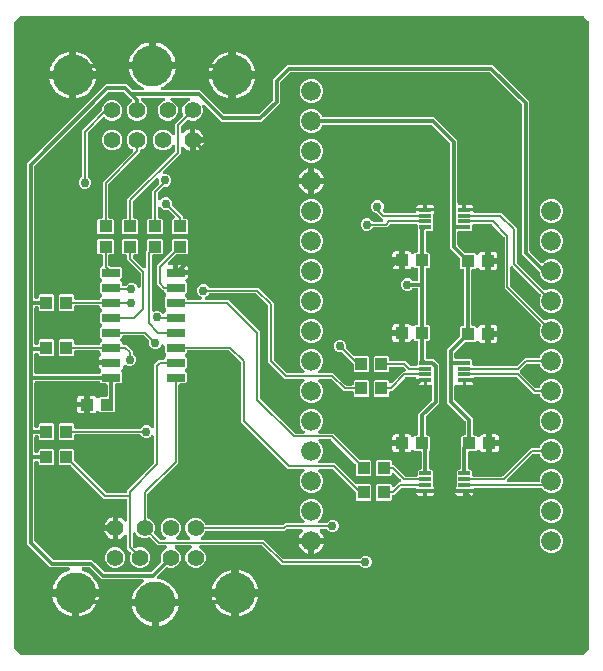
<source format=gbr>
G04 EAGLE Gerber RS-274X export*
G75*
%MOMM*%
%FSLAX34Y34*%
%LPD*%
%INTop Copper*%
%IPPOS*%
%AMOC8*
5,1,8,0,0,1.08239X$1,22.5*%
G01*
%ADD10C,1.408000*%
%ADD11C,3.463000*%
%ADD12R,1.000000X0.300000*%
%ADD13C,1.676400*%
%ADD14R,1.550000X0.700000*%
%ADD15R,1.100000X1.000000*%
%ADD16R,1.000000X1.100000*%
%ADD17C,0.304800*%
%ADD18C,0.762000*%
%ADD19C,0.152400*%

G36*
X483582Y2555D02*
X483582Y2555D01*
X483708Y2562D01*
X483755Y2575D01*
X483803Y2581D01*
X483922Y2623D01*
X484043Y2658D01*
X484085Y2682D01*
X484131Y2698D01*
X484237Y2767D01*
X484347Y2828D01*
X484394Y2868D01*
X484424Y2887D01*
X484457Y2922D01*
X484534Y2987D01*
X488503Y6956D01*
X488582Y7055D01*
X488666Y7149D01*
X488690Y7191D01*
X488720Y7229D01*
X488774Y7343D01*
X488835Y7454D01*
X488848Y7501D01*
X488869Y7544D01*
X488895Y7668D01*
X488930Y7790D01*
X488935Y7850D01*
X488942Y7885D01*
X488941Y7933D01*
X488949Y8033D01*
X488949Y538067D01*
X488935Y538192D01*
X488928Y538318D01*
X488915Y538365D01*
X488909Y538413D01*
X488867Y538532D01*
X488832Y538653D01*
X488808Y538695D01*
X488792Y538741D01*
X488723Y538847D01*
X488662Y538957D01*
X488622Y539004D01*
X488603Y539034D01*
X488568Y539067D01*
X488503Y539144D01*
X484534Y543113D01*
X484435Y543192D01*
X484341Y543276D01*
X484299Y543300D01*
X484261Y543330D01*
X484147Y543384D01*
X484036Y543445D01*
X483989Y543458D01*
X483946Y543479D01*
X483822Y543505D01*
X483700Y543540D01*
X483640Y543545D01*
X483605Y543552D01*
X483557Y543551D01*
X483457Y543559D01*
X8033Y543559D01*
X7908Y543545D01*
X7782Y543538D01*
X7735Y543525D01*
X7687Y543519D01*
X7568Y543477D01*
X7447Y543442D01*
X7405Y543418D01*
X7359Y543402D01*
X7253Y543333D01*
X7143Y543272D01*
X7096Y543232D01*
X7066Y543213D01*
X7033Y543178D01*
X6956Y543113D01*
X2987Y539144D01*
X2908Y539045D01*
X2824Y538951D01*
X2800Y538909D01*
X2770Y538871D01*
X2716Y538757D01*
X2655Y538646D01*
X2642Y538599D01*
X2621Y538556D01*
X2595Y538432D01*
X2560Y538310D01*
X2555Y538250D01*
X2548Y538215D01*
X2549Y538167D01*
X2541Y538067D01*
X2541Y8033D01*
X2555Y7908D01*
X2562Y7782D01*
X2575Y7735D01*
X2581Y7687D01*
X2623Y7568D01*
X2658Y7447D01*
X2682Y7405D01*
X2698Y7359D01*
X2767Y7253D01*
X2828Y7143D01*
X2868Y7096D01*
X2887Y7066D01*
X2922Y7033D01*
X2987Y6956D01*
X6956Y2987D01*
X7055Y2908D01*
X7149Y2824D01*
X7191Y2800D01*
X7229Y2770D01*
X7343Y2716D01*
X7454Y2655D01*
X7501Y2642D01*
X7544Y2621D01*
X7668Y2595D01*
X7790Y2560D01*
X7850Y2555D01*
X7885Y2548D01*
X7933Y2549D01*
X8033Y2541D01*
X483457Y2541D01*
X483582Y2555D01*
G37*
%LPC*%
G36*
X121919Y47039D02*
X121919Y47039D01*
X121919Y48564D01*
X121916Y48590D01*
X121918Y48616D01*
X121896Y48763D01*
X121879Y48910D01*
X121870Y48935D01*
X121867Y48961D01*
X121812Y49099D01*
X121762Y49238D01*
X121747Y49260D01*
X121738Y49285D01*
X121653Y49406D01*
X121573Y49531D01*
X121554Y49549D01*
X121539Y49571D01*
X121429Y49670D01*
X121322Y49773D01*
X121300Y49787D01*
X121280Y49804D01*
X121150Y49876D01*
X121023Y49952D01*
X120998Y49960D01*
X120975Y49973D01*
X120832Y50013D01*
X120691Y50058D01*
X120665Y50060D01*
X120640Y50068D01*
X120396Y50087D01*
X102294Y50087D01*
X102404Y50922D01*
X103078Y53436D01*
X104074Y55841D01*
X105375Y58095D01*
X106452Y59498D01*
X106960Y60160D01*
X108800Y62000D01*
X110865Y63585D01*
X111513Y63959D01*
X111613Y64033D01*
X111718Y64101D01*
X111753Y64137D01*
X111793Y64166D01*
X111874Y64262D01*
X111961Y64352D01*
X111986Y64394D01*
X112018Y64432D01*
X112075Y64544D01*
X112139Y64651D01*
X112155Y64698D01*
X112177Y64742D01*
X112208Y64864D01*
X112246Y64983D01*
X112250Y65032D01*
X112262Y65080D01*
X112264Y65206D01*
X112274Y65330D01*
X112266Y65379D01*
X112267Y65429D01*
X112240Y65551D01*
X112222Y65675D01*
X112204Y65721D01*
X112193Y65770D01*
X112139Y65883D01*
X112093Y65999D01*
X112065Y66040D01*
X112044Y66084D01*
X111966Y66182D01*
X111894Y66285D01*
X111857Y66318D01*
X111826Y66357D01*
X111728Y66435D01*
X111635Y66518D01*
X111592Y66542D01*
X111553Y66573D01*
X111440Y66626D01*
X111330Y66687D01*
X111283Y66700D01*
X111238Y66721D01*
X111116Y66748D01*
X110995Y66782D01*
X110933Y66787D01*
X110897Y66794D01*
X110849Y66793D01*
X110751Y66801D01*
X76207Y66801D01*
X73975Y69033D01*
X66493Y76515D01*
X66394Y76594D01*
X66300Y76678D01*
X66258Y76702D01*
X66220Y76732D01*
X66106Y76786D01*
X65995Y76847D01*
X65949Y76860D01*
X65905Y76881D01*
X65782Y76907D01*
X65660Y76942D01*
X65599Y76947D01*
X65565Y76954D01*
X65517Y76953D01*
X65416Y76961D01*
X60895Y76961D01*
X60747Y76944D01*
X60598Y76932D01*
X60574Y76924D01*
X60549Y76921D01*
X60409Y76871D01*
X60266Y76825D01*
X60245Y76812D01*
X60221Y76804D01*
X60095Y76723D01*
X59967Y76646D01*
X59949Y76628D01*
X59928Y76615D01*
X59824Y76507D01*
X59717Y76403D01*
X59703Y76382D01*
X59686Y76364D01*
X59609Y76236D01*
X59528Y76110D01*
X59520Y76086D01*
X59507Y76065D01*
X59462Y75922D01*
X59411Y75782D01*
X59409Y75757D01*
X59401Y75733D01*
X59389Y75584D01*
X59372Y75435D01*
X59375Y75410D01*
X59373Y75386D01*
X59395Y75238D01*
X59413Y75089D01*
X59421Y75066D01*
X59425Y75041D01*
X59480Y74902D01*
X59531Y74761D01*
X59544Y74740D01*
X59554Y74717D01*
X59639Y74594D01*
X59720Y74469D01*
X59738Y74451D01*
X59752Y74431D01*
X59863Y74331D01*
X59971Y74227D01*
X59993Y74214D01*
X60011Y74198D01*
X60142Y74125D01*
X60271Y74049D01*
X60299Y74039D01*
X60316Y74029D01*
X60362Y74016D01*
X60501Y73967D01*
X60816Y73882D01*
X63221Y72886D01*
X65475Y71585D01*
X67540Y70000D01*
X69380Y68160D01*
X70965Y66095D01*
X72266Y63841D01*
X73262Y61436D01*
X73936Y58922D01*
X74046Y58087D01*
X55944Y58087D01*
X55918Y58084D01*
X55892Y58086D01*
X55745Y58064D01*
X55598Y58047D01*
X55573Y58039D01*
X55547Y58035D01*
X55409Y57980D01*
X55270Y57930D01*
X55248Y57916D01*
X55223Y57906D01*
X55102Y57821D01*
X54977Y57741D01*
X54959Y57722D01*
X54937Y57707D01*
X54838Y57597D01*
X54735Y57490D01*
X54721Y57468D01*
X54704Y57448D01*
X54632Y57318D01*
X54556Y57191D01*
X54548Y57166D01*
X54535Y57143D01*
X54495Y57000D01*
X54450Y56859D01*
X54448Y56833D01*
X54441Y56808D01*
X54421Y56564D01*
X54421Y55039D01*
X54419Y55039D01*
X54419Y56564D01*
X54416Y56590D01*
X54418Y56616D01*
X54396Y56763D01*
X54379Y56910D01*
X54370Y56935D01*
X54367Y56961D01*
X54312Y57099D01*
X54262Y57238D01*
X54247Y57260D01*
X54238Y57285D01*
X54153Y57406D01*
X54073Y57531D01*
X54054Y57549D01*
X54039Y57571D01*
X53929Y57670D01*
X53822Y57773D01*
X53800Y57787D01*
X53780Y57804D01*
X53650Y57876D01*
X53523Y57952D01*
X53498Y57960D01*
X53475Y57973D01*
X53332Y58013D01*
X53191Y58058D01*
X53165Y58060D01*
X53140Y58068D01*
X52896Y58087D01*
X34794Y58087D01*
X34904Y58922D01*
X35578Y61436D01*
X36574Y63841D01*
X37875Y66095D01*
X38657Y67114D01*
X38657Y67115D01*
X39460Y68160D01*
X41300Y70000D01*
X43365Y71585D01*
X45619Y72886D01*
X48024Y73882D01*
X48339Y73967D01*
X48478Y74022D01*
X48619Y74072D01*
X48640Y74086D01*
X48663Y74095D01*
X48785Y74180D01*
X48912Y74261D01*
X48929Y74279D01*
X48949Y74293D01*
X49050Y74404D01*
X49154Y74512D01*
X49167Y74533D01*
X49183Y74552D01*
X49256Y74682D01*
X49333Y74811D01*
X49340Y74835D01*
X49352Y74856D01*
X49393Y75000D01*
X49439Y75143D01*
X49441Y75168D01*
X49448Y75191D01*
X49455Y75341D01*
X49467Y75490D01*
X49463Y75515D01*
X49464Y75540D01*
X49437Y75687D01*
X49415Y75835D01*
X49406Y75858D01*
X49402Y75882D01*
X49342Y76020D01*
X49286Y76159D01*
X49272Y76179D01*
X49262Y76202D01*
X49173Y76322D01*
X49088Y76445D01*
X49069Y76461D01*
X49054Y76481D01*
X48940Y76578D01*
X48829Y76678D01*
X48807Y76690D01*
X48788Y76706D01*
X48655Y76775D01*
X48524Y76847D01*
X48500Y76854D01*
X48478Y76865D01*
X48333Y76901D01*
X48188Y76942D01*
X48158Y76944D01*
X48139Y76949D01*
X48092Y76949D01*
X47945Y76961D01*
X33027Y76961D01*
X13461Y96527D01*
X13461Y419093D01*
X80017Y485649D01*
X97783Y485649D01*
X102417Y481015D01*
X102516Y480936D01*
X102610Y480852D01*
X102652Y480828D01*
X102690Y480798D01*
X102804Y480744D01*
X102915Y480683D01*
X102961Y480670D01*
X103005Y480649D01*
X103128Y480623D01*
X103250Y480588D01*
X103311Y480583D01*
X103346Y480576D01*
X103394Y480577D01*
X103494Y480569D01*
X110611Y480569D01*
X110661Y480574D01*
X110711Y480572D01*
X110833Y480594D01*
X110957Y480609D01*
X111004Y480626D01*
X111054Y480635D01*
X111168Y480684D01*
X111285Y480726D01*
X111327Y480753D01*
X111373Y480774D01*
X111473Y480848D01*
X111578Y480915D01*
X111613Y480951D01*
X111653Y480981D01*
X111734Y481076D01*
X111820Y481166D01*
X111846Y481209D01*
X111878Y481247D01*
X111935Y481358D01*
X111999Y481465D01*
X112014Y481513D01*
X112037Y481558D01*
X112067Y481678D01*
X112105Y481797D01*
X112109Y481847D01*
X112121Y481896D01*
X112123Y482020D01*
X112133Y482144D01*
X112125Y482194D01*
X112126Y482244D01*
X112100Y482366D01*
X112081Y482489D01*
X112063Y482536D01*
X112052Y482585D01*
X111998Y482697D01*
X111953Y482813D01*
X111924Y482854D01*
X111902Y482900D01*
X111825Y482997D01*
X111754Y483099D01*
X111716Y483133D01*
X111685Y483172D01*
X111587Y483249D01*
X111495Y483332D01*
X111451Y483357D01*
X111411Y483388D01*
X111193Y483499D01*
X110579Y483754D01*
X108325Y485055D01*
X106260Y486640D01*
X104420Y488480D01*
X102835Y490545D01*
X101534Y492799D01*
X100538Y495204D01*
X99864Y497718D01*
X99754Y498553D01*
X117856Y498553D01*
X117882Y498556D01*
X117908Y498554D01*
X118055Y498576D01*
X118202Y498593D01*
X118227Y498601D01*
X118253Y498605D01*
X118391Y498660D01*
X118530Y498710D01*
X118552Y498724D01*
X118577Y498734D01*
X118698Y498819D01*
X118823Y498899D01*
X118841Y498918D01*
X118863Y498933D01*
X118962Y499043D01*
X119065Y499150D01*
X119079Y499172D01*
X119096Y499192D01*
X119168Y499322D01*
X119244Y499449D01*
X119252Y499474D01*
X119265Y499497D01*
X119305Y499640D01*
X119350Y499781D01*
X119352Y499807D01*
X119359Y499832D01*
X119379Y500076D01*
X119379Y501601D01*
X119381Y501601D01*
X119381Y500076D01*
X119384Y500050D01*
X119382Y500024D01*
X119404Y499877D01*
X119421Y499730D01*
X119430Y499705D01*
X119433Y499679D01*
X119488Y499541D01*
X119538Y499402D01*
X119553Y499380D01*
X119562Y499355D01*
X119647Y499234D01*
X119727Y499109D01*
X119746Y499091D01*
X119761Y499069D01*
X119871Y498970D01*
X119978Y498867D01*
X120000Y498853D01*
X120020Y498836D01*
X120150Y498764D01*
X120277Y498688D01*
X120302Y498680D01*
X120325Y498667D01*
X120468Y498627D01*
X120609Y498582D01*
X120635Y498580D01*
X120660Y498572D01*
X120904Y498553D01*
X139006Y498553D01*
X138896Y497718D01*
X138222Y495204D01*
X137226Y492799D01*
X135925Y490545D01*
X135034Y489384D01*
X134340Y488480D01*
X132500Y486640D01*
X130435Y485055D01*
X128181Y483754D01*
X127567Y483499D01*
X127523Y483475D01*
X127475Y483458D01*
X127371Y483390D01*
X127262Y483330D01*
X127225Y483296D01*
X127182Y483269D01*
X127096Y483179D01*
X127004Y483096D01*
X126975Y483054D01*
X126940Y483018D01*
X126876Y482911D01*
X126806Y482809D01*
X126787Y482762D01*
X126761Y482719D01*
X126723Y482601D01*
X126678Y482485D01*
X126670Y482435D01*
X126655Y482387D01*
X126645Y482263D01*
X126627Y482140D01*
X126631Y482090D01*
X126627Y482040D01*
X126645Y481917D01*
X126656Y481793D01*
X126671Y481745D01*
X126679Y481695D01*
X126725Y481579D01*
X126763Y481461D01*
X126789Y481418D01*
X126807Y481371D01*
X126878Y481269D01*
X126943Y481163D01*
X126978Y481126D01*
X127006Y481085D01*
X127099Y481002D01*
X127185Y480913D01*
X127228Y480885D01*
X127265Y480852D01*
X127374Y480791D01*
X127479Y480724D01*
X127526Y480708D01*
X127570Y480683D01*
X127690Y480649D01*
X127807Y480608D01*
X127857Y480602D01*
X127906Y480588D01*
X128149Y480569D01*
X160069Y480569D01*
X179943Y460695D01*
X180042Y460616D01*
X180136Y460532D01*
X180179Y460508D01*
X180216Y460478D01*
X180331Y460424D01*
X180441Y460363D01*
X180488Y460350D01*
X180531Y460329D01*
X180655Y460303D01*
X180777Y460268D01*
X180837Y460263D01*
X180872Y460256D01*
X180920Y460257D01*
X181020Y460249D01*
X208926Y460249D01*
X209052Y460263D01*
X209178Y460270D01*
X209224Y460283D01*
X209272Y460289D01*
X209391Y460331D01*
X209513Y460366D01*
X209555Y460390D01*
X209601Y460406D01*
X209707Y460475D01*
X209817Y460536D01*
X209863Y460576D01*
X209893Y460595D01*
X209927Y460630D01*
X210003Y460695D01*
X221295Y471987D01*
X221374Y472086D01*
X221458Y472180D01*
X221482Y472222D01*
X221512Y472260D01*
X221566Y472374D01*
X221627Y472485D01*
X221640Y472531D01*
X221661Y472575D01*
X221687Y472698D01*
X221722Y472820D01*
X221727Y472881D01*
X221734Y472916D01*
X221733Y472964D01*
X221741Y473064D01*
X221741Y490213D01*
X233687Y502159D01*
X407663Y502159D01*
X438659Y471163D01*
X438659Y344794D01*
X438673Y344668D01*
X438680Y344542D01*
X438693Y344496D01*
X438699Y344448D01*
X438741Y344329D01*
X438776Y344207D01*
X438800Y344165D01*
X438816Y344119D01*
X438885Y344013D01*
X438946Y343903D01*
X438986Y343857D01*
X439005Y343827D01*
X439040Y343793D01*
X439105Y343717D01*
X448099Y334723D01*
X448119Y334707D01*
X448136Y334687D01*
X448256Y334598D01*
X448372Y334506D01*
X448395Y334495D01*
X448416Y334480D01*
X448553Y334421D01*
X448687Y334357D01*
X448712Y334352D01*
X448736Y334342D01*
X448883Y334315D01*
X449027Y334284D01*
X449053Y334285D01*
X449079Y334280D01*
X449228Y334288D01*
X449376Y334290D01*
X449401Y334296D01*
X449427Y334298D01*
X449570Y334339D01*
X449714Y334375D01*
X449737Y334387D01*
X449762Y334394D01*
X449892Y334467D01*
X450024Y334535D01*
X450044Y334552D01*
X450067Y334565D01*
X450253Y334723D01*
X451588Y336059D01*
X455229Y337567D01*
X459171Y337567D01*
X462812Y336059D01*
X465599Y333272D01*
X467107Y329631D01*
X467107Y325689D01*
X465599Y322048D01*
X462812Y319261D01*
X459171Y317753D01*
X455229Y317753D01*
X451588Y319261D01*
X448801Y322048D01*
X447293Y325689D01*
X447293Y326274D01*
X447279Y326400D01*
X447272Y326526D01*
X447259Y326572D01*
X447253Y326620D01*
X447211Y326739D01*
X447176Y326861D01*
X447152Y326903D01*
X447136Y326949D01*
X447067Y327055D01*
X447006Y327165D01*
X446966Y327211D01*
X446947Y327241D01*
X446912Y327275D01*
X446847Y327351D01*
X432561Y341637D01*
X432561Y468006D01*
X432547Y468132D01*
X432540Y468258D01*
X432527Y468304D01*
X432521Y468352D01*
X432479Y468471D01*
X432444Y468593D01*
X432420Y468635D01*
X432404Y468681D01*
X432335Y468787D01*
X432274Y468897D01*
X432234Y468943D01*
X432215Y468973D01*
X432180Y469007D01*
X432115Y469083D01*
X405583Y495615D01*
X405484Y495694D01*
X405390Y495778D01*
X405348Y495802D01*
X405310Y495832D01*
X405196Y495886D01*
X405085Y495947D01*
X405039Y495960D01*
X404995Y495981D01*
X404872Y496007D01*
X404750Y496042D01*
X404689Y496047D01*
X404654Y496054D01*
X404606Y496053D01*
X404506Y496061D01*
X236844Y496061D01*
X236718Y496047D01*
X236592Y496040D01*
X236546Y496027D01*
X236498Y496021D01*
X236379Y495979D01*
X236257Y495944D01*
X236215Y495920D01*
X236169Y495904D01*
X236063Y495835D01*
X235953Y495774D01*
X235907Y495734D01*
X235877Y495715D01*
X235843Y495680D01*
X235767Y495615D01*
X228285Y488133D01*
X228206Y488034D01*
X228122Y487940D01*
X228098Y487898D01*
X228068Y487860D01*
X228014Y487746D01*
X227953Y487635D01*
X227940Y487589D01*
X227919Y487545D01*
X227893Y487422D01*
X227858Y487300D01*
X227853Y487239D01*
X227846Y487204D01*
X227847Y487156D01*
X227839Y487056D01*
X227839Y469907D01*
X212083Y454151D01*
X177864Y454151D01*
X163989Y468026D01*
X163950Y468057D01*
X163916Y468095D01*
X163813Y468165D01*
X163716Y468243D01*
X163671Y468264D01*
X163629Y468293D01*
X163513Y468338D01*
X163401Y468391D01*
X163352Y468402D01*
X163305Y468421D01*
X163181Y468439D01*
X163060Y468465D01*
X163010Y468464D01*
X162960Y468471D01*
X162836Y468461D01*
X162712Y468459D01*
X162663Y468447D01*
X162613Y468442D01*
X162495Y468404D01*
X162374Y468374D01*
X162329Y468351D01*
X162281Y468335D01*
X162175Y468271D01*
X162064Y468214D01*
X162026Y468182D01*
X161983Y468156D01*
X161893Y468069D01*
X161799Y467988D01*
X161769Y467948D01*
X161733Y467913D01*
X161665Y467808D01*
X161591Y467708D01*
X161571Y467662D01*
X161544Y467620D01*
X161503Y467502D01*
X161453Y467388D01*
X161445Y467339D01*
X161428Y467291D01*
X161414Y467167D01*
X161392Y467045D01*
X161394Y466995D01*
X161389Y466945D01*
X161403Y466821D01*
X161410Y466697D01*
X161424Y466649D01*
X161430Y466599D01*
X161505Y466366D01*
X161945Y465304D01*
X161945Y461896D01*
X160641Y458748D01*
X158232Y456339D01*
X155084Y455035D01*
X151676Y455035D01*
X150052Y455708D01*
X149978Y455729D01*
X149908Y455759D01*
X149811Y455777D01*
X149717Y455804D01*
X149640Y455808D01*
X149565Y455821D01*
X149467Y455816D01*
X149369Y455821D01*
X149294Y455807D01*
X149217Y455803D01*
X149123Y455776D01*
X149026Y455758D01*
X148956Y455728D01*
X148882Y455707D01*
X148796Y455659D01*
X148706Y455619D01*
X148645Y455574D01*
X148578Y455536D01*
X148464Y455440D01*
X148426Y455411D01*
X148414Y455397D01*
X148392Y455378D01*
X143703Y450689D01*
X143624Y450590D01*
X143540Y450496D01*
X143516Y450454D01*
X143486Y450416D01*
X143432Y450302D01*
X143371Y450191D01*
X143358Y450144D01*
X143337Y450101D01*
X143311Y449977D01*
X143276Y449856D01*
X143271Y449795D01*
X143264Y449760D01*
X143265Y449712D01*
X143257Y449612D01*
X143257Y445654D01*
X143262Y445609D01*
X143259Y445563D01*
X143282Y445436D01*
X143297Y445308D01*
X143312Y445265D01*
X143320Y445220D01*
X143371Y445102D01*
X143414Y444980D01*
X143439Y444942D01*
X143457Y444900D01*
X143533Y444796D01*
X143603Y444687D01*
X143636Y444655D01*
X143663Y444619D01*
X143761Y444535D01*
X143854Y444445D01*
X143893Y444421D01*
X143928Y444392D01*
X144042Y444332D01*
X144153Y444266D01*
X144196Y444252D01*
X144237Y444231D01*
X144362Y444199D01*
X144485Y444160D01*
X144530Y444156D01*
X144575Y444145D01*
X144704Y444142D01*
X144832Y444132D01*
X144877Y444139D01*
X144923Y444138D01*
X145049Y444164D01*
X145177Y444184D01*
X145219Y444200D01*
X145264Y444210D01*
X145381Y444265D01*
X145501Y444312D01*
X145538Y444338D01*
X145580Y444358D01*
X145681Y444438D01*
X145787Y444511D01*
X145817Y444545D01*
X145853Y444573D01*
X146012Y444759D01*
X146072Y444842D01*
X147138Y445908D01*
X148359Y446794D01*
X149702Y447479D01*
X151131Y447943D01*
X151131Y439326D01*
X151134Y439300D01*
X151132Y439274D01*
X151154Y439127D01*
X151171Y438980D01*
X151179Y438955D01*
X151183Y438929D01*
X151238Y438792D01*
X151288Y438652D01*
X151302Y438630D01*
X151312Y438605D01*
X151321Y438593D01*
X151266Y438501D01*
X151258Y438476D01*
X151245Y438453D01*
X151205Y438310D01*
X151160Y438169D01*
X151157Y438143D01*
X151150Y438118D01*
X151131Y437874D01*
X151131Y429257D01*
X149702Y429721D01*
X148359Y430406D01*
X147138Y431292D01*
X146072Y432358D01*
X146012Y432441D01*
X145982Y432475D01*
X145957Y432513D01*
X145864Y432603D01*
X145777Y432698D01*
X145739Y432723D01*
X145706Y432755D01*
X145596Y432821D01*
X145489Y432894D01*
X145446Y432911D01*
X145407Y432934D01*
X145284Y432973D01*
X145164Y433020D01*
X145119Y433026D01*
X145075Y433040D01*
X144947Y433050D01*
X144819Y433068D01*
X144773Y433064D01*
X144728Y433068D01*
X144600Y433049D01*
X144472Y433037D01*
X144428Y433023D01*
X144383Y433016D01*
X144263Y432969D01*
X144141Y432928D01*
X144102Y432905D01*
X144059Y432888D01*
X143953Y432814D01*
X143843Y432747D01*
X143811Y432715D01*
X143773Y432689D01*
X143687Y432593D01*
X143595Y432502D01*
X143570Y432464D01*
X143540Y432430D01*
X143477Y432317D01*
X143408Y432208D01*
X143393Y432165D01*
X143371Y432125D01*
X143336Y432001D01*
X143294Y431879D01*
X143289Y431834D01*
X143276Y431790D01*
X143257Y431546D01*
X143257Y427043D01*
X128644Y412430D01*
X128582Y412352D01*
X128512Y412279D01*
X128474Y412215D01*
X128427Y412157D01*
X128384Y412066D01*
X128333Y411980D01*
X128310Y411909D01*
X128278Y411842D01*
X128257Y411744D01*
X128227Y411648D01*
X128221Y411574D01*
X128205Y411501D01*
X128207Y411401D01*
X128199Y411301D01*
X128210Y411227D01*
X128211Y411153D01*
X128236Y411056D01*
X128250Y410956D01*
X128278Y410887D01*
X128296Y410815D01*
X128342Y410725D01*
X128379Y410632D01*
X128422Y410571D01*
X128456Y410505D01*
X128521Y410428D01*
X128578Y410346D01*
X128633Y410296D01*
X128682Y410240D01*
X128762Y410180D01*
X128837Y410113D01*
X128902Y410077D01*
X128962Y410032D01*
X129054Y409993D01*
X129142Y409944D01*
X129214Y409924D01*
X129282Y409894D01*
X129381Y409877D01*
X129477Y409849D01*
X129577Y409841D01*
X129625Y409833D01*
X129661Y409835D01*
X129721Y409830D01*
X131236Y409830D01*
X133197Y409018D01*
X134698Y407517D01*
X135510Y405556D01*
X135510Y403434D01*
X134698Y401473D01*
X133197Y399972D01*
X131236Y399160D01*
X129975Y399160D01*
X129850Y399146D01*
X129723Y399139D01*
X129677Y399126D01*
X129629Y399120D01*
X129510Y399078D01*
X129389Y399043D01*
X129346Y399019D01*
X129301Y399003D01*
X129195Y398934D01*
X129084Y398873D01*
X129038Y398833D01*
X129008Y398814D01*
X128975Y398779D01*
X128898Y398714D01*
X124399Y394215D01*
X124320Y394116D01*
X124236Y394022D01*
X124212Y393980D01*
X124182Y393942D01*
X124128Y393828D01*
X124067Y393717D01*
X124054Y393670D01*
X124033Y393627D01*
X124007Y393503D01*
X123972Y393382D01*
X123967Y393321D01*
X123960Y393286D01*
X123961Y393238D01*
X123953Y393138D01*
X123953Y389175D01*
X123964Y389075D01*
X123966Y388974D01*
X123984Y388902D01*
X123993Y388828D01*
X124026Y388734D01*
X124051Y388636D01*
X124085Y388570D01*
X124110Y388500D01*
X124165Y388416D01*
X124211Y388327D01*
X124259Y388270D01*
X124299Y388207D01*
X124371Y388138D01*
X124436Y388061D01*
X124496Y388017D01*
X124550Y387965D01*
X124636Y387914D01*
X124717Y387854D01*
X124785Y387825D01*
X124849Y387786D01*
X124945Y387756D01*
X125037Y387716D01*
X125110Y387703D01*
X125181Y387680D01*
X125281Y387672D01*
X125380Y387654D01*
X125454Y387658D01*
X125528Y387652D01*
X125628Y387667D01*
X125728Y387672D01*
X125799Y387693D01*
X125873Y387704D01*
X125966Y387741D01*
X126063Y387769D01*
X126128Y387805D01*
X126197Y387833D01*
X126279Y387890D01*
X126367Y387939D01*
X126443Y388004D01*
X126483Y388032D01*
X126507Y388058D01*
X126553Y388098D01*
X127788Y389333D01*
X129749Y390145D01*
X131871Y390145D01*
X133832Y389333D01*
X135333Y387832D01*
X136145Y385871D01*
X136145Y383656D01*
X136134Y383619D01*
X136130Y383543D01*
X136117Y383467D01*
X136122Y383369D01*
X136117Y383271D01*
X136131Y383196D01*
X136135Y383119D01*
X136162Y383025D01*
X136180Y382928D01*
X136210Y382858D01*
X136231Y382784D01*
X136279Y382699D01*
X136318Y382608D01*
X136364Y382547D01*
X136401Y382480D01*
X136496Y382369D01*
X136512Y382346D01*
X136516Y382343D01*
X136526Y382329D01*
X136541Y382316D01*
X136560Y382294D01*
X145035Y373819D01*
X145035Y373418D01*
X145038Y373392D01*
X145036Y373366D01*
X145058Y373219D01*
X145075Y373072D01*
X145083Y373047D01*
X145087Y373021D01*
X145142Y372883D01*
X145192Y372744D01*
X145206Y372722D01*
X145216Y372697D01*
X145301Y372576D01*
X145381Y372451D01*
X145400Y372433D01*
X145415Y372411D01*
X145525Y372312D01*
X145632Y372209D01*
X145654Y372195D01*
X145674Y372178D01*
X145804Y372106D01*
X145931Y372030D01*
X145956Y372022D01*
X145979Y372009D01*
X146122Y371969D01*
X146263Y371924D01*
X146289Y371922D01*
X146314Y371914D01*
X146558Y371895D01*
X148880Y371895D01*
X149773Y371002D01*
X149773Y359738D01*
X148880Y358845D01*
X136616Y358845D01*
X135723Y359738D01*
X135723Y371002D01*
X136616Y371895D01*
X136814Y371895D01*
X136914Y371906D01*
X137014Y371908D01*
X137086Y371926D01*
X137160Y371935D01*
X137255Y371968D01*
X137352Y371993D01*
X137418Y372027D01*
X137488Y372052D01*
X137573Y372107D01*
X137662Y372153D01*
X137719Y372201D01*
X137781Y372241D01*
X137851Y372313D01*
X137927Y372378D01*
X137971Y372438D01*
X138023Y372492D01*
X138075Y372578D01*
X138134Y372659D01*
X138164Y372727D01*
X138202Y372791D01*
X138233Y372887D01*
X138272Y372979D01*
X138286Y373052D01*
X138308Y373123D01*
X138316Y373223D01*
X138334Y373322D01*
X138330Y373396D01*
X138336Y373470D01*
X138321Y373570D01*
X138316Y373670D01*
X138296Y373741D01*
X138285Y373815D01*
X138247Y373908D01*
X138220Y374005D01*
X138183Y374070D01*
X138156Y374139D01*
X138099Y374221D01*
X138049Y374309D01*
X137984Y374385D01*
X137957Y374425D01*
X137930Y374449D01*
X137891Y374495D01*
X133326Y379060D01*
X133266Y379108D01*
X133213Y379162D01*
X133130Y379216D01*
X133053Y379277D01*
X132984Y379309D01*
X132919Y379351D01*
X132827Y379384D01*
X132738Y379426D01*
X132663Y379442D01*
X132591Y379467D01*
X132493Y379478D01*
X132397Y379499D01*
X132321Y379498D01*
X132245Y379506D01*
X132147Y379495D01*
X132049Y379493D01*
X131978Y379475D01*
X129749Y379475D01*
X127788Y380287D01*
X126553Y381522D01*
X126474Y381585D01*
X126402Y381655D01*
X126338Y381693D01*
X126280Y381739D01*
X126189Y381782D01*
X126103Y381834D01*
X126032Y381856D01*
X125965Y381888D01*
X125867Y381909D01*
X125771Y381940D01*
X125697Y381946D01*
X125624Y381961D01*
X125524Y381960D01*
X125424Y381968D01*
X125350Y381957D01*
X125276Y381955D01*
X125179Y381931D01*
X125079Y381916D01*
X125010Y381889D01*
X124938Y381870D01*
X124849Y381824D01*
X124755Y381787D01*
X124694Y381745D01*
X124628Y381711D01*
X124552Y381646D01*
X124469Y381588D01*
X124419Y381533D01*
X124363Y381485D01*
X124303Y381404D01*
X124236Y381330D01*
X124200Y381264D01*
X124155Y381205D01*
X124116Y381113D01*
X124067Y381025D01*
X124047Y380953D01*
X124017Y380885D01*
X124000Y380786D01*
X123972Y380689D01*
X123964Y380589D01*
X123956Y380542D01*
X123958Y380506D01*
X123953Y380445D01*
X123953Y373418D01*
X123956Y373392D01*
X123954Y373366D01*
X123976Y373219D01*
X123993Y373072D01*
X124001Y373047D01*
X124005Y373021D01*
X124060Y372883D01*
X124110Y372744D01*
X124124Y372722D01*
X124134Y372697D01*
X124219Y372576D01*
X124299Y372451D01*
X124318Y372433D01*
X124333Y372411D01*
X124443Y372312D01*
X124550Y372209D01*
X124572Y372195D01*
X124592Y372178D01*
X124722Y372106D01*
X124849Y372030D01*
X124874Y372022D01*
X124897Y372009D01*
X125040Y371969D01*
X125181Y371924D01*
X125207Y371922D01*
X125232Y371914D01*
X125476Y371895D01*
X127798Y371895D01*
X128691Y371002D01*
X128691Y359738D01*
X127798Y358845D01*
X115534Y358845D01*
X114641Y359738D01*
X114641Y371002D01*
X115534Y371895D01*
X117856Y371895D01*
X117882Y371898D01*
X117908Y371896D01*
X118055Y371918D01*
X118202Y371935D01*
X118227Y371943D01*
X118253Y371947D01*
X118391Y372002D01*
X118530Y372052D01*
X118552Y372066D01*
X118577Y372076D01*
X118698Y372161D01*
X118823Y372241D01*
X118841Y372260D01*
X118863Y372275D01*
X118962Y372385D01*
X119065Y372492D01*
X119079Y372514D01*
X119096Y372534D01*
X119168Y372664D01*
X119244Y372791D01*
X119252Y372816D01*
X119265Y372839D01*
X119305Y372982D01*
X119350Y373123D01*
X119352Y373149D01*
X119360Y373174D01*
X119379Y373418D01*
X119379Y395663D01*
X124797Y401081D01*
X124845Y401141D01*
X124899Y401194D01*
X124953Y401277D01*
X125014Y401354D01*
X125046Y401423D01*
X125088Y401487D01*
X125120Y401580D01*
X125163Y401669D01*
X125179Y401744D01*
X125204Y401816D01*
X125215Y401914D01*
X125236Y402010D01*
X125235Y402086D01*
X125243Y402162D01*
X125232Y402260D01*
X125230Y402358D01*
X125211Y402432D01*
X125202Y402508D01*
X125157Y402650D01*
X125145Y402696D01*
X125136Y402713D01*
X125127Y402741D01*
X124840Y403434D01*
X124840Y404949D01*
X124829Y405049D01*
X124827Y405149D01*
X124809Y405221D01*
X124800Y405295D01*
X124767Y405390D01*
X124742Y405487D01*
X124708Y405553D01*
X124683Y405623D01*
X124628Y405708D01*
X124582Y405797D01*
X124534Y405854D01*
X124494Y405916D01*
X124422Y405986D01*
X124357Y406062D01*
X124297Y406106D01*
X124243Y406158D01*
X124157Y406210D01*
X124076Y406269D01*
X124008Y406299D01*
X123944Y406337D01*
X123848Y406368D01*
X123756Y406407D01*
X123683Y406421D01*
X123612Y406443D01*
X123512Y406451D01*
X123413Y406469D01*
X123339Y406465D01*
X123265Y406471D01*
X123165Y406456D01*
X123065Y406451D01*
X122994Y406431D01*
X122920Y406420D01*
X122827Y406382D01*
X122730Y406355D01*
X122665Y406318D01*
X122596Y406291D01*
X122514Y406234D01*
X122426Y406184D01*
X122350Y406119D01*
X122310Y406092D01*
X122286Y406065D01*
X122240Y406026D01*
X103317Y387103D01*
X103238Y387004D01*
X103154Y386910D01*
X103130Y386868D01*
X103100Y386830D01*
X103046Y386716D01*
X102985Y386605D01*
X102972Y386558D01*
X102951Y386515D01*
X102925Y386391D01*
X102890Y386270D01*
X102885Y386209D01*
X102878Y386174D01*
X102879Y386126D01*
X102871Y386026D01*
X102871Y373418D01*
X102874Y373392D01*
X102872Y373366D01*
X102894Y373219D01*
X102911Y373072D01*
X102919Y373047D01*
X102923Y373021D01*
X102978Y372883D01*
X103028Y372744D01*
X103042Y372722D01*
X103052Y372697D01*
X103137Y372576D01*
X103217Y372451D01*
X103236Y372433D01*
X103251Y372411D01*
X103361Y372312D01*
X103468Y372209D01*
X103490Y372195D01*
X103510Y372178D01*
X103640Y372106D01*
X103767Y372030D01*
X103792Y372022D01*
X103815Y372009D01*
X103958Y371969D01*
X104099Y371924D01*
X104125Y371922D01*
X104150Y371914D01*
X104394Y371895D01*
X106716Y371895D01*
X107609Y371002D01*
X107609Y359738D01*
X106716Y358845D01*
X94452Y358845D01*
X93559Y359738D01*
X93559Y371002D01*
X94452Y371895D01*
X96774Y371895D01*
X96800Y371898D01*
X96826Y371896D01*
X96973Y371918D01*
X97120Y371935D01*
X97145Y371943D01*
X97171Y371947D01*
X97309Y372002D01*
X97448Y372052D01*
X97470Y372066D01*
X97495Y372076D01*
X97616Y372161D01*
X97741Y372241D01*
X97759Y372260D01*
X97781Y372275D01*
X97880Y372385D01*
X97983Y372492D01*
X97997Y372514D01*
X98014Y372534D01*
X98086Y372664D01*
X98162Y372791D01*
X98170Y372816D01*
X98183Y372839D01*
X98223Y372982D01*
X98268Y373123D01*
X98270Y373149D01*
X98278Y373174D01*
X98297Y373418D01*
X98297Y388551D01*
X138237Y428491D01*
X138316Y428590D01*
X138400Y428684D01*
X138424Y428726D01*
X138454Y428764D01*
X138508Y428878D01*
X138569Y428989D01*
X138582Y429036D01*
X138603Y429079D01*
X138629Y429203D01*
X138664Y429324D01*
X138669Y429385D01*
X138676Y429420D01*
X138675Y429468D01*
X138683Y429568D01*
X138683Y433436D01*
X138678Y433486D01*
X138680Y433536D01*
X138658Y433658D01*
X138643Y433782D01*
X138626Y433829D01*
X138617Y433879D01*
X138568Y433993D01*
X138526Y434110D01*
X138499Y434152D01*
X138478Y434199D01*
X138404Y434298D01*
X138337Y434403D01*
X138301Y434438D01*
X138271Y434478D01*
X138176Y434559D01*
X138086Y434645D01*
X138043Y434671D01*
X138005Y434703D01*
X137894Y434760D01*
X137787Y434824D01*
X137739Y434839D01*
X137694Y434862D01*
X137574Y434892D01*
X137455Y434930D01*
X137405Y434934D01*
X137356Y434946D01*
X137232Y434948D01*
X137108Y434958D01*
X137058Y434951D01*
X137008Y434951D01*
X136886Y434925D01*
X136763Y434906D01*
X136716Y434888D01*
X136667Y434877D01*
X136555Y434824D01*
X136439Y434778D01*
X136398Y434749D01*
X136352Y434727D01*
X136255Y434650D01*
X136153Y434579D01*
X136119Y434541D01*
X136080Y434510D01*
X136003Y434412D01*
X135920Y434320D01*
X135895Y434276D01*
X135864Y434236D01*
X135753Y434019D01*
X135641Y433748D01*
X133232Y431339D01*
X130084Y430035D01*
X126676Y430035D01*
X123528Y431339D01*
X121119Y433748D01*
X119815Y436896D01*
X119815Y440304D01*
X121119Y443452D01*
X123528Y445861D01*
X126676Y447165D01*
X130084Y447165D01*
X133232Y445861D01*
X135641Y443452D01*
X135753Y443181D01*
X135777Y443137D01*
X135794Y443090D01*
X135862Y442985D01*
X135922Y442877D01*
X135956Y442839D01*
X135983Y442797D01*
X136073Y442711D01*
X136156Y442619D01*
X136198Y442590D01*
X136234Y442555D01*
X136340Y442491D01*
X136443Y442420D01*
X136490Y442402D01*
X136533Y442376D01*
X136651Y442338D01*
X136767Y442293D01*
X136817Y442285D01*
X136865Y442270D01*
X136989Y442260D01*
X137112Y442242D01*
X137162Y442246D01*
X137212Y442242D01*
X137335Y442260D01*
X137459Y442271D01*
X137507Y442286D01*
X137557Y442294D01*
X137672Y442340D01*
X137791Y442378D01*
X137834Y442404D01*
X137881Y442422D01*
X137983Y442493D01*
X138089Y442557D01*
X138126Y442593D01*
X138167Y442621D01*
X138250Y442713D01*
X138339Y442800D01*
X138367Y442843D01*
X138400Y442880D01*
X138460Y442989D01*
X138528Y443094D01*
X138545Y443141D01*
X138569Y443185D01*
X138603Y443305D01*
X138644Y443422D01*
X138650Y443472D01*
X138664Y443520D01*
X138683Y443764D01*
X138683Y452137D01*
X140469Y453923D01*
X145158Y458612D01*
X145205Y458672D01*
X145260Y458725D01*
X145313Y458808D01*
X145375Y458885D01*
X145407Y458954D01*
X145449Y459018D01*
X145481Y459111D01*
X145523Y459200D01*
X145540Y459275D01*
X145565Y459347D01*
X145576Y459445D01*
X145597Y459541D01*
X145596Y459617D01*
X145604Y459693D01*
X145593Y459791D01*
X145591Y459889D01*
X145572Y459963D01*
X145563Y460039D01*
X145517Y460181D01*
X145506Y460227D01*
X145497Y460244D01*
X145488Y460272D01*
X144815Y461896D01*
X144815Y465304D01*
X146119Y468452D01*
X148528Y470861D01*
X150170Y471541D01*
X150214Y471565D01*
X150261Y471582D01*
X150366Y471650D01*
X150475Y471710D01*
X150512Y471744D01*
X150554Y471771D01*
X150641Y471861D01*
X150733Y471944D01*
X150761Y471986D01*
X150796Y472022D01*
X150860Y472129D01*
X150931Y472231D01*
X150949Y472278D01*
X150975Y472321D01*
X151013Y472439D01*
X151059Y472555D01*
X151066Y472605D01*
X151081Y472653D01*
X151091Y472777D01*
X151109Y472900D01*
X151105Y472950D01*
X151109Y473000D01*
X151091Y473123D01*
X151081Y473247D01*
X151065Y473295D01*
X151058Y473345D01*
X151012Y473460D01*
X150973Y473579D01*
X150947Y473622D01*
X150929Y473669D01*
X150858Y473771D01*
X150794Y473877D01*
X150759Y473914D01*
X150730Y473955D01*
X150638Y474038D01*
X150551Y474127D01*
X150509Y474155D01*
X150471Y474188D01*
X150362Y474248D01*
X150258Y474316D01*
X150210Y474333D01*
X150166Y474357D01*
X150046Y474391D01*
X149929Y474432D01*
X149879Y474438D01*
X149831Y474452D01*
X149587Y474471D01*
X136173Y474471D01*
X136123Y474466D01*
X136073Y474468D01*
X135950Y474446D01*
X135827Y474431D01*
X135779Y474414D01*
X135730Y474405D01*
X135616Y474356D01*
X135499Y474314D01*
X135456Y474287D01*
X135410Y474267D01*
X135310Y474192D01*
X135206Y474125D01*
X135171Y474089D01*
X135130Y474059D01*
X135050Y473964D01*
X134964Y473874D01*
X134938Y473831D01*
X134905Y473793D01*
X134849Y473682D01*
X134785Y473575D01*
X134770Y473527D01*
X134747Y473482D01*
X134717Y473362D01*
X134679Y473243D01*
X134675Y473193D01*
X134662Y473144D01*
X134661Y473020D01*
X134651Y472896D01*
X134658Y472846D01*
X134657Y472796D01*
X134684Y472674D01*
X134702Y472551D01*
X134721Y472504D01*
X134732Y472455D01*
X134785Y472343D01*
X134831Y472227D01*
X134860Y472186D01*
X134881Y472140D01*
X134959Y472043D01*
X135030Y471941D01*
X135067Y471907D01*
X135099Y471868D01*
X135196Y471791D01*
X135289Y471708D01*
X135333Y471683D01*
X135372Y471652D01*
X135590Y471541D01*
X137232Y470861D01*
X139641Y468452D01*
X140945Y465304D01*
X140945Y461896D01*
X139641Y458748D01*
X137232Y456339D01*
X134084Y455035D01*
X130676Y455035D01*
X127528Y456339D01*
X125119Y458748D01*
X123815Y461896D01*
X123815Y465304D01*
X125119Y468452D01*
X127528Y470861D01*
X129170Y471541D01*
X129214Y471565D01*
X129261Y471582D01*
X129366Y471650D01*
X129475Y471710D01*
X129512Y471744D01*
X129554Y471771D01*
X129641Y471861D01*
X129733Y471944D01*
X129761Y471986D01*
X129796Y472022D01*
X129860Y472129D01*
X129931Y472231D01*
X129949Y472278D01*
X129975Y472321D01*
X130013Y472439D01*
X130059Y472555D01*
X130066Y472605D01*
X130081Y472653D01*
X130091Y472777D01*
X130109Y472900D01*
X130105Y472950D01*
X130109Y473000D01*
X130091Y473123D01*
X130081Y473247D01*
X130065Y473295D01*
X130058Y473345D01*
X130012Y473460D01*
X129973Y473579D01*
X129947Y473622D01*
X129929Y473669D01*
X129858Y473771D01*
X129794Y473877D01*
X129759Y473914D01*
X129730Y473955D01*
X129638Y474038D01*
X129551Y474127D01*
X129509Y474155D01*
X129471Y474188D01*
X129362Y474248D01*
X129258Y474316D01*
X129210Y474333D01*
X129166Y474357D01*
X129046Y474391D01*
X128929Y474432D01*
X128879Y474438D01*
X128831Y474452D01*
X128587Y474471D01*
X110952Y474471D01*
X110926Y474468D01*
X110900Y474470D01*
X110753Y474448D01*
X110606Y474431D01*
X110581Y474423D01*
X110555Y474419D01*
X110417Y474364D01*
X110278Y474314D01*
X110256Y474300D01*
X110231Y474290D01*
X110110Y474205D01*
X109985Y474125D01*
X109967Y474106D01*
X109945Y474091D01*
X109846Y473981D01*
X109743Y473874D01*
X109729Y473852D01*
X109712Y473832D01*
X109640Y473702D01*
X109564Y473575D01*
X109556Y473550D01*
X109543Y473527D01*
X109503Y473384D01*
X109458Y473243D01*
X109456Y473217D01*
X109448Y473192D01*
X109429Y472948D01*
X109429Y472625D01*
X109437Y472550D01*
X109436Y472473D01*
X109457Y472377D01*
X109469Y472279D01*
X109494Y472207D01*
X109511Y472133D01*
X109553Y472044D01*
X109586Y471951D01*
X109628Y471887D01*
X109660Y471818D01*
X109722Y471741D01*
X109775Y471658D01*
X109830Y471605D01*
X109878Y471545D01*
X109955Y471484D01*
X110026Y471416D01*
X110091Y471377D01*
X110151Y471329D01*
X110285Y471261D01*
X110325Y471237D01*
X110343Y471231D01*
X110369Y471218D01*
X111232Y470861D01*
X113641Y468452D01*
X114945Y465304D01*
X114945Y461896D01*
X113641Y458748D01*
X111232Y456339D01*
X108084Y455035D01*
X104676Y455035D01*
X101528Y456339D01*
X99119Y458748D01*
X97815Y461896D01*
X97815Y465304D01*
X99119Y468452D01*
X101661Y470993D01*
X101677Y471014D01*
X101697Y471031D01*
X101785Y471150D01*
X101878Y471266D01*
X101889Y471290D01*
X101904Y471311D01*
X101963Y471447D01*
X102026Y471581D01*
X102032Y471607D01*
X102042Y471631D01*
X102069Y471777D01*
X102100Y471922D01*
X102099Y471948D01*
X102104Y471974D01*
X102096Y472123D01*
X102094Y472271D01*
X102087Y472296D01*
X102086Y472322D01*
X102045Y472464D01*
X102009Y472609D01*
X101997Y472632D01*
X101990Y472657D01*
X101917Y472787D01*
X101849Y472918D01*
X101832Y472938D01*
X101819Y472961D01*
X101661Y473148D01*
X100783Y474025D01*
X95703Y479105D01*
X95604Y479184D01*
X95510Y479268D01*
X95468Y479292D01*
X95430Y479322D01*
X95316Y479376D01*
X95205Y479437D01*
X95159Y479450D01*
X95115Y479471D01*
X94992Y479497D01*
X94870Y479532D01*
X94809Y479537D01*
X94774Y479544D01*
X94726Y479543D01*
X94626Y479551D01*
X83174Y479551D01*
X83048Y479537D01*
X82922Y479530D01*
X82876Y479517D01*
X82828Y479511D01*
X82709Y479469D01*
X82587Y479434D01*
X82545Y479410D01*
X82499Y479394D01*
X82393Y479325D01*
X82283Y479264D01*
X82237Y479224D01*
X82207Y479205D01*
X82173Y479170D01*
X82097Y479105D01*
X20005Y417013D01*
X19926Y416914D01*
X19842Y416820D01*
X19818Y416778D01*
X19788Y416740D01*
X19734Y416626D01*
X19673Y416515D01*
X19660Y416469D01*
X19639Y416425D01*
X19613Y416302D01*
X19578Y416180D01*
X19573Y416119D01*
X19566Y416084D01*
X19567Y416036D01*
X19559Y415936D01*
X19559Y305562D01*
X19562Y305536D01*
X19560Y305510D01*
X19582Y305363D01*
X19599Y305216D01*
X19607Y305191D01*
X19611Y305165D01*
X19666Y305027D01*
X19716Y304888D01*
X19730Y304866D01*
X19740Y304841D01*
X19825Y304720D01*
X19905Y304595D01*
X19924Y304577D01*
X19939Y304555D01*
X20049Y304456D01*
X20156Y304353D01*
X20178Y304339D01*
X20198Y304322D01*
X20328Y304250D01*
X20455Y304174D01*
X20480Y304166D01*
X20503Y304153D01*
X20646Y304113D01*
X20787Y304068D01*
X20813Y304066D01*
X20838Y304058D01*
X21082Y304039D01*
X21552Y304039D01*
X21578Y304042D01*
X21604Y304040D01*
X21751Y304062D01*
X21898Y304079D01*
X21923Y304087D01*
X21949Y304091D01*
X22087Y304146D01*
X22226Y304196D01*
X22248Y304210D01*
X22273Y304220D01*
X22394Y304305D01*
X22519Y304385D01*
X22537Y304404D01*
X22559Y304419D01*
X22658Y304529D01*
X22761Y304636D01*
X22775Y304658D01*
X22792Y304678D01*
X22864Y304808D01*
X22940Y304935D01*
X22948Y304960D01*
X22961Y304983D01*
X23001Y305126D01*
X23046Y305267D01*
X23048Y305293D01*
X23056Y305318D01*
X23075Y305562D01*
X23075Y307122D01*
X23968Y308015D01*
X35232Y308015D01*
X36125Y307122D01*
X36125Y294858D01*
X35232Y293965D01*
X23968Y293965D01*
X23075Y294858D01*
X23075Y296418D01*
X23072Y296444D01*
X23074Y296470D01*
X23052Y296617D01*
X23035Y296764D01*
X23027Y296789D01*
X23023Y296815D01*
X22968Y296953D01*
X22918Y297092D01*
X22904Y297114D01*
X22894Y297139D01*
X22809Y297260D01*
X22729Y297385D01*
X22710Y297403D01*
X22695Y297425D01*
X22585Y297524D01*
X22478Y297627D01*
X22456Y297641D01*
X22436Y297658D01*
X22306Y297730D01*
X22179Y297806D01*
X22154Y297814D01*
X22131Y297827D01*
X21988Y297867D01*
X21847Y297912D01*
X21821Y297914D01*
X21796Y297922D01*
X21552Y297941D01*
X21082Y297941D01*
X21056Y297938D01*
X21030Y297940D01*
X20883Y297918D01*
X20736Y297901D01*
X20711Y297893D01*
X20685Y297889D01*
X20547Y297834D01*
X20408Y297784D01*
X20386Y297770D01*
X20361Y297760D01*
X20240Y297675D01*
X20115Y297595D01*
X20097Y297576D01*
X20075Y297561D01*
X19976Y297451D01*
X19873Y297344D01*
X19859Y297322D01*
X19842Y297302D01*
X19770Y297172D01*
X19694Y297045D01*
X19686Y297020D01*
X19673Y296997D01*
X19633Y296854D01*
X19588Y296713D01*
X19586Y296687D01*
X19578Y296662D01*
X19559Y296418D01*
X19559Y266192D01*
X19562Y266166D01*
X19560Y266140D01*
X19582Y265993D01*
X19599Y265846D01*
X19607Y265821D01*
X19611Y265795D01*
X19666Y265657D01*
X19716Y265518D01*
X19730Y265496D01*
X19740Y265471D01*
X19825Y265350D01*
X19905Y265225D01*
X19924Y265207D01*
X19939Y265185D01*
X20049Y265086D01*
X20156Y264983D01*
X20178Y264969D01*
X20198Y264952D01*
X20328Y264880D01*
X20455Y264804D01*
X20480Y264796D01*
X20503Y264783D01*
X20646Y264743D01*
X20787Y264698D01*
X20813Y264696D01*
X20838Y264688D01*
X21082Y264669D01*
X21552Y264669D01*
X21578Y264672D01*
X21604Y264670D01*
X21751Y264692D01*
X21898Y264709D01*
X21923Y264717D01*
X21949Y264721D01*
X22087Y264776D01*
X22226Y264826D01*
X22248Y264840D01*
X22273Y264850D01*
X22394Y264935D01*
X22519Y265015D01*
X22537Y265034D01*
X22559Y265049D01*
X22658Y265159D01*
X22761Y265266D01*
X22775Y265288D01*
X22792Y265308D01*
X22864Y265438D01*
X22940Y265565D01*
X22948Y265590D01*
X22961Y265613D01*
X23001Y265756D01*
X23046Y265897D01*
X23048Y265923D01*
X23056Y265948D01*
X23075Y266192D01*
X23075Y269022D01*
X23968Y269915D01*
X35232Y269915D01*
X36125Y269022D01*
X36125Y256758D01*
X35232Y255865D01*
X23968Y255865D01*
X23075Y256758D01*
X23075Y257048D01*
X23072Y257074D01*
X23074Y257100D01*
X23052Y257247D01*
X23035Y257394D01*
X23027Y257419D01*
X23023Y257445D01*
X22968Y257583D01*
X22918Y257722D01*
X22904Y257744D01*
X22894Y257769D01*
X22809Y257890D01*
X22729Y258015D01*
X22710Y258033D01*
X22695Y258055D01*
X22585Y258154D01*
X22478Y258257D01*
X22456Y258271D01*
X22436Y258288D01*
X22306Y258360D01*
X22179Y258436D01*
X22154Y258444D01*
X22131Y258457D01*
X21988Y258497D01*
X21847Y258542D01*
X21821Y258544D01*
X21796Y258552D01*
X21552Y258571D01*
X21082Y258571D01*
X21056Y258568D01*
X21030Y258570D01*
X20883Y258548D01*
X20736Y258531D01*
X20711Y258523D01*
X20685Y258519D01*
X20547Y258464D01*
X20408Y258414D01*
X20386Y258400D01*
X20361Y258390D01*
X20240Y258305D01*
X20115Y258225D01*
X20097Y258206D01*
X20075Y258191D01*
X19976Y258081D01*
X19873Y257974D01*
X19859Y257952D01*
X19842Y257932D01*
X19770Y257802D01*
X19694Y257675D01*
X19686Y257650D01*
X19673Y257627D01*
X19633Y257484D01*
X19588Y257343D01*
X19586Y257317D01*
X19578Y257292D01*
X19559Y257048D01*
X19559Y242062D01*
X19562Y242036D01*
X19560Y242010D01*
X19582Y241863D01*
X19599Y241716D01*
X19607Y241691D01*
X19611Y241665D01*
X19666Y241527D01*
X19716Y241388D01*
X19730Y241366D01*
X19740Y241341D01*
X19825Y241220D01*
X19905Y241095D01*
X19924Y241077D01*
X19939Y241055D01*
X20049Y240956D01*
X20156Y240853D01*
X20178Y240839D01*
X20198Y240822D01*
X20328Y240750D01*
X20455Y240674D01*
X20480Y240666D01*
X20503Y240653D01*
X20646Y240613D01*
X20787Y240568D01*
X20813Y240566D01*
X20838Y240558D01*
X21082Y240539D01*
X73712Y240539D01*
X73738Y240542D01*
X73764Y240540D01*
X73911Y240562D01*
X74058Y240579D01*
X74083Y240587D01*
X74109Y240591D01*
X74247Y240646D01*
X74386Y240696D01*
X74408Y240710D01*
X74433Y240720D01*
X74554Y240805D01*
X74679Y240885D01*
X74697Y240904D01*
X74719Y240919D01*
X74818Y241029D01*
X74921Y241136D01*
X74935Y241158D01*
X74952Y241178D01*
X75024Y241308D01*
X75100Y241435D01*
X75108Y241460D01*
X75121Y241483D01*
X75130Y241517D01*
X75743Y242129D01*
X75775Y242169D01*
X75812Y242204D01*
X75883Y242305D01*
X75960Y242402D01*
X75981Y242449D01*
X76010Y242490D01*
X76056Y242605D01*
X76109Y242717D01*
X76119Y242767D01*
X76138Y242815D01*
X76156Y242937D01*
X76182Y243058D01*
X76181Y243109D01*
X76188Y243160D01*
X76178Y243283D01*
X76176Y243406D01*
X76163Y243456D01*
X76159Y243507D01*
X76121Y243625D01*
X76091Y243744D01*
X76068Y243790D01*
X76052Y243838D01*
X75995Y243932D01*
X75994Y243935D01*
X75990Y243941D01*
X75988Y243945D01*
X75931Y244054D01*
X75898Y244093D01*
X75872Y244137D01*
X75809Y244202D01*
X75795Y244221D01*
X75770Y244244D01*
X75705Y244320D01*
X75664Y244350D01*
X75629Y244387D01*
X75556Y244437D01*
X75536Y244455D01*
X75506Y244471D01*
X75428Y244526D01*
X75200Y244657D01*
X74727Y245130D01*
X74392Y245709D01*
X74219Y246355D01*
X74219Y248441D01*
X84284Y248441D01*
X84310Y248444D01*
X84336Y248442D01*
X84483Y248464D01*
X84630Y248481D01*
X84655Y248489D01*
X84681Y248493D01*
X84818Y248548D01*
X84958Y248598D01*
X84980Y248612D01*
X85005Y248622D01*
X85126Y248707D01*
X85251Y248787D01*
X85269Y248806D01*
X85291Y248821D01*
X85390Y248931D01*
X85493Y249038D01*
X85507Y249060D01*
X85524Y249080D01*
X85596Y249210D01*
X85672Y249337D01*
X85680Y249362D01*
X85693Y249385D01*
X85733Y249528D01*
X85778Y249669D01*
X85780Y249695D01*
X85787Y249720D01*
X85807Y249964D01*
X85807Y250416D01*
X85804Y250442D01*
X85806Y250468D01*
X85784Y250615D01*
X85767Y250762D01*
X85758Y250787D01*
X85754Y250813D01*
X85700Y250951D01*
X85650Y251090D01*
X85635Y251112D01*
X85626Y251137D01*
X85541Y251258D01*
X85461Y251383D01*
X85442Y251401D01*
X85427Y251423D01*
X85317Y251522D01*
X85210Y251625D01*
X85187Y251639D01*
X85168Y251656D01*
X85038Y251728D01*
X84911Y251804D01*
X84886Y251812D01*
X84863Y251825D01*
X84720Y251865D01*
X84579Y251910D01*
X84553Y251912D01*
X84528Y251920D01*
X84284Y251939D01*
X74219Y251939D01*
X74219Y254025D01*
X74392Y254671D01*
X74727Y255250D01*
X75200Y255723D01*
X75428Y255854D01*
X75469Y255885D01*
X75514Y255908D01*
X75608Y255988D01*
X75707Y256062D01*
X75740Y256101D01*
X75779Y256134D01*
X75853Y256234D01*
X75933Y256328D01*
X75956Y256373D01*
X75986Y256414D01*
X76035Y256528D01*
X76092Y256638D01*
X76104Y256687D01*
X76124Y256734D01*
X76146Y256856D01*
X76176Y256976D01*
X76177Y257027D01*
X76186Y257077D01*
X76180Y257201D01*
X76182Y257325D01*
X76171Y257375D01*
X76168Y257425D01*
X76134Y257544D01*
X76108Y257665D01*
X76086Y257711D01*
X76072Y257760D01*
X76011Y257868D01*
X75958Y257980D01*
X75926Y258020D01*
X75901Y258064D01*
X75743Y258251D01*
X75235Y258758D01*
X75235Y259080D01*
X75232Y259106D01*
X75234Y259132D01*
X75212Y259278D01*
X75195Y259426D01*
X75187Y259451D01*
X75183Y259477D01*
X75128Y259615D01*
X75078Y259754D01*
X75064Y259776D01*
X75054Y259801D01*
X74969Y259922D01*
X74889Y260047D01*
X74870Y260065D01*
X74855Y260087D01*
X74745Y260186D01*
X74638Y260289D01*
X74616Y260303D01*
X74596Y260320D01*
X74466Y260392D01*
X74339Y260468D01*
X74314Y260476D01*
X74291Y260489D01*
X74148Y260529D01*
X74007Y260574D01*
X73981Y260576D01*
X73956Y260584D01*
X73712Y260603D01*
X54648Y260603D01*
X54622Y260600D01*
X54596Y260602D01*
X54449Y260580D01*
X54302Y260563D01*
X54277Y260555D01*
X54251Y260551D01*
X54113Y260496D01*
X53974Y260446D01*
X53952Y260432D01*
X53927Y260422D01*
X53806Y260337D01*
X53681Y260257D01*
X53663Y260238D01*
X53641Y260223D01*
X53542Y260113D01*
X53439Y260006D01*
X53425Y259984D01*
X53408Y259964D01*
X53336Y259834D01*
X53260Y259707D01*
X53252Y259682D01*
X53239Y259659D01*
X53199Y259516D01*
X53154Y259375D01*
X53152Y259349D01*
X53144Y259324D01*
X53125Y259080D01*
X53125Y256758D01*
X52232Y255865D01*
X40968Y255865D01*
X40075Y256758D01*
X40075Y269022D01*
X40968Y269915D01*
X52232Y269915D01*
X53125Y269022D01*
X53125Y266700D01*
X53128Y266674D01*
X53126Y266648D01*
X53148Y266501D01*
X53165Y266354D01*
X53173Y266329D01*
X53177Y266303D01*
X53232Y266165D01*
X53282Y266026D01*
X53296Y266004D01*
X53306Y265979D01*
X53391Y265858D01*
X53471Y265733D01*
X53490Y265715D01*
X53505Y265693D01*
X53615Y265594D01*
X53722Y265491D01*
X53744Y265477D01*
X53764Y265460D01*
X53894Y265388D01*
X54021Y265312D01*
X54046Y265304D01*
X54069Y265291D01*
X54212Y265251D01*
X54353Y265206D01*
X54379Y265204D01*
X54404Y265196D01*
X54648Y265177D01*
X73712Y265177D01*
X73738Y265180D01*
X73764Y265178D01*
X73911Y265200D01*
X74058Y265217D01*
X74083Y265225D01*
X74109Y265229D01*
X74247Y265284D01*
X74386Y265334D01*
X74408Y265348D01*
X74433Y265358D01*
X74554Y265443D01*
X74679Y265523D01*
X74697Y265542D01*
X74719Y265557D01*
X74818Y265667D01*
X74921Y265774D01*
X74935Y265796D01*
X74952Y265816D01*
X75024Y265946D01*
X75100Y266073D01*
X75108Y266098D01*
X75121Y266121D01*
X75161Y266264D01*
X75206Y266405D01*
X75208Y266431D01*
X75216Y266456D01*
X75235Y266700D01*
X75235Y267022D01*
X76377Y268163D01*
X76393Y268183D01*
X76413Y268200D01*
X76501Y268320D01*
X76593Y268436D01*
X76604Y268460D01*
X76620Y268481D01*
X76679Y268617D01*
X76742Y268751D01*
X76748Y268777D01*
X76758Y268801D01*
X76784Y268947D01*
X76816Y269092D01*
X76815Y269118D01*
X76820Y269144D01*
X76812Y269292D01*
X76810Y269440D01*
X76803Y269466D01*
X76802Y269492D01*
X76761Y269634D01*
X76725Y269778D01*
X76713Y269801D01*
X76705Y269827D01*
X76633Y269956D01*
X76565Y270088D01*
X76548Y270108D01*
X76535Y270131D01*
X76377Y270317D01*
X75235Y271458D01*
X75235Y279722D01*
X76377Y280863D01*
X76393Y280883D01*
X76413Y280900D01*
X76501Y281020D01*
X76593Y281136D01*
X76604Y281160D01*
X76620Y281181D01*
X76679Y281317D01*
X76742Y281451D01*
X76748Y281477D01*
X76758Y281501D01*
X76784Y281647D01*
X76816Y281792D01*
X76815Y281818D01*
X76820Y281844D01*
X76812Y281992D01*
X76810Y282140D01*
X76803Y282166D01*
X76802Y282192D01*
X76761Y282334D01*
X76725Y282478D01*
X76713Y282501D01*
X76705Y282527D01*
X76633Y282656D01*
X76565Y282788D01*
X76548Y282808D01*
X76535Y282831D01*
X76377Y283017D01*
X75235Y284158D01*
X75235Y292422D01*
X76377Y293563D01*
X76393Y293583D01*
X76413Y293600D01*
X76501Y293720D01*
X76593Y293836D01*
X76604Y293860D01*
X76620Y293881D01*
X76679Y294017D01*
X76742Y294151D01*
X76748Y294177D01*
X76758Y294201D01*
X76784Y294347D01*
X76816Y294492D01*
X76815Y294518D01*
X76820Y294544D01*
X76812Y294692D01*
X76810Y294840D01*
X76803Y294866D01*
X76802Y294892D01*
X76761Y295034D01*
X76725Y295178D01*
X76713Y295201D01*
X76705Y295227D01*
X76633Y295356D01*
X76565Y295488D01*
X76548Y295508D01*
X76535Y295531D01*
X76377Y295717D01*
X75235Y296858D01*
X75235Y297180D01*
X75232Y297206D01*
X75234Y297232D01*
X75212Y297379D01*
X75195Y297526D01*
X75187Y297551D01*
X75183Y297577D01*
X75128Y297715D01*
X75078Y297854D01*
X75064Y297876D01*
X75054Y297901D01*
X74969Y298022D01*
X74889Y298147D01*
X74870Y298165D01*
X74855Y298187D01*
X74745Y298286D01*
X74638Y298389D01*
X74616Y298403D01*
X74596Y298420D01*
X74466Y298492D01*
X74339Y298568D01*
X74314Y298576D01*
X74291Y298589D01*
X74148Y298629D01*
X74007Y298674D01*
X73981Y298676D01*
X73956Y298684D01*
X73712Y298703D01*
X54648Y298703D01*
X54622Y298700D01*
X54596Y298702D01*
X54449Y298680D01*
X54302Y298663D01*
X54277Y298655D01*
X54251Y298651D01*
X54113Y298596D01*
X53974Y298546D01*
X53952Y298532D01*
X53927Y298522D01*
X53806Y298437D01*
X53681Y298357D01*
X53663Y298338D01*
X53641Y298323D01*
X53542Y298213D01*
X53439Y298106D01*
X53425Y298084D01*
X53408Y298064D01*
X53336Y297934D01*
X53260Y297807D01*
X53252Y297782D01*
X53239Y297759D01*
X53199Y297616D01*
X53154Y297475D01*
X53152Y297449D01*
X53144Y297424D01*
X53125Y297180D01*
X53125Y294858D01*
X52232Y293965D01*
X40968Y293965D01*
X40075Y294858D01*
X40075Y307122D01*
X40968Y308015D01*
X52232Y308015D01*
X53125Y307122D01*
X53125Y304800D01*
X53128Y304774D01*
X53126Y304748D01*
X53148Y304601D01*
X53165Y304454D01*
X53173Y304429D01*
X53177Y304403D01*
X53232Y304265D01*
X53282Y304126D01*
X53296Y304104D01*
X53306Y304079D01*
X53391Y303958D01*
X53471Y303833D01*
X53490Y303815D01*
X53505Y303793D01*
X53615Y303694D01*
X53722Y303591D01*
X53744Y303577D01*
X53764Y303560D01*
X53894Y303488D01*
X54021Y303412D01*
X54046Y303404D01*
X54069Y303391D01*
X54212Y303351D01*
X54353Y303306D01*
X54379Y303304D01*
X54404Y303296D01*
X54648Y303277D01*
X73712Y303277D01*
X73738Y303280D01*
X73764Y303278D01*
X73911Y303300D01*
X74058Y303317D01*
X74083Y303325D01*
X74109Y303329D01*
X74247Y303384D01*
X74386Y303434D01*
X74408Y303448D01*
X74433Y303458D01*
X74554Y303543D01*
X74679Y303623D01*
X74697Y303642D01*
X74719Y303657D01*
X74818Y303767D01*
X74921Y303874D01*
X74935Y303896D01*
X74952Y303916D01*
X75024Y304046D01*
X75100Y304173D01*
X75108Y304198D01*
X75121Y304221D01*
X75161Y304364D01*
X75206Y304505D01*
X75208Y304531D01*
X75216Y304556D01*
X75235Y304800D01*
X75235Y305122D01*
X76377Y306263D01*
X76393Y306283D01*
X76413Y306300D01*
X76501Y306420D01*
X76593Y306536D01*
X76604Y306560D01*
X76620Y306581D01*
X76679Y306717D01*
X76742Y306851D01*
X76748Y306877D01*
X76758Y306901D01*
X76784Y307047D01*
X76816Y307192D01*
X76815Y307218D01*
X76820Y307244D01*
X76812Y307392D01*
X76810Y307540D01*
X76803Y307566D01*
X76802Y307592D01*
X76761Y307734D01*
X76725Y307878D01*
X76713Y307901D01*
X76705Y307927D01*
X76633Y308056D01*
X76565Y308188D01*
X76548Y308208D01*
X76535Y308231D01*
X76377Y308417D01*
X75235Y309558D01*
X75235Y317822D01*
X76377Y318963D01*
X76393Y318983D01*
X76413Y319000D01*
X76501Y319120D01*
X76593Y319236D01*
X76604Y319260D01*
X76620Y319281D01*
X76679Y319417D01*
X76742Y319551D01*
X76748Y319577D01*
X76758Y319601D01*
X76784Y319747D01*
X76816Y319892D01*
X76815Y319918D01*
X76820Y319944D01*
X76812Y320092D01*
X76810Y320240D01*
X76803Y320266D01*
X76802Y320292D01*
X76761Y320434D01*
X76725Y320578D01*
X76713Y320601D01*
X76705Y320627D01*
X76633Y320756D01*
X76565Y320888D01*
X76548Y320908D01*
X76535Y320931D01*
X76377Y321117D01*
X75235Y322258D01*
X75235Y330522D01*
X76152Y331438D01*
X76292Y331455D01*
X76317Y331463D01*
X76343Y331467D01*
X76481Y331522D01*
X76620Y331572D01*
X76642Y331586D01*
X76667Y331596D01*
X76788Y331681D01*
X76913Y331761D01*
X76931Y331780D01*
X76953Y331795D01*
X77052Y331905D01*
X77155Y332012D01*
X77169Y332034D01*
X77186Y332054D01*
X77258Y332184D01*
X77334Y332311D01*
X77342Y332336D01*
X77355Y332359D01*
X77395Y332502D01*
X77440Y332643D01*
X77442Y332669D01*
X77450Y332694D01*
X77469Y332938D01*
X77469Y340322D01*
X77466Y340348D01*
X77468Y340374D01*
X77446Y340521D01*
X77429Y340668D01*
X77421Y340693D01*
X77417Y340719D01*
X77362Y340856D01*
X77312Y340996D01*
X77298Y341018D01*
X77288Y341043D01*
X77204Y341164D01*
X77123Y341289D01*
X77104Y341307D01*
X77089Y341329D01*
X76979Y341428D01*
X76872Y341531D01*
X76850Y341545D01*
X76830Y341562D01*
X76700Y341634D01*
X76573Y341710D01*
X76548Y341718D01*
X76525Y341731D01*
X76382Y341771D01*
X76241Y341816D01*
X76215Y341818D01*
X76190Y341826D01*
X75946Y341845D01*
X73624Y341845D01*
X72731Y342738D01*
X72731Y354002D01*
X73624Y354895D01*
X85888Y354895D01*
X86781Y354002D01*
X86781Y342738D01*
X85888Y341845D01*
X83566Y341845D01*
X83540Y341842D01*
X83514Y341844D01*
X83367Y341822D01*
X83220Y341805D01*
X83195Y341797D01*
X83169Y341793D01*
X83031Y341738D01*
X82892Y341688D01*
X82870Y341674D01*
X82845Y341664D01*
X82724Y341579D01*
X82599Y341499D01*
X82581Y341480D01*
X82559Y341465D01*
X82460Y341355D01*
X82357Y341248D01*
X82343Y341226D01*
X82326Y341206D01*
X82254Y341076D01*
X82178Y340949D01*
X82170Y340924D01*
X82157Y340901D01*
X82117Y340758D01*
X82072Y340617D01*
X82070Y340591D01*
X82062Y340566D01*
X82043Y340322D01*
X82043Y332938D01*
X82046Y332912D01*
X82044Y332886D01*
X82066Y332739D01*
X82083Y332592D01*
X82091Y332567D01*
X82095Y332541D01*
X82150Y332403D01*
X82200Y332264D01*
X82214Y332242D01*
X82224Y332217D01*
X82309Y332096D01*
X82389Y331971D01*
X82408Y331953D01*
X82423Y331931D01*
X82533Y331832D01*
X82640Y331729D01*
X82662Y331715D01*
X82682Y331698D01*
X82812Y331626D01*
X82939Y331550D01*
X82964Y331542D01*
X82987Y331529D01*
X83130Y331489D01*
X83271Y331444D01*
X83297Y331442D01*
X83322Y331434D01*
X83566Y331415D01*
X92892Y331415D01*
X93785Y330522D01*
X93785Y322258D01*
X92643Y321117D01*
X92627Y321097D01*
X92607Y321080D01*
X92519Y320960D01*
X92427Y320844D01*
X92416Y320820D01*
X92400Y320799D01*
X92341Y320663D01*
X92278Y320529D01*
X92272Y320503D01*
X92262Y320479D01*
X92236Y320333D01*
X92204Y320188D01*
X92205Y320162D01*
X92200Y320136D01*
X92208Y319988D01*
X92210Y319840D01*
X92217Y319814D01*
X92218Y319788D01*
X92259Y319646D01*
X92295Y319502D01*
X92307Y319479D01*
X92315Y319453D01*
X92387Y319324D01*
X92455Y319192D01*
X92472Y319172D01*
X92485Y319149D01*
X92643Y318963D01*
X93785Y317822D01*
X93785Y316230D01*
X93788Y316204D01*
X93786Y316178D01*
X93808Y316031D01*
X93825Y315884D01*
X93833Y315859D01*
X93837Y315833D01*
X93892Y315695D01*
X93942Y315556D01*
X93956Y315534D01*
X93966Y315509D01*
X94051Y315388D01*
X94131Y315263D01*
X94150Y315245D01*
X94165Y315223D01*
X94275Y315124D01*
X94382Y315021D01*
X94404Y315007D01*
X94424Y314990D01*
X94554Y314918D01*
X94681Y314842D01*
X94706Y314834D01*
X94729Y314821D01*
X94872Y314781D01*
X95013Y314736D01*
X95039Y314734D01*
X95064Y314726D01*
X95308Y314707D01*
X95755Y314707D01*
X95831Y314716D01*
X95908Y314714D01*
X96004Y314735D01*
X96101Y314747D01*
X96173Y314772D01*
X96248Y314789D01*
X96337Y314831D01*
X96429Y314864D01*
X96494Y314906D01*
X96563Y314939D01*
X96640Y315000D01*
X96722Y315053D01*
X96776Y315108D01*
X96835Y315156D01*
X96896Y315233D01*
X96964Y315304D01*
X97002Y315366D01*
X98578Y316943D01*
X100539Y317755D01*
X102661Y317755D01*
X104622Y316943D01*
X106123Y315442D01*
X106543Y314428D01*
X106567Y314384D01*
X106584Y314336D01*
X106652Y314232D01*
X106712Y314123D01*
X106746Y314086D01*
X106773Y314043D01*
X106863Y313957D01*
X106946Y313865D01*
X106988Y313836D01*
X107024Y313801D01*
X107131Y313737D01*
X107233Y313667D01*
X107280Y313648D01*
X107323Y313622D01*
X107441Y313584D01*
X107557Y313539D01*
X107607Y313531D01*
X107655Y313516D01*
X107779Y313506D01*
X107902Y313488D01*
X107952Y313492D01*
X108002Y313488D01*
X108125Y313507D01*
X108249Y313517D01*
X108297Y313532D01*
X108347Y313540D01*
X108462Y313586D01*
X108581Y313624D01*
X108624Y313650D01*
X108671Y313669D01*
X108773Y313739D01*
X108879Y313804D01*
X108916Y313839D01*
X108957Y313867D01*
X109040Y313960D01*
X109129Y314046D01*
X109157Y314089D01*
X109190Y314126D01*
X109250Y314235D01*
X109318Y314340D01*
X109335Y314387D01*
X109359Y314431D01*
X109393Y314551D01*
X109434Y314668D01*
X109440Y314718D01*
X109454Y314767D01*
X109473Y315010D01*
X109473Y325202D01*
X109459Y325327D01*
X109452Y325454D01*
X109439Y325500D01*
X109433Y325548D01*
X109391Y325667D01*
X109356Y325789D01*
X109332Y325831D01*
X109316Y325876D01*
X109247Y325982D01*
X109186Y326093D01*
X109146Y326139D01*
X109127Y326169D01*
X109092Y326203D01*
X109027Y326279D01*
X100083Y335223D01*
X98297Y337009D01*
X98297Y340322D01*
X98294Y340348D01*
X98296Y340374D01*
X98274Y340521D01*
X98257Y340668D01*
X98249Y340693D01*
X98245Y340719D01*
X98190Y340856D01*
X98140Y340996D01*
X98126Y341018D01*
X98116Y341043D01*
X98032Y341164D01*
X97951Y341289D01*
X97932Y341307D01*
X97917Y341329D01*
X97807Y341428D01*
X97700Y341531D01*
X97678Y341545D01*
X97658Y341562D01*
X97528Y341634D01*
X97401Y341710D01*
X97376Y341718D01*
X97353Y341731D01*
X97210Y341771D01*
X97069Y341816D01*
X97043Y341818D01*
X97018Y341826D01*
X96774Y341845D01*
X94452Y341845D01*
X93559Y342738D01*
X93559Y354002D01*
X94452Y354895D01*
X106716Y354895D01*
X107609Y354002D01*
X107609Y342738D01*
X106716Y341845D01*
X104394Y341845D01*
X104368Y341842D01*
X104342Y341844D01*
X104195Y341822D01*
X104048Y341805D01*
X104023Y341797D01*
X103997Y341793D01*
X103859Y341738D01*
X103720Y341688D01*
X103698Y341674D01*
X103673Y341664D01*
X103552Y341579D01*
X103427Y341499D01*
X103409Y341480D01*
X103387Y341465D01*
X103288Y341355D01*
X103185Y341248D01*
X103171Y341226D01*
X103154Y341206D01*
X103082Y341076D01*
X103006Y340949D01*
X102998Y340924D01*
X102985Y340901D01*
X102945Y340758D01*
X102900Y340617D01*
X102898Y340591D01*
X102890Y340566D01*
X102871Y340322D01*
X102871Y339534D01*
X102885Y339409D01*
X102892Y339282D01*
X102905Y339236D01*
X102911Y339188D01*
X102953Y339069D01*
X102988Y338947D01*
X103012Y338905D01*
X103028Y338860D01*
X103097Y338754D01*
X103158Y338643D01*
X103198Y338597D01*
X103217Y338567D01*
X103252Y338533D01*
X103317Y338457D01*
X111699Y330075D01*
X111777Y330013D01*
X111850Y329943D01*
X111914Y329905D01*
X111972Y329858D01*
X112063Y329815D01*
X112149Y329764D01*
X112220Y329741D01*
X112287Y329709D01*
X112385Y329688D01*
X112481Y329658D01*
X112555Y329652D01*
X112628Y329636D01*
X112728Y329638D01*
X112828Y329630D01*
X112902Y329641D01*
X112976Y329642D01*
X113073Y329667D01*
X113173Y329681D01*
X113242Y329709D01*
X113314Y329727D01*
X113404Y329773D01*
X113497Y329810D01*
X113558Y329853D01*
X113624Y329887D01*
X113701Y329952D01*
X113783Y330009D01*
X113833Y330064D01*
X113889Y330113D01*
X113949Y330193D01*
X114016Y330268D01*
X114052Y330333D01*
X114097Y330393D01*
X114136Y330485D01*
X114185Y330573D01*
X114205Y330645D01*
X114235Y330713D01*
X114252Y330812D01*
X114280Y330908D01*
X114288Y331008D01*
X114296Y331056D01*
X114294Y331092D01*
X114299Y331152D01*
X114299Y344260D01*
X114358Y344326D01*
X114382Y344368D01*
X114412Y344406D01*
X114466Y344520D01*
X114527Y344631D01*
X114540Y344678D01*
X114561Y344721D01*
X114587Y344845D01*
X114622Y344966D01*
X114627Y345027D01*
X114634Y345062D01*
X114633Y345110D01*
X114641Y345210D01*
X114641Y354002D01*
X115534Y354895D01*
X127798Y354895D01*
X128691Y354002D01*
X128691Y342738D01*
X127798Y341845D01*
X120396Y341845D01*
X120370Y341842D01*
X120344Y341844D01*
X120197Y341822D01*
X120050Y341805D01*
X120025Y341797D01*
X119999Y341793D01*
X119861Y341738D01*
X119722Y341688D01*
X119700Y341674D01*
X119675Y341664D01*
X119554Y341579D01*
X119429Y341499D01*
X119411Y341480D01*
X119389Y341465D01*
X119290Y341355D01*
X119187Y341248D01*
X119173Y341226D01*
X119156Y341206D01*
X119084Y341076D01*
X119008Y340949D01*
X119000Y340924D01*
X118987Y340901D01*
X118947Y340758D01*
X118902Y340617D01*
X118900Y340591D01*
X118892Y340566D01*
X118873Y340322D01*
X118873Y294683D01*
X118890Y294534D01*
X118902Y294384D01*
X118910Y294360D01*
X118913Y294336D01*
X118963Y294195D01*
X119009Y294052D01*
X119022Y294031D01*
X119030Y294008D01*
X119112Y293882D01*
X119189Y293753D01*
X119206Y293736D01*
X119219Y293716D01*
X119328Y293611D01*
X119432Y293503D01*
X119452Y293490D01*
X119470Y293473D01*
X119599Y293396D01*
X119725Y293315D01*
X119748Y293307D01*
X119769Y293295D01*
X119912Y293249D01*
X120054Y293198D01*
X120078Y293196D01*
X120101Y293188D01*
X120250Y293176D01*
X120400Y293159D01*
X120424Y293162D01*
X120448Y293160D01*
X120597Y293183D01*
X120746Y293200D01*
X120774Y293209D01*
X120793Y293212D01*
X120837Y293230D01*
X120979Y293275D01*
X122129Y293752D01*
X124251Y293752D01*
X126212Y292940D01*
X127155Y291996D01*
X127176Y291980D01*
X127193Y291960D01*
X127312Y291872D01*
X127428Y291779D01*
X127452Y291768D01*
X127473Y291753D01*
X127609Y291694D01*
X127744Y291630D01*
X127769Y291625D01*
X127793Y291615D01*
X127939Y291588D01*
X128084Y291557D01*
X128110Y291557D01*
X128136Y291553D01*
X128285Y291560D01*
X128433Y291563D01*
X128458Y291569D01*
X128484Y291571D01*
X128627Y291612D01*
X128771Y291648D01*
X128794Y291660D01*
X128819Y291667D01*
X128949Y291740D01*
X129081Y291808D01*
X129100Y291825D01*
X129123Y291837D01*
X129310Y291996D01*
X130877Y293563D01*
X130893Y293583D01*
X130913Y293600D01*
X131001Y293720D01*
X131093Y293836D01*
X131104Y293860D01*
X131120Y293881D01*
X131179Y294017D01*
X131242Y294151D01*
X131248Y294177D01*
X131258Y294201D01*
X131284Y294347D01*
X131316Y294492D01*
X131315Y294518D01*
X131320Y294544D01*
X131312Y294692D01*
X131310Y294840D01*
X131303Y294866D01*
X131302Y294892D01*
X131261Y295034D01*
X131225Y295178D01*
X131213Y295201D01*
X131205Y295227D01*
X131133Y295356D01*
X131065Y295488D01*
X131048Y295508D01*
X131035Y295531D01*
X130877Y295717D01*
X129735Y296858D01*
X129735Y305122D01*
X130877Y306263D01*
X130893Y306283D01*
X130913Y306300D01*
X131001Y306420D01*
X131093Y306536D01*
X131104Y306560D01*
X131120Y306581D01*
X131179Y306717D01*
X131242Y306851D01*
X131248Y306877D01*
X131258Y306901D01*
X131284Y307047D01*
X131316Y307192D01*
X131315Y307218D01*
X131320Y307244D01*
X131312Y307392D01*
X131310Y307540D01*
X131303Y307566D01*
X131302Y307592D01*
X131261Y307734D01*
X131225Y307878D01*
X131213Y307901D01*
X131205Y307927D01*
X131133Y308056D01*
X131065Y308188D01*
X131048Y308208D01*
X131035Y308231D01*
X130877Y308417D01*
X129735Y309558D01*
X129735Y309880D01*
X129732Y309906D01*
X129734Y309932D01*
X129712Y310078D01*
X129695Y310226D01*
X129687Y310251D01*
X129683Y310277D01*
X129628Y310415D01*
X129578Y310554D01*
X129564Y310576D01*
X129554Y310601D01*
X129469Y310722D01*
X129389Y310847D01*
X129370Y310865D01*
X129355Y310887D01*
X129245Y310986D01*
X129138Y311089D01*
X129116Y311103D01*
X129096Y311120D01*
X128966Y311192D01*
X128839Y311268D01*
X128814Y311276D01*
X128791Y311289D01*
X128674Y311322D01*
X123443Y316553D01*
X123443Y332299D01*
X125229Y334085D01*
X135277Y344133D01*
X135356Y344232D01*
X135440Y344326D01*
X135464Y344368D01*
X135494Y344406D01*
X135548Y344520D01*
X135609Y344631D01*
X135622Y344677D01*
X135643Y344721D01*
X135669Y344845D01*
X135704Y344966D01*
X135709Y345027D01*
X135716Y345062D01*
X135715Y345110D01*
X135723Y345210D01*
X135723Y354002D01*
X136616Y354895D01*
X148880Y354895D01*
X149773Y354002D01*
X149773Y342738D01*
X148880Y341845D01*
X140088Y341845D01*
X139963Y341831D01*
X139836Y341824D01*
X139790Y341811D01*
X139742Y341805D01*
X139623Y341763D01*
X139501Y341728D01*
X139459Y341704D01*
X139414Y341688D01*
X139308Y341619D01*
X139197Y341558D01*
X139151Y341518D01*
X139121Y341499D01*
X139087Y341464D01*
X139011Y341399D01*
X132643Y335031D01*
X132581Y334953D01*
X132511Y334880D01*
X132473Y334816D01*
X132426Y334758D01*
X132383Y334667D01*
X132332Y334581D01*
X132309Y334510D01*
X132277Y334443D01*
X132256Y334345D01*
X132226Y334249D01*
X132220Y334175D01*
X132204Y334102D01*
X132206Y334002D01*
X132198Y333902D01*
X132209Y333828D01*
X132210Y333754D01*
X132235Y333657D01*
X132249Y333557D01*
X132277Y333488D01*
X132295Y333416D01*
X132341Y333326D01*
X132378Y333233D01*
X132421Y333172D01*
X132455Y333106D01*
X132520Y333029D01*
X132577Y332947D01*
X132632Y332897D01*
X132681Y332841D01*
X132761Y332781D01*
X132836Y332714D01*
X132901Y332678D01*
X132961Y332633D01*
X133053Y332594D01*
X133141Y332545D01*
X133213Y332525D01*
X133281Y332495D01*
X133380Y332478D01*
X133476Y332450D01*
X133576Y332442D01*
X133624Y332434D01*
X133660Y332436D01*
X133720Y332431D01*
X137261Y332431D01*
X137261Y326616D01*
X137264Y326590D01*
X137262Y326564D01*
X137284Y326417D01*
X137301Y326270D01*
X137309Y326245D01*
X137313Y326219D01*
X137368Y326082D01*
X137418Y325942D01*
X137432Y325920D01*
X137442Y325895D01*
X137527Y325774D01*
X137607Y325649D01*
X137626Y325631D01*
X137641Y325609D01*
X137751Y325510D01*
X137858Y325407D01*
X137880Y325393D01*
X137900Y325376D01*
X137967Y325339D01*
X137979Y325322D01*
X138059Y325197D01*
X138078Y325179D01*
X138093Y325157D01*
X138203Y325058D01*
X138310Y324955D01*
X138333Y324941D01*
X138352Y324924D01*
X138482Y324852D01*
X138609Y324776D01*
X138634Y324768D01*
X138657Y324755D01*
X138800Y324715D01*
X138941Y324670D01*
X138967Y324667D01*
X138992Y324660D01*
X139236Y324641D01*
X149301Y324641D01*
X149301Y322555D01*
X149128Y321909D01*
X148793Y321330D01*
X148320Y320857D01*
X148092Y320726D01*
X148051Y320695D01*
X148006Y320672D01*
X147912Y320592D01*
X147813Y320518D01*
X147780Y320479D01*
X147741Y320446D01*
X147667Y320346D01*
X147587Y320252D01*
X147564Y320207D01*
X147534Y320166D01*
X147485Y320052D01*
X147428Y319942D01*
X147416Y319893D01*
X147396Y319846D01*
X147374Y319724D01*
X147344Y319604D01*
X147343Y319553D01*
X147334Y319503D01*
X147340Y319379D01*
X147338Y319255D01*
X147349Y319205D01*
X147352Y319155D01*
X147386Y319036D01*
X147412Y318915D01*
X147434Y318869D01*
X147448Y318820D01*
X147509Y318712D01*
X147562Y318600D01*
X147594Y318560D01*
X147619Y318516D01*
X147733Y318381D01*
X147741Y318370D01*
X147748Y318363D01*
X147777Y318329D01*
X148285Y317822D01*
X148285Y309558D01*
X147143Y308417D01*
X147127Y308397D01*
X147107Y308380D01*
X147019Y308260D01*
X146927Y308144D01*
X146916Y308120D01*
X146900Y308099D01*
X146841Y307963D01*
X146778Y307829D01*
X146772Y307803D01*
X146762Y307779D01*
X146736Y307633D01*
X146704Y307488D01*
X146705Y307462D01*
X146700Y307436D01*
X146708Y307288D01*
X146710Y307140D01*
X146717Y307114D01*
X146718Y307088D01*
X146759Y306946D01*
X146795Y306802D01*
X146807Y306779D01*
X146815Y306753D01*
X146887Y306624D01*
X146955Y306492D01*
X146972Y306472D01*
X146985Y306449D01*
X147143Y306263D01*
X148285Y305122D01*
X148285Y304800D01*
X148288Y304774D01*
X148286Y304748D01*
X148308Y304601D01*
X148325Y304454D01*
X148333Y304429D01*
X148337Y304403D01*
X148392Y304265D01*
X148442Y304126D01*
X148456Y304104D01*
X148466Y304079D01*
X148551Y303958D01*
X148631Y303833D01*
X148650Y303815D01*
X148665Y303793D01*
X148775Y303694D01*
X148882Y303591D01*
X148904Y303577D01*
X148924Y303560D01*
X149054Y303488D01*
X149181Y303412D01*
X149206Y303404D01*
X149229Y303391D01*
X149372Y303351D01*
X149513Y303306D01*
X149539Y303304D01*
X149564Y303296D01*
X149808Y303277D01*
X159970Y303277D01*
X160020Y303282D01*
X160070Y303280D01*
X160192Y303302D01*
X160316Y303317D01*
X160363Y303334D01*
X160413Y303343D01*
X160527Y303392D01*
X160644Y303434D01*
X160686Y303461D01*
X160732Y303482D01*
X160832Y303556D01*
X160937Y303623D01*
X160972Y303659D01*
X161012Y303689D01*
X161092Y303784D01*
X161179Y303874D01*
X161205Y303917D01*
X161237Y303955D01*
X161294Y304066D01*
X161358Y304173D01*
X161373Y304221D01*
X161396Y304266D01*
X161426Y304386D01*
X161464Y304505D01*
X161468Y304555D01*
X161480Y304604D01*
X161482Y304728D01*
X161492Y304852D01*
X161484Y304902D01*
X161485Y304952D01*
X161459Y305074D01*
X161440Y305197D01*
X161422Y305244D01*
X161411Y305293D01*
X161357Y305405D01*
X161312Y305521D01*
X161283Y305562D01*
X161261Y305608D01*
X161183Y305705D01*
X161113Y305807D01*
X161075Y305840D01*
X161044Y305880D01*
X160946Y305957D01*
X160854Y306040D01*
X160810Y306065D01*
X160770Y306096D01*
X160552Y306207D01*
X159538Y306627D01*
X158037Y308128D01*
X157225Y310089D01*
X157225Y312211D01*
X158037Y314172D01*
X159538Y315673D01*
X161499Y316485D01*
X163621Y316485D01*
X165582Y315673D01*
X167148Y314107D01*
X167167Y314073D01*
X167218Y314016D01*
X167262Y313953D01*
X167335Y313887D01*
X167401Y313815D01*
X167464Y313771D01*
X167521Y313720D01*
X167607Y313672D01*
X167687Y313616D01*
X167759Y313588D01*
X167826Y313551D01*
X167920Y313524D01*
X168012Y313488D01*
X168087Y313477D01*
X168161Y313456D01*
X168310Y313444D01*
X168356Y313438D01*
X168375Y313439D01*
X168405Y313437D01*
X209227Y313437D01*
X221997Y300667D01*
X221997Y253038D01*
X222011Y252913D01*
X222018Y252786D01*
X222031Y252740D01*
X222037Y252692D01*
X222079Y252573D01*
X222114Y252452D01*
X222138Y252409D01*
X222154Y252364D01*
X222223Y252258D01*
X222284Y252147D01*
X222324Y252101D01*
X222343Y252071D01*
X222378Y252038D01*
X222443Y251961D01*
X232911Y241493D01*
X233010Y241414D01*
X233104Y241330D01*
X233146Y241306D01*
X233184Y241276D01*
X233298Y241222D01*
X233409Y241161D01*
X233456Y241148D01*
X233499Y241127D01*
X233623Y241101D01*
X233744Y241066D01*
X233805Y241061D01*
X233840Y241054D01*
X233888Y241055D01*
X233988Y241047D01*
X246726Y241047D01*
X246825Y241058D01*
X246926Y241060D01*
X246998Y241078D01*
X247072Y241087D01*
X247166Y241120D01*
X247264Y241145D01*
X247330Y241179D01*
X247400Y241204D01*
X247484Y241259D01*
X247574Y241305D01*
X247630Y241353D01*
X247693Y241393D01*
X247763Y241465D01*
X247839Y241530D01*
X247883Y241590D01*
X247935Y241644D01*
X247986Y241730D01*
X248046Y241811D01*
X248076Y241879D01*
X248114Y241943D01*
X248144Y242039D01*
X248184Y242131D01*
X248197Y242204D01*
X248220Y242275D01*
X248228Y242375D01*
X248246Y242474D01*
X248242Y242548D01*
X248248Y242622D01*
X248233Y242722D01*
X248228Y242822D01*
X248207Y242893D01*
X248196Y242967D01*
X248159Y243060D01*
X248131Y243157D01*
X248095Y243222D01*
X248068Y243291D01*
X248010Y243373D01*
X247961Y243461D01*
X247896Y243537D01*
X247869Y243577D01*
X247842Y243601D01*
X247803Y243647D01*
X245601Y245848D01*
X244093Y249489D01*
X244093Y253431D01*
X245601Y257072D01*
X248388Y259859D01*
X252029Y261367D01*
X255971Y261367D01*
X259612Y259859D01*
X262399Y257072D01*
X263907Y253431D01*
X263907Y249489D01*
X262399Y245848D01*
X260197Y243647D01*
X260135Y243569D01*
X260065Y243496D01*
X260027Y243432D01*
X259981Y243374D01*
X259938Y243283D01*
X259886Y243197D01*
X259864Y243126D01*
X259832Y243059D01*
X259811Y242961D01*
X259780Y242865D01*
X259774Y242791D01*
X259758Y242718D01*
X259760Y242618D01*
X259752Y242518D01*
X259763Y242444D01*
X259764Y242370D01*
X259789Y242273D01*
X259804Y242173D01*
X259831Y242104D01*
X259849Y242032D01*
X259895Y241943D01*
X259932Y241849D01*
X259975Y241788D01*
X260009Y241722D01*
X260074Y241646D01*
X260131Y241563D01*
X260187Y241513D01*
X260235Y241457D01*
X260316Y241397D01*
X260390Y241330D01*
X260455Y241294D01*
X260515Y241249D01*
X260607Y241210D01*
X260695Y241161D01*
X260767Y241141D01*
X260835Y241111D01*
X260934Y241094D01*
X261031Y241066D01*
X261131Y241058D01*
X261178Y241050D01*
X261214Y241052D01*
X261274Y241047D01*
X272727Y241047D01*
X282695Y231079D01*
X282794Y231000D01*
X282888Y230916D01*
X282930Y230892D01*
X282968Y230862D01*
X283082Y230808D01*
X283193Y230747D01*
X283240Y230734D01*
X283283Y230713D01*
X283407Y230687D01*
X283528Y230652D01*
X283589Y230647D01*
X283624Y230640D01*
X283672Y230641D01*
X283772Y230633D01*
X288252Y230633D01*
X288278Y230636D01*
X288304Y230634D01*
X288451Y230656D01*
X288598Y230673D01*
X288623Y230681D01*
X288649Y230685D01*
X288787Y230740D01*
X288926Y230790D01*
X288948Y230804D01*
X288973Y230814D01*
X289094Y230899D01*
X289219Y230979D01*
X289237Y230998D01*
X289259Y231013D01*
X289358Y231123D01*
X289461Y231230D01*
X289475Y231252D01*
X289492Y231272D01*
X289564Y231402D01*
X289640Y231529D01*
X289648Y231554D01*
X289661Y231577D01*
X289701Y231720D01*
X289746Y231861D01*
X289748Y231887D01*
X289756Y231912D01*
X289775Y232156D01*
X289775Y234478D01*
X290668Y235371D01*
X301932Y235371D01*
X302825Y234478D01*
X302825Y222214D01*
X301932Y221321D01*
X290668Y221321D01*
X289775Y222214D01*
X289775Y224536D01*
X289772Y224562D01*
X289774Y224588D01*
X289752Y224735D01*
X289735Y224882D01*
X289727Y224907D01*
X289723Y224933D01*
X289668Y225071D01*
X289618Y225210D01*
X289604Y225232D01*
X289594Y225257D01*
X289509Y225378D01*
X289429Y225503D01*
X289410Y225521D01*
X289395Y225543D01*
X289285Y225642D01*
X289178Y225745D01*
X289156Y225759D01*
X289136Y225776D01*
X289006Y225848D01*
X288879Y225924D01*
X288854Y225932D01*
X288831Y225945D01*
X288688Y225985D01*
X288547Y226030D01*
X288521Y226032D01*
X288496Y226040D01*
X288252Y226059D01*
X281247Y226059D01*
X271279Y236027D01*
X271180Y236106D01*
X271086Y236190D01*
X271044Y236214D01*
X271006Y236244D01*
X270892Y236298D01*
X270781Y236359D01*
X270734Y236372D01*
X270691Y236393D01*
X270567Y236419D01*
X270446Y236454D01*
X270385Y236459D01*
X270350Y236466D01*
X270302Y236465D01*
X270202Y236473D01*
X261274Y236473D01*
X261175Y236462D01*
X261074Y236460D01*
X261002Y236442D01*
X260928Y236433D01*
X260834Y236400D01*
X260736Y236375D01*
X260670Y236341D01*
X260600Y236316D01*
X260516Y236261D01*
X260426Y236215D01*
X260370Y236167D01*
X260307Y236127D01*
X260237Y236055D01*
X260161Y235990D01*
X260117Y235930D01*
X260065Y235876D01*
X260014Y235790D01*
X259954Y235709D01*
X259924Y235641D01*
X259886Y235577D01*
X259856Y235481D01*
X259816Y235389D01*
X259803Y235316D01*
X259780Y235245D01*
X259772Y235145D01*
X259754Y235046D01*
X259758Y234972D01*
X259752Y234898D01*
X259767Y234798D01*
X259772Y234698D01*
X259793Y234627D01*
X259804Y234553D01*
X259841Y234460D01*
X259869Y234363D01*
X259905Y234298D01*
X259932Y234229D01*
X259990Y234147D01*
X260039Y234059D01*
X260104Y233983D01*
X260131Y233943D01*
X260158Y233919D01*
X260197Y233873D01*
X262399Y231672D01*
X263907Y228031D01*
X263907Y224089D01*
X262399Y220448D01*
X259612Y217661D01*
X255971Y216153D01*
X252029Y216153D01*
X248388Y217661D01*
X245601Y220448D01*
X244093Y224089D01*
X244093Y228031D01*
X245601Y231672D01*
X247803Y233873D01*
X247865Y233951D01*
X247935Y234024D01*
X247973Y234088D01*
X248019Y234146D01*
X248062Y234237D01*
X248114Y234323D01*
X248136Y234394D01*
X248168Y234461D01*
X248189Y234559D01*
X248220Y234655D01*
X248226Y234729D01*
X248242Y234802D01*
X248240Y234902D01*
X248248Y235002D01*
X248237Y235076D01*
X248236Y235150D01*
X248211Y235247D01*
X248196Y235347D01*
X248169Y235416D01*
X248151Y235488D01*
X248105Y235577D01*
X248068Y235671D01*
X248025Y235732D01*
X247991Y235798D01*
X247926Y235874D01*
X247869Y235957D01*
X247813Y236007D01*
X247765Y236063D01*
X247684Y236123D01*
X247610Y236190D01*
X247545Y236226D01*
X247485Y236271D01*
X247393Y236310D01*
X247305Y236359D01*
X247233Y236379D01*
X247165Y236409D01*
X247066Y236426D01*
X246969Y236454D01*
X246869Y236462D01*
X246822Y236470D01*
X246786Y236468D01*
X246726Y236473D01*
X231463Y236473D01*
X217423Y250513D01*
X217423Y298142D01*
X217409Y298267D01*
X217402Y298394D01*
X217389Y298440D01*
X217383Y298488D01*
X217341Y298607D01*
X217306Y298728D01*
X217282Y298771D01*
X217266Y298816D01*
X217197Y298922D01*
X217136Y299033D01*
X217096Y299079D01*
X217077Y299109D01*
X217042Y299142D01*
X216977Y299219D01*
X207779Y308417D01*
X207680Y308496D01*
X207586Y308580D01*
X207544Y308604D01*
X207506Y308634D01*
X207392Y308688D01*
X207281Y308749D01*
X207234Y308762D01*
X207191Y308783D01*
X207067Y308809D01*
X206946Y308844D01*
X206885Y308849D01*
X206850Y308856D01*
X206802Y308855D01*
X206702Y308863D01*
X168405Y308863D01*
X168329Y308854D01*
X168252Y308856D01*
X168156Y308835D01*
X168059Y308823D01*
X167987Y308798D01*
X167912Y308781D01*
X167823Y308739D01*
X167731Y308706D01*
X167666Y308664D01*
X167597Y308631D01*
X167520Y308570D01*
X167438Y308517D01*
X167384Y308462D01*
X167325Y308414D01*
X167264Y308337D01*
X167196Y308266D01*
X167158Y308204D01*
X165582Y306627D01*
X164568Y306207D01*
X164524Y306183D01*
X164476Y306166D01*
X164372Y306098D01*
X164263Y306038D01*
X164226Y306004D01*
X164183Y305977D01*
X164097Y305887D01*
X164005Y305804D01*
X163976Y305762D01*
X163941Y305726D01*
X163877Y305619D01*
X163807Y305517D01*
X163788Y305470D01*
X163762Y305427D01*
X163724Y305309D01*
X163679Y305193D01*
X163671Y305143D01*
X163656Y305095D01*
X163646Y304971D01*
X163628Y304848D01*
X163632Y304798D01*
X163628Y304748D01*
X163647Y304625D01*
X163657Y304501D01*
X163672Y304453D01*
X163680Y304403D01*
X163726Y304287D01*
X163764Y304169D01*
X163790Y304126D01*
X163808Y304079D01*
X163879Y303977D01*
X163944Y303871D01*
X163979Y303834D01*
X164007Y303793D01*
X164100Y303710D01*
X164186Y303621D01*
X164229Y303593D01*
X164266Y303560D01*
X164375Y303500D01*
X164480Y303432D01*
X164527Y303415D01*
X164571Y303391D01*
X164691Y303357D01*
X164808Y303316D01*
X164858Y303310D01*
X164907Y303296D01*
X165150Y303277D01*
X183827Y303277D01*
X210567Y276537D01*
X210567Y220018D01*
X210581Y219893D01*
X210588Y219766D01*
X210601Y219720D01*
X210607Y219672D01*
X210649Y219553D01*
X210684Y219432D01*
X210708Y219389D01*
X210724Y219344D01*
X210793Y219238D01*
X210854Y219127D01*
X210894Y219081D01*
X210913Y219051D01*
X210948Y219018D01*
X211013Y218941D01*
X239515Y190439D01*
X239614Y190360D01*
X239708Y190276D01*
X239750Y190252D01*
X239788Y190222D01*
X239902Y190168D01*
X240013Y190107D01*
X240060Y190094D01*
X240103Y190073D01*
X240227Y190047D01*
X240348Y190012D01*
X240409Y190007D01*
X240444Y190000D01*
X240492Y190001D01*
X240592Y189993D01*
X246980Y189993D01*
X247079Y190004D01*
X247180Y190006D01*
X247252Y190024D01*
X247326Y190033D01*
X247420Y190066D01*
X247518Y190091D01*
X247584Y190125D01*
X247654Y190150D01*
X247738Y190205D01*
X247828Y190251D01*
X247884Y190299D01*
X247947Y190339D01*
X248017Y190411D01*
X248093Y190476D01*
X248137Y190536D01*
X248189Y190590D01*
X248240Y190676D01*
X248300Y190757D01*
X248330Y190825D01*
X248368Y190889D01*
X248398Y190985D01*
X248438Y191077D01*
X248451Y191150D01*
X248474Y191221D01*
X248482Y191321D01*
X248500Y191420D01*
X248496Y191494D01*
X248502Y191568D01*
X248487Y191668D01*
X248482Y191768D01*
X248461Y191839D01*
X248450Y191913D01*
X248413Y192006D01*
X248385Y192103D01*
X248349Y192168D01*
X248322Y192237D01*
X248264Y192319D01*
X248215Y192407D01*
X248150Y192483D01*
X248123Y192523D01*
X248096Y192547D01*
X248057Y192593D01*
X245601Y195048D01*
X244093Y198689D01*
X244093Y202631D01*
X245601Y206272D01*
X248388Y209059D01*
X252029Y210567D01*
X255971Y210567D01*
X259612Y209059D01*
X262399Y206272D01*
X263907Y202631D01*
X263907Y198689D01*
X262399Y195048D01*
X259943Y192593D01*
X259881Y192515D01*
X259811Y192442D01*
X259773Y192378D01*
X259727Y192320D01*
X259684Y192229D01*
X259632Y192143D01*
X259610Y192072D01*
X259578Y192005D01*
X259557Y191907D01*
X259526Y191811D01*
X259520Y191737D01*
X259504Y191664D01*
X259506Y191564D01*
X259498Y191464D01*
X259509Y191390D01*
X259510Y191316D01*
X259535Y191219D01*
X259550Y191119D01*
X259577Y191050D01*
X259595Y190978D01*
X259641Y190889D01*
X259678Y190795D01*
X259721Y190734D01*
X259755Y190668D01*
X259820Y190592D01*
X259877Y190509D01*
X259933Y190459D01*
X259981Y190403D01*
X260062Y190343D01*
X260136Y190276D01*
X260201Y190240D01*
X260261Y190195D01*
X260353Y190156D01*
X260441Y190107D01*
X260513Y190087D01*
X260581Y190057D01*
X260680Y190040D01*
X260777Y190012D01*
X260877Y190004D01*
X260924Y189996D01*
X260960Y189998D01*
X261020Y189993D01*
X272355Y189993D01*
X294095Y168253D01*
X294194Y168174D01*
X294288Y168090D01*
X294330Y168066D01*
X294368Y168036D01*
X294482Y167982D01*
X294593Y167921D01*
X294640Y167908D01*
X294683Y167887D01*
X294807Y167861D01*
X294928Y167826D01*
X294989Y167821D01*
X295024Y167814D01*
X295072Y167815D01*
X295172Y167807D01*
X303964Y167807D01*
X304857Y166914D01*
X304857Y154650D01*
X303964Y153757D01*
X292700Y153757D01*
X291807Y154650D01*
X291807Y163442D01*
X291793Y163567D01*
X291786Y163694D01*
X291773Y163740D01*
X291767Y163788D01*
X291725Y163907D01*
X291690Y164028D01*
X291666Y164071D01*
X291650Y164116D01*
X291581Y164222D01*
X291520Y164333D01*
X291480Y164379D01*
X291461Y164409D01*
X291426Y164442D01*
X291361Y164519D01*
X270907Y184973D01*
X270808Y185052D01*
X270714Y185136D01*
X270672Y185160D01*
X270634Y185190D01*
X270520Y185244D01*
X270409Y185305D01*
X270362Y185318D01*
X270319Y185339D01*
X270195Y185365D01*
X270074Y185400D01*
X270013Y185405D01*
X269978Y185412D01*
X269930Y185411D01*
X269830Y185419D01*
X261528Y185419D01*
X261429Y185408D01*
X261328Y185406D01*
X261256Y185388D01*
X261182Y185379D01*
X261088Y185346D01*
X260990Y185321D01*
X260924Y185287D01*
X260854Y185262D01*
X260770Y185207D01*
X260680Y185161D01*
X260624Y185113D01*
X260561Y185073D01*
X260491Y185001D01*
X260415Y184936D01*
X260371Y184876D01*
X260319Y184822D01*
X260268Y184736D01*
X260208Y184655D01*
X260178Y184587D01*
X260140Y184523D01*
X260110Y184427D01*
X260070Y184335D01*
X260057Y184262D01*
X260034Y184191D01*
X260026Y184091D01*
X260008Y183992D01*
X260012Y183918D01*
X260006Y183844D01*
X260021Y183744D01*
X260026Y183644D01*
X260047Y183573D01*
X260058Y183499D01*
X260095Y183406D01*
X260123Y183309D01*
X260159Y183244D01*
X260186Y183175D01*
X260244Y183093D01*
X260293Y183005D01*
X260358Y182929D01*
X260385Y182889D01*
X260412Y182865D01*
X260451Y182819D01*
X262399Y180872D01*
X263907Y177231D01*
X263907Y173289D01*
X262399Y169648D01*
X260197Y167447D01*
X260135Y167369D01*
X260065Y167296D01*
X260027Y167232D01*
X259981Y167174D01*
X259938Y167083D01*
X259886Y166997D01*
X259864Y166926D01*
X259832Y166859D01*
X259811Y166761D01*
X259780Y166665D01*
X259774Y166591D01*
X259758Y166518D01*
X259760Y166418D01*
X259752Y166318D01*
X259763Y166244D01*
X259764Y166170D01*
X259789Y166073D01*
X259804Y165973D01*
X259831Y165904D01*
X259849Y165832D01*
X259895Y165743D01*
X259932Y165649D01*
X259975Y165588D01*
X260009Y165522D01*
X260074Y165446D01*
X260131Y165363D01*
X260187Y165313D01*
X260235Y165257D01*
X260316Y165197D01*
X260390Y165130D01*
X260455Y165094D01*
X260515Y165049D01*
X260607Y165010D01*
X260695Y164961D01*
X260767Y164941D01*
X260835Y164911D01*
X260934Y164894D01*
X261031Y164866D01*
X261131Y164858D01*
X261178Y164850D01*
X261214Y164852D01*
X261274Y164847D01*
X273879Y164847D01*
X291047Y147679D01*
X291146Y147600D01*
X291240Y147516D01*
X291282Y147492D01*
X291320Y147462D01*
X291434Y147408D01*
X291545Y147347D01*
X291592Y147334D01*
X291635Y147313D01*
X291759Y147287D01*
X291880Y147252D01*
X291941Y147247D01*
X291976Y147240D01*
X292024Y147241D01*
X292124Y147233D01*
X303964Y147233D01*
X304857Y146340D01*
X304857Y134076D01*
X303964Y133183D01*
X292700Y133183D01*
X291807Y134076D01*
X291807Y139820D01*
X291793Y139945D01*
X291786Y140072D01*
X291773Y140118D01*
X291767Y140166D01*
X291725Y140285D01*
X291690Y140406D01*
X291666Y140449D01*
X291650Y140494D01*
X291581Y140600D01*
X291520Y140711D01*
X291480Y140757D01*
X291461Y140787D01*
X291426Y140820D01*
X291361Y140897D01*
X272431Y159827D01*
X272332Y159906D01*
X272238Y159990D01*
X272196Y160014D01*
X272158Y160044D01*
X272044Y160098D01*
X271933Y160159D01*
X271886Y160172D01*
X271843Y160193D01*
X271719Y160219D01*
X271598Y160254D01*
X271537Y160259D01*
X271502Y160266D01*
X271454Y160265D01*
X271354Y160273D01*
X261274Y160273D01*
X261175Y160262D01*
X261074Y160260D01*
X261002Y160242D01*
X260928Y160233D01*
X260834Y160200D01*
X260736Y160175D01*
X260670Y160141D01*
X260600Y160116D01*
X260516Y160061D01*
X260426Y160015D01*
X260370Y159967D01*
X260307Y159927D01*
X260237Y159855D01*
X260161Y159790D01*
X260117Y159730D01*
X260065Y159676D01*
X260014Y159590D01*
X259954Y159509D01*
X259924Y159441D01*
X259886Y159377D01*
X259856Y159281D01*
X259816Y159189D01*
X259803Y159116D01*
X259780Y159045D01*
X259772Y158945D01*
X259754Y158846D01*
X259758Y158772D01*
X259752Y158698D01*
X259767Y158598D01*
X259772Y158498D01*
X259793Y158427D01*
X259804Y158353D01*
X259841Y158260D01*
X259869Y158163D01*
X259905Y158098D01*
X259932Y158029D01*
X259990Y157947D01*
X260039Y157859D01*
X260104Y157783D01*
X260131Y157743D01*
X260158Y157719D01*
X260197Y157673D01*
X262399Y155472D01*
X263907Y151831D01*
X263907Y147889D01*
X262399Y144248D01*
X259612Y141461D01*
X255971Y139953D01*
X252029Y139953D01*
X248388Y141461D01*
X245601Y144248D01*
X244093Y147889D01*
X244093Y151831D01*
X245601Y155472D01*
X247803Y157673D01*
X247865Y157751D01*
X247935Y157824D01*
X247973Y157888D01*
X248019Y157946D01*
X248062Y158037D01*
X248114Y158123D01*
X248136Y158194D01*
X248168Y158261D01*
X248189Y158359D01*
X248220Y158455D01*
X248226Y158529D01*
X248242Y158602D01*
X248240Y158702D01*
X248248Y158802D01*
X248237Y158876D01*
X248236Y158950D01*
X248211Y159047D01*
X248196Y159147D01*
X248169Y159216D01*
X248151Y159288D01*
X248105Y159377D01*
X248068Y159471D01*
X248025Y159532D01*
X247991Y159598D01*
X247926Y159674D01*
X247869Y159757D01*
X247813Y159807D01*
X247765Y159863D01*
X247684Y159923D01*
X247610Y159990D01*
X247545Y160026D01*
X247485Y160071D01*
X247393Y160110D01*
X247305Y160159D01*
X247233Y160179D01*
X247165Y160209D01*
X247066Y160226D01*
X246969Y160254D01*
X246869Y160262D01*
X246822Y160270D01*
X246786Y160268D01*
X246726Y160273D01*
X234003Y160273D01*
X196349Y197927D01*
X194563Y199713D01*
X194563Y249882D01*
X194549Y250007D01*
X194542Y250134D01*
X194529Y250180D01*
X194523Y250228D01*
X194481Y250347D01*
X194446Y250468D01*
X194422Y250511D01*
X194406Y250556D01*
X194337Y250662D01*
X194276Y250773D01*
X194236Y250819D01*
X194217Y250849D01*
X194182Y250882D01*
X194117Y250959D01*
X184919Y260157D01*
X184820Y260236D01*
X184726Y260320D01*
X184684Y260344D01*
X184646Y260374D01*
X184532Y260428D01*
X184421Y260489D01*
X184374Y260502D01*
X184331Y260523D01*
X184207Y260549D01*
X184086Y260584D01*
X184025Y260589D01*
X183990Y260596D01*
X183942Y260595D01*
X183842Y260603D01*
X149808Y260603D01*
X149782Y260600D01*
X149756Y260602D01*
X149609Y260580D01*
X149462Y260563D01*
X149437Y260555D01*
X149411Y260551D01*
X149273Y260496D01*
X149134Y260446D01*
X149112Y260432D01*
X149087Y260422D01*
X148966Y260337D01*
X148841Y260257D01*
X148823Y260238D01*
X148801Y260223D01*
X148702Y260113D01*
X148599Y260006D01*
X148585Y259984D01*
X148568Y259964D01*
X148496Y259834D01*
X148420Y259707D01*
X148412Y259682D01*
X148399Y259659D01*
X148359Y259516D01*
X148314Y259375D01*
X148312Y259349D01*
X148304Y259324D01*
X148285Y259080D01*
X148285Y258758D01*
X147143Y257617D01*
X147127Y257597D01*
X147107Y257580D01*
X147019Y257460D01*
X146927Y257344D01*
X146916Y257320D01*
X146900Y257299D01*
X146841Y257163D01*
X146778Y257029D01*
X146772Y257003D01*
X146762Y256979D01*
X146736Y256833D01*
X146704Y256688D01*
X146705Y256662D01*
X146700Y256636D01*
X146708Y256488D01*
X146710Y256340D01*
X146717Y256314D01*
X146718Y256288D01*
X146759Y256146D01*
X146795Y256002D01*
X146807Y255979D01*
X146815Y255953D01*
X146887Y255824D01*
X146955Y255692D01*
X146972Y255672D01*
X146985Y255649D01*
X147143Y255463D01*
X148285Y254322D01*
X148285Y246058D01*
X147143Y244917D01*
X147127Y244897D01*
X147107Y244880D01*
X147019Y244760D01*
X146927Y244644D01*
X146916Y244620D01*
X146900Y244599D01*
X146841Y244463D01*
X146778Y244329D01*
X146772Y244303D01*
X146762Y244279D01*
X146736Y244133D01*
X146704Y243988D01*
X146705Y243962D01*
X146700Y243936D01*
X146708Y243788D01*
X146710Y243640D01*
X146717Y243614D01*
X146718Y243588D01*
X146759Y243446D01*
X146795Y243302D01*
X146807Y243279D01*
X146815Y243253D01*
X146887Y243124D01*
X146955Y242992D01*
X146972Y242972D01*
X146985Y242949D01*
X147143Y242763D01*
X148285Y241622D01*
X148285Y233358D01*
X147392Y232465D01*
X142820Y232465D01*
X142794Y232462D01*
X142768Y232464D01*
X142621Y232442D01*
X142474Y232425D01*
X142449Y232417D01*
X142423Y232413D01*
X142285Y232358D01*
X142146Y232308D01*
X142124Y232294D01*
X142099Y232284D01*
X141978Y232199D01*
X141853Y232119D01*
X141835Y232100D01*
X141813Y232085D01*
X141714Y231975D01*
X141611Y231868D01*
X141597Y231846D01*
X141580Y231826D01*
X141508Y231696D01*
X141432Y231569D01*
X141424Y231544D01*
X141411Y231521D01*
X141371Y231378D01*
X141326Y231237D01*
X141324Y231211D01*
X141316Y231186D01*
X141297Y230942D01*
X141297Y165423D01*
X115653Y139779D01*
X115574Y139680D01*
X115490Y139586D01*
X115466Y139544D01*
X115436Y139506D01*
X115382Y139392D01*
X115321Y139281D01*
X115308Y139234D01*
X115287Y139191D01*
X115261Y139067D01*
X115226Y138946D01*
X115221Y138885D01*
X115214Y138850D01*
X115215Y138802D01*
X115207Y138702D01*
X115207Y119381D01*
X115215Y119305D01*
X115214Y119229D01*
X115235Y119132D01*
X115247Y119035D01*
X115272Y118963D01*
X115289Y118888D01*
X115331Y118799D01*
X115364Y118707D01*
X115406Y118642D01*
X115438Y118573D01*
X115500Y118497D01*
X115553Y118414D01*
X115608Y118361D01*
X115656Y118301D01*
X115733Y118240D01*
X115804Y118172D01*
X115869Y118132D01*
X115929Y118085D01*
X116062Y118017D01*
X116103Y117993D01*
X116121Y117987D01*
X116147Y117974D01*
X117772Y117301D01*
X120181Y114892D01*
X121485Y111744D01*
X121485Y108336D01*
X120812Y106712D01*
X120791Y106638D01*
X120761Y106568D01*
X120743Y106471D01*
X120716Y106377D01*
X120712Y106300D01*
X120699Y106225D01*
X120704Y106127D01*
X120699Y106029D01*
X120713Y105954D01*
X120717Y105877D01*
X120744Y105783D01*
X120762Y105686D01*
X120792Y105616D01*
X120813Y105542D01*
X120861Y105456D01*
X120873Y105429D01*
X120884Y105401D01*
X120887Y105397D01*
X120901Y105366D01*
X120946Y105305D01*
X120984Y105238D01*
X121061Y105147D01*
X121083Y105115D01*
X121096Y105104D01*
X121109Y105086D01*
X121123Y105074D01*
X121142Y105052D01*
X125671Y100523D01*
X125770Y100444D01*
X125864Y100360D01*
X125906Y100336D01*
X125944Y100306D01*
X126058Y100252D01*
X126169Y100191D01*
X126216Y100178D01*
X126259Y100157D01*
X126383Y100131D01*
X126504Y100096D01*
X126565Y100091D01*
X126600Y100084D01*
X126648Y100085D01*
X126748Y100077D01*
X129093Y100077D01*
X129193Y100088D01*
X129294Y100090D01*
X129366Y100108D01*
X129440Y100117D01*
X129534Y100150D01*
X129632Y100175D01*
X129698Y100209D01*
X129768Y100234D01*
X129852Y100289D01*
X129941Y100335D01*
X129998Y100383D01*
X130061Y100423D01*
X130130Y100495D01*
X130207Y100560D01*
X130251Y100620D01*
X130303Y100674D01*
X130354Y100760D01*
X130414Y100841D01*
X130443Y100909D01*
X130482Y100973D01*
X130512Y101069D01*
X130552Y101161D01*
X130565Y101234D01*
X130588Y101305D01*
X130596Y101405D01*
X130614Y101504D01*
X130610Y101578D01*
X130616Y101652D01*
X130601Y101752D01*
X130596Y101852D01*
X130575Y101923D01*
X130564Y101997D01*
X130527Y102090D01*
X130499Y102187D01*
X130463Y102252D01*
X130435Y102321D01*
X130378Y102403D01*
X130329Y102491D01*
X130264Y102567D01*
X130236Y102607D01*
X130210Y102631D01*
X130171Y102677D01*
X127659Y105188D01*
X126355Y108336D01*
X126355Y111744D01*
X127659Y114892D01*
X130068Y117301D01*
X133216Y118605D01*
X136624Y118605D01*
X139772Y117301D01*
X142181Y114892D01*
X143485Y111744D01*
X143485Y108336D01*
X142181Y105188D01*
X139669Y102677D01*
X139607Y102599D01*
X139537Y102526D01*
X139499Y102462D01*
X139453Y102404D01*
X139410Y102313D01*
X139358Y102227D01*
X139336Y102156D01*
X139304Y102089D01*
X139283Y101991D01*
X139252Y101895D01*
X139246Y101821D01*
X139231Y101748D01*
X139232Y101648D01*
X139224Y101548D01*
X139235Y101474D01*
X139236Y101400D01*
X139261Y101303D01*
X139276Y101203D01*
X139303Y101134D01*
X139321Y101062D01*
X139367Y100973D01*
X139405Y100879D01*
X139447Y100818D01*
X139481Y100752D01*
X139546Y100676D01*
X139604Y100593D01*
X139659Y100543D01*
X139707Y100487D01*
X139788Y100427D01*
X139862Y100360D01*
X139927Y100324D01*
X139987Y100279D01*
X140079Y100240D01*
X140167Y100191D01*
X140239Y100171D01*
X140307Y100141D01*
X140406Y100124D01*
X140503Y100096D01*
X140603Y100088D01*
X140650Y100080D01*
X140686Y100082D01*
X140747Y100077D01*
X150093Y100077D01*
X150193Y100088D01*
X150294Y100090D01*
X150366Y100108D01*
X150440Y100117D01*
X150534Y100150D01*
X150632Y100175D01*
X150698Y100209D01*
X150768Y100234D01*
X150852Y100289D01*
X150941Y100335D01*
X150998Y100383D01*
X151061Y100423D01*
X151130Y100495D01*
X151207Y100560D01*
X151251Y100620D01*
X151303Y100674D01*
X151354Y100760D01*
X151414Y100841D01*
X151443Y100909D01*
X151482Y100973D01*
X151512Y101069D01*
X151552Y101161D01*
X151565Y101234D01*
X151588Y101305D01*
X151596Y101405D01*
X151614Y101504D01*
X151610Y101578D01*
X151616Y101652D01*
X151601Y101752D01*
X151596Y101852D01*
X151575Y101923D01*
X151564Y101997D01*
X151527Y102090D01*
X151499Y102187D01*
X151463Y102252D01*
X151435Y102321D01*
X151378Y102403D01*
X151329Y102491D01*
X151264Y102567D01*
X151236Y102607D01*
X151210Y102631D01*
X151171Y102677D01*
X148659Y105188D01*
X147355Y108336D01*
X147355Y111744D01*
X148659Y114892D01*
X151068Y117301D01*
X154216Y118605D01*
X157624Y118605D01*
X160772Y117301D01*
X163181Y114892D01*
X163854Y113267D01*
X163891Y113200D01*
X163919Y113129D01*
X163975Y113048D01*
X164023Y112962D01*
X164074Y112906D01*
X164118Y112843D01*
X164191Y112777D01*
X164257Y112704D01*
X164320Y112661D01*
X164377Y112610D01*
X164463Y112562D01*
X164544Y112506D01*
X164615Y112478D01*
X164682Y112441D01*
X164777Y112414D01*
X164868Y112378D01*
X164944Y112367D01*
X165017Y112346D01*
X165166Y112334D01*
X165213Y112327D01*
X165232Y112329D01*
X165261Y112327D01*
X229112Y112327D01*
X229237Y112341D01*
X229364Y112348D01*
X229410Y112361D01*
X229458Y112367D01*
X229577Y112409D01*
X229698Y112444D01*
X229741Y112468D01*
X229786Y112484D01*
X229892Y112553D01*
X230003Y112614D01*
X230049Y112654D01*
X230079Y112673D01*
X230112Y112708D01*
X230189Y112773D01*
X231463Y114047D01*
X246726Y114047D01*
X246825Y114058D01*
X246926Y114060D01*
X246998Y114078D01*
X247072Y114087D01*
X247166Y114120D01*
X247264Y114145D01*
X247330Y114179D01*
X247400Y114204D01*
X247484Y114259D01*
X247574Y114305D01*
X247630Y114353D01*
X247693Y114393D01*
X247763Y114465D01*
X247839Y114530D01*
X247883Y114590D01*
X247935Y114644D01*
X247986Y114730D01*
X248046Y114811D01*
X248076Y114879D01*
X248114Y114943D01*
X248144Y115039D01*
X248184Y115131D01*
X248197Y115204D01*
X248220Y115275D01*
X248228Y115375D01*
X248246Y115474D01*
X248242Y115548D01*
X248248Y115622D01*
X248233Y115722D01*
X248228Y115822D01*
X248207Y115893D01*
X248196Y115967D01*
X248159Y116060D01*
X248131Y116157D01*
X248095Y116222D01*
X248068Y116291D01*
X248010Y116373D01*
X247961Y116461D01*
X247896Y116537D01*
X247869Y116577D01*
X247842Y116601D01*
X247803Y116647D01*
X245601Y118848D01*
X244093Y122489D01*
X244093Y126431D01*
X245601Y130072D01*
X248388Y132859D01*
X252029Y134367D01*
X255971Y134367D01*
X259612Y132859D01*
X262399Y130072D01*
X263907Y126431D01*
X263907Y122489D01*
X262399Y118848D01*
X260197Y116647D01*
X260135Y116569D01*
X260065Y116496D01*
X260027Y116432D01*
X259981Y116374D01*
X259938Y116283D01*
X259886Y116197D01*
X259864Y116126D01*
X259832Y116059D01*
X259811Y115961D01*
X259780Y115865D01*
X259774Y115791D01*
X259758Y115718D01*
X259760Y115618D01*
X259752Y115518D01*
X259763Y115444D01*
X259764Y115370D01*
X259789Y115273D01*
X259804Y115173D01*
X259831Y115104D01*
X259849Y115032D01*
X259895Y114943D01*
X259932Y114849D01*
X259975Y114788D01*
X260009Y114722D01*
X260074Y114646D01*
X260131Y114563D01*
X260187Y114513D01*
X260235Y114457D01*
X260316Y114397D01*
X260390Y114330D01*
X260455Y114294D01*
X260515Y114249D01*
X260607Y114210D01*
X260695Y114161D01*
X260767Y114141D01*
X260835Y114111D01*
X260934Y114094D01*
X261031Y114066D01*
X261131Y114058D01*
X261178Y114050D01*
X261214Y114052D01*
X261274Y114047D01*
X265935Y114047D01*
X266011Y114056D01*
X266088Y114054D01*
X266184Y114075D01*
X266281Y114087D01*
X266353Y114112D01*
X266428Y114129D01*
X266517Y114171D01*
X266609Y114204D01*
X266674Y114246D01*
X266743Y114279D01*
X266820Y114340D01*
X266902Y114393D01*
X266956Y114448D01*
X267015Y114496D01*
X267076Y114573D01*
X267144Y114644D01*
X267182Y114706D01*
X268758Y116283D01*
X270719Y117095D01*
X272841Y117095D01*
X274802Y116283D01*
X276303Y114782D01*
X277115Y112821D01*
X277115Y110699D01*
X276303Y108738D01*
X274802Y107237D01*
X272841Y106425D01*
X270719Y106425D01*
X268758Y107237D01*
X267192Y108803D01*
X267173Y108837D01*
X267122Y108894D01*
X267078Y108957D01*
X267005Y109023D01*
X266939Y109095D01*
X266876Y109139D01*
X266819Y109190D01*
X266733Y109238D01*
X266653Y109294D01*
X266581Y109322D01*
X266514Y109359D01*
X266420Y109386D01*
X266328Y109422D01*
X266253Y109433D01*
X266179Y109454D01*
X266030Y109466D01*
X265984Y109472D01*
X265965Y109471D01*
X265935Y109473D01*
X262711Y109473D01*
X262611Y109462D01*
X262511Y109460D01*
X262439Y109442D01*
X262365Y109433D01*
X262270Y109400D01*
X262173Y109375D01*
X262107Y109341D01*
X262037Y109316D01*
X261953Y109261D01*
X261863Y109215D01*
X261807Y109167D01*
X261744Y109127D01*
X261674Y109055D01*
X261598Y108990D01*
X261554Y108930D01*
X261502Y108876D01*
X261450Y108790D01*
X261391Y108709D01*
X261361Y108641D01*
X261323Y108577D01*
X261292Y108482D01*
X261253Y108389D01*
X261239Y108316D01*
X261217Y108245D01*
X261209Y108145D01*
X261191Y108046D01*
X261195Y107972D01*
X261189Y107898D01*
X261204Y107799D01*
X261209Y107698D01*
X261230Y107627D01*
X261241Y107553D01*
X261278Y107460D01*
X261306Y107363D01*
X261342Y107298D01*
X261369Y107229D01*
X261427Y107147D01*
X261476Y107059D01*
X261541Y106983D01*
X261568Y106943D01*
X261595Y106919D01*
X261634Y106873D01*
X262332Y106176D01*
X263342Y104785D01*
X264122Y103253D01*
X264654Y101618D01*
X264663Y101559D01*
X254976Y101559D01*
X254950Y101556D01*
X254924Y101558D01*
X254777Y101536D01*
X254630Y101519D01*
X254605Y101511D01*
X254579Y101507D01*
X254442Y101452D01*
X254302Y101402D01*
X254280Y101388D01*
X254255Y101378D01*
X254134Y101293D01*
X254009Y101213D01*
X253997Y101200D01*
X253950Y101245D01*
X253927Y101259D01*
X253908Y101276D01*
X253778Y101348D01*
X253651Y101424D01*
X253626Y101432D01*
X253603Y101445D01*
X253460Y101485D01*
X253319Y101530D01*
X253293Y101532D01*
X253268Y101540D01*
X253024Y101559D01*
X243337Y101559D01*
X243346Y101618D01*
X243878Y103253D01*
X244658Y104785D01*
X245668Y106176D01*
X246366Y106873D01*
X246428Y106952D01*
X246498Y107024D01*
X246536Y107088D01*
X246582Y107146D01*
X246625Y107237D01*
X246677Y107323D01*
X246700Y107394D01*
X246731Y107461D01*
X246753Y107559D01*
X246783Y107655D01*
X246789Y107729D01*
X246805Y107802D01*
X246803Y107902D01*
X246811Y108002D01*
X246800Y108076D01*
X246799Y108150D01*
X246774Y108247D01*
X246759Y108347D01*
X246732Y108416D01*
X246714Y108488D01*
X246668Y108577D01*
X246631Y108671D01*
X246588Y108732D01*
X246554Y108798D01*
X246489Y108875D01*
X246432Y108957D01*
X246377Y109007D01*
X246328Y109063D01*
X246248Y109123D01*
X246173Y109190D01*
X246108Y109226D01*
X246048Y109271D01*
X245956Y109310D01*
X245868Y109359D01*
X245796Y109379D01*
X245728Y109409D01*
X245629Y109426D01*
X245533Y109454D01*
X245433Y109462D01*
X245385Y109470D01*
X245349Y109468D01*
X245289Y109473D01*
X233988Y109473D01*
X233863Y109459D01*
X233736Y109452D01*
X233690Y109439D01*
X233642Y109433D01*
X233523Y109391D01*
X233402Y109356D01*
X233359Y109332D01*
X233314Y109316D01*
X233208Y109247D01*
X233097Y109186D01*
X233051Y109146D01*
X233021Y109127D01*
X232988Y109092D01*
X232911Y109027D01*
X231637Y107753D01*
X165261Y107753D01*
X165185Y107745D01*
X165109Y107746D01*
X165012Y107725D01*
X164915Y107713D01*
X164843Y107688D01*
X164768Y107671D01*
X164679Y107629D01*
X164587Y107596D01*
X164522Y107554D01*
X164453Y107522D01*
X164377Y107460D01*
X164294Y107407D01*
X164241Y107352D01*
X164181Y107304D01*
X164120Y107227D01*
X164052Y107156D01*
X164012Y107091D01*
X163965Y107031D01*
X163897Y106898D01*
X163873Y106857D01*
X163867Y106839D01*
X163854Y106813D01*
X163181Y105188D01*
X160669Y102677D01*
X160607Y102599D01*
X160537Y102526D01*
X160499Y102462D01*
X160453Y102404D01*
X160410Y102313D01*
X160358Y102227D01*
X160336Y102156D01*
X160304Y102089D01*
X160283Y101991D01*
X160252Y101895D01*
X160246Y101821D01*
X160231Y101748D01*
X160232Y101648D01*
X160224Y101548D01*
X160235Y101474D01*
X160236Y101400D01*
X160261Y101303D01*
X160276Y101203D01*
X160303Y101134D01*
X160321Y101062D01*
X160367Y100973D01*
X160405Y100879D01*
X160447Y100818D01*
X160481Y100752D01*
X160546Y100676D01*
X160604Y100593D01*
X160659Y100543D01*
X160707Y100487D01*
X160788Y100427D01*
X160862Y100360D01*
X160927Y100324D01*
X160987Y100279D01*
X161079Y100240D01*
X161167Y100191D01*
X161239Y100171D01*
X161307Y100141D01*
X161406Y100124D01*
X161503Y100096D01*
X161603Y100088D01*
X161650Y100080D01*
X161686Y100082D01*
X161747Y100077D01*
X214307Y100077D01*
X230371Y84013D01*
X230470Y83934D01*
X230564Y83850D01*
X230606Y83826D01*
X230644Y83796D01*
X230758Y83742D01*
X230869Y83681D01*
X230916Y83668D01*
X230959Y83647D01*
X231083Y83621D01*
X231204Y83586D01*
X231265Y83581D01*
X231300Y83574D01*
X231348Y83575D01*
X231448Y83567D01*
X293875Y83567D01*
X293951Y83576D01*
X294028Y83574D01*
X294124Y83595D01*
X294221Y83607D01*
X294293Y83632D01*
X294368Y83649D01*
X294457Y83691D01*
X294549Y83724D01*
X294614Y83766D01*
X294683Y83799D01*
X294760Y83860D01*
X294842Y83913D01*
X294896Y83968D01*
X294955Y84016D01*
X295016Y84093D01*
X295084Y84164D01*
X295122Y84226D01*
X296698Y85803D01*
X298659Y86615D01*
X300781Y86615D01*
X302742Y85803D01*
X304243Y84302D01*
X305055Y82341D01*
X305055Y80219D01*
X304243Y78258D01*
X302742Y76757D01*
X300781Y75945D01*
X298659Y75945D01*
X296698Y76757D01*
X295132Y78323D01*
X295113Y78357D01*
X295062Y78414D01*
X295018Y78477D01*
X294945Y78543D01*
X294879Y78615D01*
X294816Y78659D01*
X294759Y78710D01*
X294673Y78758D01*
X294593Y78814D01*
X294521Y78842D01*
X294454Y78879D01*
X294360Y78906D01*
X294268Y78942D01*
X294193Y78953D01*
X294119Y78974D01*
X293970Y78986D01*
X293924Y78992D01*
X293905Y78991D01*
X293875Y78993D01*
X228923Y78993D01*
X212859Y95057D01*
X212760Y95136D01*
X212666Y95220D01*
X212624Y95244D01*
X212586Y95274D01*
X212472Y95328D01*
X212361Y95389D01*
X212314Y95402D01*
X212271Y95423D01*
X212147Y95449D01*
X212026Y95484D01*
X211965Y95489D01*
X211930Y95496D01*
X211882Y95495D01*
X211782Y95503D01*
X160698Y95503D01*
X160648Y95498D01*
X160598Y95500D01*
X160475Y95478D01*
X160352Y95463D01*
X160304Y95446D01*
X160255Y95437D01*
X160141Y95388D01*
X160024Y95346D01*
X159981Y95319D01*
X159935Y95298D01*
X159835Y95224D01*
X159731Y95157D01*
X159696Y95121D01*
X159655Y95091D01*
X159575Y94996D01*
X159489Y94906D01*
X159463Y94863D01*
X159430Y94825D01*
X159374Y94714D01*
X159310Y94607D01*
X159294Y94559D01*
X159272Y94514D01*
X159242Y94394D01*
X159204Y94275D01*
X159200Y94225D01*
X159187Y94176D01*
X159186Y94052D01*
X159176Y93928D01*
X159183Y93878D01*
X159182Y93828D01*
X159209Y93706D01*
X159227Y93583D01*
X159246Y93536D01*
X159257Y93487D01*
X159310Y93375D01*
X159356Y93259D01*
X159385Y93218D01*
X159406Y93172D01*
X159484Y93075D01*
X159555Y92973D01*
X159592Y92939D01*
X159624Y92900D01*
X159721Y92823D01*
X159814Y92740D01*
X159858Y92715D01*
X159897Y92684D01*
X160115Y92573D01*
X160772Y92301D01*
X163181Y89892D01*
X164485Y86744D01*
X164485Y83336D01*
X163181Y80188D01*
X160772Y77779D01*
X157624Y76475D01*
X154216Y76475D01*
X151068Y77779D01*
X148659Y80188D01*
X147355Y83336D01*
X147355Y86744D01*
X148659Y89892D01*
X151068Y92301D01*
X151725Y92573D01*
X151769Y92597D01*
X151816Y92614D01*
X151921Y92682D01*
X152030Y92742D01*
X152067Y92776D01*
X152109Y92803D01*
X152196Y92893D01*
X152288Y92976D01*
X152316Y93018D01*
X152351Y93054D01*
X152415Y93161D01*
X152486Y93263D01*
X152504Y93310D01*
X152530Y93353D01*
X152568Y93471D01*
X152614Y93587D01*
X152621Y93637D01*
X152636Y93685D01*
X152646Y93809D01*
X152665Y93932D01*
X152660Y93982D01*
X152664Y94032D01*
X152646Y94155D01*
X152636Y94279D01*
X152620Y94327D01*
X152613Y94377D01*
X152567Y94493D01*
X152529Y94611D01*
X152503Y94654D01*
X152484Y94701D01*
X152413Y94803D01*
X152349Y94909D01*
X152314Y94946D01*
X152285Y94987D01*
X152193Y95070D01*
X152106Y95159D01*
X152064Y95187D01*
X152026Y95220D01*
X151917Y95280D01*
X151813Y95348D01*
X151765Y95364D01*
X151721Y95389D01*
X151601Y95423D01*
X151484Y95464D01*
X151434Y95470D01*
X151386Y95484D01*
X151142Y95503D01*
X139698Y95503D01*
X139648Y95498D01*
X139598Y95500D01*
X139475Y95478D01*
X139352Y95463D01*
X139304Y95446D01*
X139255Y95437D01*
X139141Y95388D01*
X139024Y95346D01*
X138981Y95319D01*
X138935Y95298D01*
X138835Y95224D01*
X138731Y95157D01*
X138696Y95121D01*
X138655Y95091D01*
X138575Y94996D01*
X138489Y94906D01*
X138463Y94863D01*
X138430Y94825D01*
X138374Y94714D01*
X138310Y94607D01*
X138294Y94559D01*
X138272Y94514D01*
X138242Y94394D01*
X138204Y94275D01*
X138200Y94225D01*
X138187Y94176D01*
X138186Y94052D01*
X138176Y93928D01*
X138183Y93878D01*
X138182Y93828D01*
X138209Y93706D01*
X138227Y93583D01*
X138246Y93536D01*
X138257Y93487D01*
X138310Y93375D01*
X138356Y93259D01*
X138385Y93218D01*
X138406Y93172D01*
X138484Y93075D01*
X138555Y92973D01*
X138592Y92939D01*
X138624Y92900D01*
X138721Y92823D01*
X138814Y92740D01*
X138858Y92715D01*
X138897Y92684D01*
X139115Y92573D01*
X139772Y92301D01*
X142181Y89892D01*
X143485Y86744D01*
X143485Y83336D01*
X142181Y80188D01*
X139772Y77779D01*
X136624Y76475D01*
X133216Y76475D01*
X132354Y76833D01*
X132280Y76854D01*
X132210Y76884D01*
X132114Y76901D01*
X132019Y76928D01*
X131942Y76932D01*
X131867Y76945D01*
X131769Y76940D01*
X131671Y76945D01*
X131596Y76931D01*
X131519Y76928D01*
X131425Y76900D01*
X131328Y76883D01*
X131258Y76852D01*
X131184Y76831D01*
X131098Y76783D01*
X131008Y76744D01*
X130947Y76698D01*
X130880Y76661D01*
X130766Y76564D01*
X130728Y76536D01*
X130716Y76521D01*
X130694Y76502D01*
X123520Y69328D01*
X123519Y69328D01*
X123519Y69327D01*
X123401Y69178D01*
X123303Y69055D01*
X123302Y69054D01*
X123227Y68894D01*
X123154Y68740D01*
X123154Y68739D01*
X123115Y68557D01*
X123081Y68399D01*
X123081Y68398D01*
X123084Y68208D01*
X123087Y68051D01*
X123087Y68050D01*
X123087Y68049D01*
X123132Y67873D01*
X123172Y67713D01*
X123172Y67712D01*
X123255Y67551D01*
X123331Y67403D01*
X123332Y67402D01*
X123437Y67279D01*
X123557Y67138D01*
X123558Y67137D01*
X123698Y67034D01*
X123837Y66930D01*
X123838Y66930D01*
X123839Y66930D01*
X124006Y66858D01*
X124158Y66792D01*
X124159Y66792D01*
X124398Y66741D01*
X125802Y66556D01*
X128316Y65882D01*
X130721Y64886D01*
X132975Y63585D01*
X135040Y62000D01*
X136880Y60160D01*
X138465Y58095D01*
X139766Y55841D01*
X140762Y53436D01*
X141436Y50922D01*
X141546Y50087D01*
X123444Y50087D01*
X123418Y50084D01*
X123392Y50086D01*
X123245Y50064D01*
X123098Y50047D01*
X123073Y50039D01*
X123047Y50035D01*
X122909Y49980D01*
X122770Y49930D01*
X122748Y49916D01*
X122723Y49906D01*
X122602Y49821D01*
X122477Y49741D01*
X122459Y49722D01*
X122437Y49707D01*
X122338Y49597D01*
X122235Y49490D01*
X122221Y49468D01*
X122204Y49448D01*
X122132Y49318D01*
X122056Y49191D01*
X122048Y49166D01*
X122035Y49143D01*
X121995Y49000D01*
X121950Y48859D01*
X121948Y48833D01*
X121941Y48808D01*
X121921Y48564D01*
X121921Y47039D01*
X121919Y47039D01*
G37*
%LPD*%
G36*
X117962Y72913D02*
X117962Y72913D01*
X118088Y72920D01*
X118134Y72933D01*
X118182Y72939D01*
X118301Y72981D01*
X118423Y73016D01*
X118465Y73040D01*
X118511Y73056D01*
X118617Y73125D01*
X118727Y73186D01*
X118773Y73226D01*
X118803Y73245D01*
X118837Y73280D01*
X118913Y73345D01*
X126382Y80814D01*
X126430Y80874D01*
X126485Y80927D01*
X126538Y81010D01*
X126599Y81087D01*
X126632Y81156D01*
X126673Y81220D01*
X126706Y81313D01*
X126748Y81402D01*
X126764Y81477D01*
X126790Y81549D01*
X126801Y81647D01*
X126821Y81743D01*
X126820Y81819D01*
X126828Y81895D01*
X126817Y81993D01*
X126815Y82091D01*
X126797Y82165D01*
X126788Y82241D01*
X126742Y82383D01*
X126730Y82429D01*
X126721Y82446D01*
X126713Y82474D01*
X126355Y83336D01*
X126355Y86744D01*
X127659Y89892D01*
X130068Y92301D01*
X130725Y92573D01*
X130769Y92597D01*
X130816Y92614D01*
X130921Y92682D01*
X131030Y92742D01*
X131067Y92776D01*
X131109Y92803D01*
X131196Y92893D01*
X131288Y92976D01*
X131316Y93018D01*
X131351Y93054D01*
X131415Y93161D01*
X131486Y93263D01*
X131504Y93310D01*
X131530Y93353D01*
X131568Y93471D01*
X131614Y93587D01*
X131621Y93637D01*
X131636Y93685D01*
X131646Y93809D01*
X131665Y93932D01*
X131660Y93982D01*
X131664Y94032D01*
X131646Y94155D01*
X131636Y94279D01*
X131620Y94327D01*
X131613Y94377D01*
X131567Y94493D01*
X131529Y94611D01*
X131503Y94654D01*
X131484Y94701D01*
X131413Y94803D01*
X131349Y94909D01*
X131314Y94946D01*
X131285Y94987D01*
X131193Y95070D01*
X131106Y95159D01*
X131064Y95187D01*
X131026Y95220D01*
X130917Y95280D01*
X130813Y95348D01*
X130765Y95364D01*
X130721Y95389D01*
X130601Y95423D01*
X130484Y95464D01*
X130434Y95470D01*
X130386Y95484D01*
X130142Y95503D01*
X124223Y95503D01*
X122437Y97289D01*
X117908Y101818D01*
X117848Y101865D01*
X117795Y101920D01*
X117712Y101973D01*
X117635Y102035D01*
X117566Y102067D01*
X117502Y102109D01*
X117409Y102141D01*
X117320Y102183D01*
X117245Y102200D01*
X117173Y102225D01*
X117075Y102236D01*
X116979Y102257D01*
X116903Y102256D01*
X116827Y102264D01*
X116729Y102253D01*
X116631Y102251D01*
X116557Y102232D01*
X116481Y102223D01*
X116339Y102177D01*
X116293Y102166D01*
X116276Y102157D01*
X116248Y102148D01*
X114624Y101475D01*
X111216Y101475D01*
X108068Y102779D01*
X105659Y105188D01*
X105547Y105459D01*
X105523Y105503D01*
X105506Y105550D01*
X105438Y105655D01*
X105378Y105763D01*
X105344Y105801D01*
X105317Y105843D01*
X105227Y105929D01*
X105144Y106021D01*
X105102Y106050D01*
X105066Y106085D01*
X104960Y106149D01*
X104857Y106220D01*
X104810Y106238D01*
X104767Y106264D01*
X104649Y106302D01*
X104533Y106347D01*
X104483Y106355D01*
X104435Y106370D01*
X104311Y106380D01*
X104188Y106398D01*
X104138Y106394D01*
X104088Y106398D01*
X103965Y106380D01*
X103841Y106369D01*
X103793Y106354D01*
X103743Y106346D01*
X103628Y106300D01*
X103509Y106262D01*
X103466Y106236D01*
X103419Y106218D01*
X103317Y106147D01*
X103211Y106083D01*
X103174Y106047D01*
X103133Y106019D01*
X103050Y105927D01*
X102961Y105840D01*
X102933Y105797D01*
X102900Y105760D01*
X102840Y105651D01*
X102772Y105546D01*
X102755Y105499D01*
X102731Y105455D01*
X102697Y105335D01*
X102656Y105218D01*
X102650Y105168D01*
X102636Y105120D01*
X102617Y104876D01*
X102617Y95208D01*
X102631Y95083D01*
X102638Y94956D01*
X102651Y94910D01*
X102657Y94862D01*
X102699Y94743D01*
X102734Y94622D01*
X102758Y94579D01*
X102774Y94534D01*
X102843Y94428D01*
X102904Y94317D01*
X102944Y94271D01*
X102963Y94241D01*
X102998Y94208D01*
X103063Y94131D01*
X103932Y93262D01*
X103992Y93214D01*
X104045Y93160D01*
X104128Y93107D01*
X104205Y93045D01*
X104274Y93013D01*
X104338Y92971D01*
X104431Y92939D01*
X104520Y92897D01*
X104595Y92880D01*
X104667Y92855D01*
X104765Y92844D01*
X104861Y92823D01*
X104937Y92824D01*
X105013Y92816D01*
X105111Y92827D01*
X105209Y92829D01*
X105283Y92848D01*
X105359Y92857D01*
X105501Y92903D01*
X105547Y92914D01*
X105564Y92923D01*
X105592Y92932D01*
X107216Y93605D01*
X110624Y93605D01*
X113772Y92301D01*
X116181Y89892D01*
X117485Y86744D01*
X117485Y83336D01*
X116181Y80188D01*
X113772Y77779D01*
X110624Y76475D01*
X107216Y76475D01*
X104068Y77779D01*
X101659Y80188D01*
X100355Y83336D01*
X100355Y86744D01*
X101028Y88368D01*
X101049Y88441D01*
X101079Y88512D01*
X101097Y88609D01*
X101124Y88703D01*
X101128Y88780D01*
X101141Y88855D01*
X101136Y88953D01*
X101141Y89051D01*
X101127Y89126D01*
X101123Y89203D01*
X101096Y89297D01*
X101078Y89394D01*
X101048Y89464D01*
X101027Y89538D01*
X100979Y89624D01*
X100939Y89714D01*
X100894Y89775D01*
X100856Y89842D01*
X100760Y89956D01*
X100731Y89994D01*
X100717Y90006D01*
X100698Y90028D01*
X99829Y90897D01*
X98043Y92683D01*
X98043Y102986D01*
X98038Y103031D01*
X98041Y103076D01*
X98018Y103204D01*
X98003Y103332D01*
X97988Y103375D01*
X97980Y103420D01*
X97929Y103539D01*
X97886Y103660D01*
X97861Y103698D01*
X97843Y103740D01*
X97767Y103844D01*
X97697Y103953D01*
X97664Y103984D01*
X97637Y104021D01*
X97539Y104105D01*
X97446Y104195D01*
X97407Y104218D01*
X97373Y104248D01*
X97258Y104308D01*
X97147Y104374D01*
X97104Y104388D01*
X97063Y104409D01*
X96938Y104441D01*
X96815Y104480D01*
X96770Y104484D01*
X96726Y104495D01*
X96596Y104498D01*
X96468Y104508D01*
X96423Y104501D01*
X96377Y104502D01*
X96251Y104476D01*
X96123Y104456D01*
X96081Y104440D01*
X96036Y104430D01*
X95919Y104375D01*
X95799Y104328D01*
X95762Y104302D01*
X95721Y104282D01*
X95619Y104202D01*
X95513Y104129D01*
X95483Y104095D01*
X95447Y104067D01*
X95288Y103881D01*
X95228Y103799D01*
X94162Y102732D01*
X92941Y101846D01*
X91598Y101161D01*
X90169Y100697D01*
X90169Y109314D01*
X90166Y109340D01*
X90168Y109366D01*
X90146Y109513D01*
X90129Y109660D01*
X90121Y109685D01*
X90117Y109711D01*
X90062Y109848D01*
X90012Y109988D01*
X89998Y110010D01*
X89988Y110035D01*
X89979Y110047D01*
X90034Y110139D01*
X90042Y110164D01*
X90055Y110187D01*
X90095Y110330D01*
X90140Y110471D01*
X90142Y110497D01*
X90150Y110522D01*
X90169Y110766D01*
X90169Y119383D01*
X91598Y118919D01*
X92941Y118234D01*
X94162Y117348D01*
X95228Y116281D01*
X95288Y116199D01*
X95318Y116165D01*
X95343Y116127D01*
X95436Y116037D01*
X95523Y115942D01*
X95561Y115917D01*
X95594Y115885D01*
X95705Y115819D01*
X95811Y115746D01*
X95854Y115729D01*
X95893Y115706D01*
X96016Y115667D01*
X96136Y115620D01*
X96181Y115614D01*
X96225Y115600D01*
X96354Y115590D01*
X96481Y115572D01*
X96527Y115576D01*
X96572Y115572D01*
X96700Y115591D01*
X96829Y115603D01*
X96872Y115617D01*
X96917Y115624D01*
X97037Y115671D01*
X97159Y115712D01*
X97198Y115736D01*
X97241Y115752D01*
X97347Y115826D01*
X97457Y115893D01*
X97489Y115925D01*
X97527Y115951D01*
X97613Y116047D01*
X97705Y116138D01*
X97730Y116176D01*
X97760Y116210D01*
X97823Y116323D01*
X97892Y116432D01*
X97907Y116475D01*
X97929Y116515D01*
X97964Y116640D01*
X98006Y116761D01*
X98011Y116807D01*
X98024Y116851D01*
X98043Y117094D01*
X98043Y133350D01*
X98040Y133376D01*
X98042Y133402D01*
X98020Y133549D01*
X98003Y133696D01*
X97995Y133721D01*
X97991Y133747D01*
X97936Y133885D01*
X97886Y134024D01*
X97872Y134046D01*
X97862Y134071D01*
X97777Y134192D01*
X97697Y134317D01*
X97678Y134335D01*
X97663Y134357D01*
X97553Y134456D01*
X97446Y134559D01*
X97424Y134573D01*
X97404Y134590D01*
X97274Y134662D01*
X97147Y134738D01*
X97122Y134746D01*
X97099Y134759D01*
X96956Y134799D01*
X96815Y134844D01*
X96789Y134846D01*
X96764Y134854D01*
X96520Y134873D01*
X78673Y134873D01*
X50837Y162709D01*
X50738Y162788D01*
X50644Y162872D01*
X50602Y162896D01*
X50564Y162926D01*
X50450Y162980D01*
X50339Y163041D01*
X50292Y163054D01*
X50249Y163075D01*
X50125Y163101D01*
X50004Y163136D01*
X49943Y163141D01*
X49908Y163148D01*
X49860Y163147D01*
X49760Y163155D01*
X40968Y163155D01*
X40075Y164048D01*
X40075Y176312D01*
X40968Y177205D01*
X52232Y177205D01*
X53125Y176312D01*
X53125Y167520D01*
X53139Y167395D01*
X53146Y167268D01*
X53159Y167222D01*
X53165Y167174D01*
X53207Y167055D01*
X53242Y166934D01*
X53266Y166891D01*
X53282Y166846D01*
X53351Y166740D01*
X53412Y166629D01*
X53452Y166583D01*
X53471Y166553D01*
X53506Y166520D01*
X53571Y166443D01*
X80121Y139893D01*
X80220Y139814D01*
X80314Y139730D01*
X80356Y139706D01*
X80394Y139676D01*
X80508Y139622D01*
X80619Y139561D01*
X80666Y139548D01*
X80709Y139527D01*
X80833Y139501D01*
X80954Y139466D01*
X81015Y139461D01*
X81050Y139454D01*
X81098Y139455D01*
X81198Y139447D01*
X96520Y139447D01*
X96546Y139450D01*
X96572Y139448D01*
X96719Y139470D01*
X96866Y139487D01*
X96891Y139495D01*
X96917Y139499D01*
X97055Y139554D01*
X97194Y139604D01*
X97216Y139618D01*
X97241Y139628D01*
X97362Y139713D01*
X97487Y139793D01*
X97505Y139812D01*
X97527Y139827D01*
X97626Y139937D01*
X97729Y140044D01*
X97743Y140066D01*
X97760Y140086D01*
X97832Y140216D01*
X97908Y140343D01*
X97916Y140368D01*
X97929Y140391D01*
X97969Y140534D01*
X98014Y140675D01*
X98016Y140701D01*
X98024Y140726D01*
X98043Y140970D01*
X98043Y141917D01*
X120491Y164365D01*
X120569Y164464D01*
X120654Y164558D01*
X120677Y164600D01*
X120707Y164638D01*
X120761Y164752D01*
X120822Y164863D01*
X120836Y164909D01*
X120856Y164953D01*
X120883Y165076D01*
X120917Y165198D01*
X120922Y165259D01*
X120930Y165293D01*
X120929Y165341D01*
X120937Y165442D01*
X120937Y187185D01*
X120925Y187285D01*
X120924Y187385D01*
X120905Y187457D01*
X120897Y187531D01*
X120863Y187626D01*
X120839Y187723D01*
X120805Y187789D01*
X120779Y187859D01*
X120725Y187944D01*
X120679Y188033D01*
X120631Y188090D01*
X120590Y188152D01*
X120518Y188222D01*
X120453Y188298D01*
X120393Y188343D01*
X120340Y188394D01*
X120254Y188446D01*
X120173Y188505D01*
X120105Y188535D01*
X120041Y188573D01*
X119945Y188604D01*
X119853Y188643D01*
X119780Y188657D01*
X119709Y188679D01*
X119609Y188687D01*
X119510Y188705D01*
X119435Y188701D01*
X119361Y188707D01*
X119262Y188692D01*
X119162Y188687D01*
X119090Y188667D01*
X119017Y188656D01*
X118923Y188619D01*
X118827Y188591D01*
X118762Y188554D01*
X118693Y188527D01*
X118610Y188470D01*
X118523Y188421D01*
X118446Y188355D01*
X118407Y188328D01*
X118383Y188302D01*
X118336Y188262D01*
X117322Y187247D01*
X115361Y186435D01*
X113239Y186435D01*
X111278Y187247D01*
X109712Y188813D01*
X109693Y188847D01*
X109642Y188904D01*
X109598Y188967D01*
X109525Y189033D01*
X109459Y189105D01*
X109396Y189149D01*
X109339Y189200D01*
X109253Y189248D01*
X109173Y189304D01*
X109101Y189332D01*
X109034Y189369D01*
X108940Y189396D01*
X108848Y189432D01*
X108773Y189443D01*
X108699Y189464D01*
X108550Y189476D01*
X108504Y189482D01*
X108485Y189481D01*
X108455Y189483D01*
X54648Y189483D01*
X54622Y189480D01*
X54596Y189482D01*
X54449Y189460D01*
X54302Y189443D01*
X54277Y189435D01*
X54251Y189431D01*
X54113Y189376D01*
X53974Y189326D01*
X53952Y189312D01*
X53927Y189302D01*
X53806Y189217D01*
X53681Y189137D01*
X53663Y189118D01*
X53641Y189103D01*
X53542Y188993D01*
X53439Y188886D01*
X53425Y188864D01*
X53408Y188844D01*
X53336Y188714D01*
X53260Y188587D01*
X53252Y188562D01*
X53239Y188539D01*
X53199Y188396D01*
X53154Y188255D01*
X53152Y188229D01*
X53144Y188204D01*
X53125Y187960D01*
X53125Y185638D01*
X52232Y184745D01*
X40968Y184745D01*
X40075Y185638D01*
X40075Y197902D01*
X40968Y198795D01*
X52232Y198795D01*
X53125Y197902D01*
X53125Y195580D01*
X53128Y195554D01*
X53126Y195528D01*
X53148Y195381D01*
X53165Y195234D01*
X53173Y195209D01*
X53177Y195183D01*
X53232Y195045D01*
X53282Y194906D01*
X53296Y194884D01*
X53306Y194859D01*
X53391Y194738D01*
X53471Y194613D01*
X53490Y194595D01*
X53505Y194573D01*
X53615Y194474D01*
X53722Y194371D01*
X53744Y194357D01*
X53764Y194340D01*
X53894Y194268D01*
X54021Y194192D01*
X54046Y194184D01*
X54069Y194171D01*
X54212Y194131D01*
X54353Y194086D01*
X54379Y194084D01*
X54404Y194076D01*
X54648Y194057D01*
X108455Y194057D01*
X108531Y194066D01*
X108608Y194064D01*
X108704Y194085D01*
X108801Y194097D01*
X108873Y194122D01*
X108948Y194139D01*
X109037Y194181D01*
X109129Y194214D01*
X109194Y194256D01*
X109263Y194289D01*
X109340Y194350D01*
X109422Y194403D01*
X109476Y194458D01*
X109535Y194506D01*
X109596Y194583D01*
X109664Y194654D01*
X109702Y194716D01*
X111278Y196293D01*
X113239Y197105D01*
X115361Y197105D01*
X117322Y196293D01*
X118336Y195278D01*
X118415Y195216D01*
X118487Y195146D01*
X118551Y195108D01*
X118609Y195061D01*
X118700Y195018D01*
X118786Y194967D01*
X118857Y194944D01*
X118925Y194912D01*
X119023Y194891D01*
X119118Y194861D01*
X119193Y194855D01*
X119265Y194839D01*
X119366Y194841D01*
X119466Y194833D01*
X119539Y194844D01*
X119614Y194845D01*
X119711Y194869D01*
X119810Y194884D01*
X119880Y194912D01*
X119952Y194930D01*
X120041Y194976D01*
X120134Y195013D01*
X120195Y195056D01*
X120262Y195090D01*
X120338Y195155D01*
X120420Y195212D01*
X120470Y195267D01*
X120527Y195315D01*
X120587Y195396D01*
X120654Y195471D01*
X120690Y195536D01*
X120734Y195596D01*
X120774Y195688D01*
X120822Y195776D01*
X120843Y195848D01*
X120872Y195916D01*
X120890Y196015D01*
X120917Y196111D01*
X120925Y196211D01*
X120934Y196259D01*
X120932Y196295D01*
X120937Y196355D01*
X120937Y248564D01*
X124850Y252477D01*
X128212Y252477D01*
X128238Y252480D01*
X128264Y252478D01*
X128411Y252500D01*
X128558Y252517D01*
X128583Y252525D01*
X128609Y252529D01*
X128747Y252584D01*
X128886Y252634D01*
X128908Y252648D01*
X128933Y252658D01*
X129054Y252743D01*
X129179Y252823D01*
X129197Y252842D01*
X129219Y252857D01*
X129318Y252967D01*
X129421Y253074D01*
X129435Y253096D01*
X129452Y253116D01*
X129524Y253246D01*
X129600Y253373D01*
X129608Y253398D01*
X129621Y253421D01*
X129661Y253564D01*
X129706Y253705D01*
X129708Y253731D01*
X129716Y253756D01*
X129735Y254000D01*
X129735Y254322D01*
X130877Y255463D01*
X130893Y255483D01*
X130913Y255500D01*
X131001Y255620D01*
X131093Y255736D01*
X131104Y255760D01*
X131120Y255781D01*
X131179Y255917D01*
X131242Y256051D01*
X131248Y256077D01*
X131258Y256101D01*
X131284Y256247D01*
X131316Y256392D01*
X131315Y256418D01*
X131320Y256444D01*
X131312Y256592D01*
X131310Y256740D01*
X131303Y256766D01*
X131302Y256792D01*
X131261Y256934D01*
X131225Y257078D01*
X131213Y257101D01*
X131205Y257127D01*
X131133Y257256D01*
X131065Y257388D01*
X131048Y257408D01*
X131035Y257431D01*
X130877Y257617D01*
X129735Y258758D01*
X129735Y263970D01*
X129730Y264020D01*
X129732Y264070D01*
X129710Y264192D01*
X129695Y264316D01*
X129678Y264363D01*
X129669Y264413D01*
X129620Y264527D01*
X129578Y264644D01*
X129551Y264686D01*
X129530Y264732D01*
X129456Y264832D01*
X129389Y264937D01*
X129353Y264972D01*
X129323Y265012D01*
X129228Y265092D01*
X129138Y265179D01*
X129095Y265205D01*
X129057Y265237D01*
X128946Y265294D01*
X128839Y265358D01*
X128791Y265373D01*
X128746Y265396D01*
X128626Y265426D01*
X128507Y265464D01*
X128457Y265468D01*
X128408Y265480D01*
X128284Y265482D01*
X128160Y265492D01*
X128110Y265484D01*
X128060Y265485D01*
X127938Y265459D01*
X127815Y265440D01*
X127768Y265422D01*
X127719Y265411D01*
X127607Y265357D01*
X127491Y265311D01*
X127450Y265283D01*
X127404Y265261D01*
X127307Y265183D01*
X127205Y265113D01*
X127172Y265075D01*
X127132Y265044D01*
X127055Y264946D01*
X126972Y264854D01*
X126947Y264810D01*
X126916Y264770D01*
X126805Y264552D01*
X126443Y263678D01*
X124942Y262177D01*
X122981Y261365D01*
X120859Y261365D01*
X118898Y262177D01*
X117397Y263678D01*
X116585Y265639D01*
X116585Y267854D01*
X116596Y267891D01*
X116600Y267967D01*
X116613Y268043D01*
X116608Y268141D01*
X116613Y268239D01*
X116599Y268314D01*
X116595Y268391D01*
X116568Y268485D01*
X116550Y268582D01*
X116520Y268652D01*
X116499Y268726D01*
X116451Y268811D01*
X116412Y268902D01*
X116366Y268963D01*
X116329Y269030D01*
X116232Y269143D01*
X116204Y269181D01*
X116189Y269194D01*
X116170Y269216D01*
X112529Y272857D01*
X112430Y272936D01*
X112336Y273020D01*
X112294Y273044D01*
X112256Y273074D01*
X112142Y273128D01*
X112031Y273189D01*
X111984Y273202D01*
X111941Y273223D01*
X111817Y273249D01*
X111696Y273284D01*
X111635Y273289D01*
X111600Y273296D01*
X111552Y273295D01*
X111452Y273303D01*
X95308Y273303D01*
X95282Y273300D01*
X95256Y273302D01*
X95109Y273280D01*
X94962Y273263D01*
X94937Y273255D01*
X94911Y273251D01*
X94773Y273196D01*
X94634Y273146D01*
X94612Y273132D01*
X94587Y273122D01*
X94466Y273037D01*
X94341Y272957D01*
X94323Y272938D01*
X94301Y272923D01*
X94202Y272813D01*
X94099Y272706D01*
X94085Y272684D01*
X94068Y272664D01*
X93996Y272534D01*
X93920Y272407D01*
X93912Y272382D01*
X93899Y272359D01*
X93859Y272216D01*
X93814Y272075D01*
X93812Y272049D01*
X93804Y272024D01*
X93785Y271780D01*
X93785Y271458D01*
X92643Y270317D01*
X92627Y270297D01*
X92607Y270280D01*
X92519Y270160D01*
X92427Y270044D01*
X92416Y270020D01*
X92400Y269999D01*
X92341Y269863D01*
X92278Y269729D01*
X92272Y269703D01*
X92262Y269679D01*
X92236Y269533D01*
X92204Y269388D01*
X92205Y269362D01*
X92200Y269336D01*
X92208Y269188D01*
X92210Y269040D01*
X92217Y269014D01*
X92218Y268988D01*
X92259Y268845D01*
X92295Y268702D01*
X92307Y268679D01*
X92315Y268653D01*
X92387Y268524D01*
X92455Y268392D01*
X92472Y268372D01*
X92485Y268349D01*
X92643Y268163D01*
X93785Y267022D01*
X93785Y266700D01*
X93788Y266674D01*
X93786Y266648D01*
X93808Y266501D01*
X93825Y266354D01*
X93833Y266329D01*
X93837Y266303D01*
X93892Y266165D01*
X93942Y266026D01*
X93956Y266004D01*
X93966Y265979D01*
X94051Y265858D01*
X94131Y265733D01*
X94150Y265715D01*
X94165Y265693D01*
X94275Y265594D01*
X94382Y265491D01*
X94404Y265477D01*
X94424Y265460D01*
X94554Y265388D01*
X94681Y265312D01*
X94706Y265304D01*
X94729Y265291D01*
X94872Y265251D01*
X95013Y265206D01*
X95039Y265204D01*
X95064Y265196D01*
X95308Y265177D01*
X97467Y265177D01*
X102617Y260027D01*
X102617Y258575D01*
X102625Y258499D01*
X102624Y258423D01*
X102645Y258326D01*
X102657Y258229D01*
X102682Y258157D01*
X102699Y258082D01*
X102741Y257993D01*
X102774Y257901D01*
X102816Y257836D01*
X102848Y257767D01*
X102910Y257691D01*
X102963Y257608D01*
X103018Y257555D01*
X103066Y257495D01*
X103143Y257434D01*
X103214Y257366D01*
X103276Y257328D01*
X104853Y255752D01*
X105665Y253791D01*
X105665Y251669D01*
X104853Y249708D01*
X103352Y248207D01*
X101391Y247395D01*
X99269Y247395D01*
X97278Y248220D01*
X97250Y248247D01*
X97186Y248285D01*
X97128Y248331D01*
X97037Y248374D01*
X96951Y248426D01*
X96880Y248448D01*
X96813Y248480D01*
X96715Y248501D01*
X96619Y248532D01*
X96545Y248538D01*
X96472Y248553D01*
X96372Y248552D01*
X96272Y248560D01*
X96198Y248549D01*
X96124Y248547D01*
X96027Y248523D01*
X95927Y248508D01*
X95858Y248481D01*
X95786Y248462D01*
X95697Y248416D01*
X95603Y248379D01*
X95542Y248337D01*
X95476Y248303D01*
X95400Y248238D01*
X95317Y248180D01*
X95267Y248125D01*
X95211Y248077D01*
X95151Y247996D01*
X95084Y247922D01*
X95048Y247857D01*
X95004Y247797D01*
X94964Y247705D01*
X94915Y247617D01*
X94895Y247545D01*
X94866Y247477D01*
X94848Y247378D01*
X94820Y247281D01*
X94812Y247181D01*
X94804Y247134D01*
X94806Y247098D01*
X94801Y247037D01*
X94801Y246355D01*
X94628Y245709D01*
X94293Y245130D01*
X93820Y244657D01*
X93592Y244526D01*
X93551Y244495D01*
X93506Y244472D01*
X93445Y244420D01*
X93401Y244391D01*
X93374Y244363D01*
X93313Y244318D01*
X93280Y244279D01*
X93241Y244246D01*
X93177Y244160D01*
X93158Y244140D01*
X93150Y244126D01*
X93087Y244052D01*
X93064Y244007D01*
X93034Y243966D01*
X92985Y243852D01*
X92928Y243742D01*
X92916Y243693D01*
X92896Y243646D01*
X92874Y243524D01*
X92844Y243404D01*
X92843Y243353D01*
X92834Y243303D01*
X92840Y243179D01*
X92838Y243055D01*
X92849Y243005D01*
X92852Y242955D01*
X92886Y242836D01*
X92912Y242715D01*
X92934Y242669D01*
X92948Y242620D01*
X93009Y242512D01*
X93062Y242400D01*
X93094Y242360D01*
X93119Y242316D01*
X93277Y242129D01*
X93785Y241622D01*
X93785Y233358D01*
X92892Y232465D01*
X89082Y232465D01*
X89056Y232462D01*
X89030Y232464D01*
X88883Y232442D01*
X88736Y232425D01*
X88711Y232417D01*
X88685Y232413D01*
X88547Y232358D01*
X88408Y232308D01*
X88386Y232294D01*
X88361Y232284D01*
X88240Y232199D01*
X88115Y232119D01*
X88097Y232100D01*
X88075Y232085D01*
X87976Y231975D01*
X87873Y231868D01*
X87859Y231846D01*
X87842Y231826D01*
X87770Y231696D01*
X87694Y231569D01*
X87686Y231544D01*
X87673Y231521D01*
X87633Y231378D01*
X87588Y231237D01*
X87586Y231211D01*
X87578Y231186D01*
X87559Y230942D01*
X87559Y221249D01*
X87573Y221123D01*
X87580Y220997D01*
X87593Y220950D01*
X87599Y220902D01*
X87641Y220783D01*
X87676Y220662D01*
X87700Y220620D01*
X87716Y220574D01*
X87785Y220468D01*
X87846Y220358D01*
X87886Y220311D01*
X87905Y220281D01*
X87915Y220272D01*
X87915Y208998D01*
X87022Y208105D01*
X74758Y208105D01*
X74061Y208803D01*
X74020Y208835D01*
X73986Y208873D01*
X73885Y208943D01*
X73788Y209020D01*
X73741Y209042D01*
X73699Y209071D01*
X73584Y209116D01*
X73472Y209169D01*
X73423Y209179D01*
X73375Y209198D01*
X73253Y209216D01*
X73132Y209242D01*
X73081Y209241D01*
X73030Y209249D01*
X72907Y209238D01*
X72783Y209236D01*
X72734Y209224D01*
X72683Y209219D01*
X72565Y209181D01*
X72445Y209151D01*
X72400Y209128D01*
X72351Y209112D01*
X72245Y209048D01*
X72136Y208991D01*
X72097Y208958D01*
X72053Y208932D01*
X71964Y208846D01*
X71870Y208766D01*
X71840Y208725D01*
X71803Y208689D01*
X71664Y208488D01*
X71423Y208070D01*
X70950Y207597D01*
X70371Y207262D01*
X69725Y207089D01*
X66389Y207089D01*
X66389Y213654D01*
X66386Y213680D01*
X66388Y213706D01*
X66366Y213853D01*
X66349Y214000D01*
X66341Y214025D01*
X66337Y214051D01*
X66282Y214188D01*
X66232Y214328D01*
X66218Y214350D01*
X66208Y214375D01*
X66123Y214496D01*
X66043Y214621D01*
X66030Y214633D01*
X66075Y214680D01*
X66089Y214703D01*
X66106Y214722D01*
X66178Y214852D01*
X66254Y214979D01*
X66262Y215004D01*
X66275Y215027D01*
X66315Y215170D01*
X66360Y215311D01*
X66362Y215337D01*
X66370Y215362D01*
X66389Y215606D01*
X66389Y222171D01*
X69725Y222171D01*
X70371Y221998D01*
X70950Y221663D01*
X71423Y221190D01*
X71664Y220772D01*
X71695Y220731D01*
X71718Y220686D01*
X71798Y220592D01*
X71872Y220492D01*
X71911Y220459D01*
X71944Y220421D01*
X72043Y220347D01*
X72138Y220267D01*
X72183Y220244D01*
X72224Y220213D01*
X72338Y220164D01*
X72448Y220108D01*
X72497Y220096D01*
X72544Y220075D01*
X72666Y220054D01*
X72786Y220024D01*
X72837Y220023D01*
X72887Y220014D01*
X73011Y220020D01*
X73134Y220018D01*
X73184Y220029D01*
X73235Y220032D01*
X73354Y220066D01*
X73475Y220092D01*
X73521Y220114D01*
X73570Y220128D01*
X73678Y220189D01*
X73790Y220242D01*
X73830Y220273D01*
X73874Y220298D01*
X74061Y220457D01*
X74758Y221155D01*
X79938Y221155D01*
X79964Y221158D01*
X79990Y221156D01*
X80137Y221178D01*
X80284Y221195D01*
X80309Y221203D01*
X80335Y221207D01*
X80473Y221262D01*
X80612Y221312D01*
X80634Y221326D01*
X80659Y221336D01*
X80780Y221421D01*
X80905Y221501D01*
X80923Y221520D01*
X80945Y221535D01*
X81044Y221645D01*
X81147Y221752D01*
X81161Y221774D01*
X81178Y221794D01*
X81250Y221924D01*
X81326Y222051D01*
X81334Y222076D01*
X81347Y222099D01*
X81387Y222242D01*
X81432Y222383D01*
X81434Y222409D01*
X81442Y222434D01*
X81461Y222678D01*
X81461Y230942D01*
X81458Y230968D01*
X81460Y230994D01*
X81438Y231141D01*
X81421Y231288D01*
X81413Y231313D01*
X81409Y231339D01*
X81354Y231477D01*
X81304Y231616D01*
X81290Y231638D01*
X81280Y231663D01*
X81195Y231784D01*
X81115Y231909D01*
X81096Y231927D01*
X81081Y231949D01*
X80971Y232048D01*
X80864Y232151D01*
X80842Y232165D01*
X80822Y232182D01*
X80692Y232254D01*
X80565Y232330D01*
X80540Y232338D01*
X80517Y232351D01*
X80374Y232391D01*
X80233Y232436D01*
X80207Y232438D01*
X80182Y232446D01*
X79938Y232465D01*
X76128Y232465D01*
X75121Y233473D01*
X75078Y233592D01*
X75064Y233614D01*
X75054Y233639D01*
X74969Y233760D01*
X74889Y233885D01*
X74870Y233903D01*
X74855Y233925D01*
X74745Y234024D01*
X74638Y234127D01*
X74616Y234141D01*
X74596Y234158D01*
X74466Y234230D01*
X74339Y234306D01*
X74314Y234314D01*
X74291Y234327D01*
X74148Y234367D01*
X74007Y234412D01*
X73981Y234414D01*
X73956Y234422D01*
X73712Y234441D01*
X21082Y234441D01*
X21056Y234438D01*
X21030Y234440D01*
X20883Y234418D01*
X20736Y234401D01*
X20711Y234393D01*
X20685Y234389D01*
X20547Y234334D01*
X20408Y234284D01*
X20386Y234270D01*
X20361Y234260D01*
X20240Y234175D01*
X20115Y234095D01*
X20097Y234076D01*
X20075Y234061D01*
X19976Y233951D01*
X19873Y233844D01*
X19859Y233822D01*
X19842Y233802D01*
X19770Y233672D01*
X19694Y233545D01*
X19686Y233520D01*
X19673Y233497D01*
X19633Y233354D01*
X19588Y233213D01*
X19586Y233187D01*
X19578Y233162D01*
X19559Y232918D01*
X19559Y196342D01*
X19562Y196316D01*
X19560Y196290D01*
X19582Y196143D01*
X19599Y195996D01*
X19607Y195971D01*
X19611Y195945D01*
X19666Y195807D01*
X19716Y195668D01*
X19730Y195646D01*
X19740Y195621D01*
X19825Y195500D01*
X19905Y195375D01*
X19924Y195357D01*
X19939Y195335D01*
X20049Y195236D01*
X20156Y195133D01*
X20178Y195119D01*
X20198Y195102D01*
X20328Y195030D01*
X20455Y194954D01*
X20480Y194946D01*
X20503Y194933D01*
X20646Y194893D01*
X20787Y194848D01*
X20813Y194846D01*
X20838Y194838D01*
X21082Y194819D01*
X21552Y194819D01*
X21578Y194822D01*
X21604Y194820D01*
X21751Y194842D01*
X21898Y194859D01*
X21923Y194867D01*
X21949Y194871D01*
X22087Y194926D01*
X22226Y194976D01*
X22248Y194990D01*
X22273Y195000D01*
X22394Y195085D01*
X22519Y195165D01*
X22537Y195184D01*
X22559Y195199D01*
X22658Y195309D01*
X22761Y195416D01*
X22775Y195438D01*
X22792Y195458D01*
X22864Y195588D01*
X22940Y195715D01*
X22948Y195740D01*
X22961Y195763D01*
X23001Y195906D01*
X23046Y196047D01*
X23048Y196073D01*
X23056Y196098D01*
X23075Y196342D01*
X23075Y197902D01*
X23968Y198795D01*
X35232Y198795D01*
X36125Y197902D01*
X36125Y185638D01*
X35232Y184745D01*
X23968Y184745D01*
X23075Y185638D01*
X23075Y187198D01*
X23072Y187224D01*
X23074Y187250D01*
X23052Y187397D01*
X23035Y187544D01*
X23027Y187569D01*
X23023Y187595D01*
X22968Y187733D01*
X22918Y187872D01*
X22904Y187894D01*
X22894Y187919D01*
X22809Y188040D01*
X22729Y188165D01*
X22710Y188183D01*
X22695Y188205D01*
X22585Y188304D01*
X22478Y188407D01*
X22456Y188421D01*
X22436Y188438D01*
X22306Y188510D01*
X22179Y188586D01*
X22154Y188594D01*
X22131Y188607D01*
X21988Y188647D01*
X21847Y188692D01*
X21821Y188694D01*
X21796Y188702D01*
X21552Y188721D01*
X21082Y188721D01*
X21056Y188718D01*
X21030Y188720D01*
X20883Y188698D01*
X20736Y188681D01*
X20711Y188673D01*
X20685Y188669D01*
X20547Y188614D01*
X20408Y188564D01*
X20386Y188550D01*
X20361Y188540D01*
X20240Y188455D01*
X20115Y188375D01*
X20097Y188356D01*
X20075Y188341D01*
X19976Y188231D01*
X19873Y188124D01*
X19859Y188102D01*
X19842Y188082D01*
X19770Y187952D01*
X19694Y187825D01*
X19686Y187800D01*
X19673Y187777D01*
X19633Y187634D01*
X19588Y187493D01*
X19586Y187467D01*
X19578Y187442D01*
X19559Y187198D01*
X19559Y174752D01*
X19562Y174726D01*
X19560Y174700D01*
X19582Y174553D01*
X19599Y174406D01*
X19607Y174381D01*
X19611Y174355D01*
X19666Y174217D01*
X19716Y174078D01*
X19730Y174056D01*
X19740Y174031D01*
X19825Y173910D01*
X19905Y173785D01*
X19924Y173767D01*
X19939Y173745D01*
X20049Y173646D01*
X20156Y173543D01*
X20178Y173529D01*
X20198Y173512D01*
X20328Y173440D01*
X20455Y173364D01*
X20480Y173356D01*
X20503Y173343D01*
X20646Y173303D01*
X20787Y173258D01*
X20813Y173256D01*
X20838Y173248D01*
X21082Y173229D01*
X21552Y173229D01*
X21578Y173232D01*
X21604Y173230D01*
X21751Y173252D01*
X21898Y173269D01*
X21923Y173277D01*
X21949Y173281D01*
X22087Y173336D01*
X22226Y173386D01*
X22248Y173400D01*
X22273Y173410D01*
X22394Y173495D01*
X22519Y173575D01*
X22537Y173594D01*
X22559Y173609D01*
X22658Y173719D01*
X22761Y173826D01*
X22775Y173848D01*
X22792Y173868D01*
X22864Y173998D01*
X22940Y174125D01*
X22948Y174150D01*
X22961Y174173D01*
X23001Y174316D01*
X23046Y174457D01*
X23048Y174483D01*
X23056Y174508D01*
X23075Y174752D01*
X23075Y176312D01*
X23968Y177205D01*
X35232Y177205D01*
X36125Y176312D01*
X36125Y164048D01*
X35232Y163155D01*
X23968Y163155D01*
X23075Y164048D01*
X23075Y165608D01*
X23072Y165634D01*
X23074Y165660D01*
X23052Y165807D01*
X23035Y165954D01*
X23027Y165979D01*
X23023Y166005D01*
X22968Y166143D01*
X22918Y166282D01*
X22904Y166304D01*
X22894Y166329D01*
X22809Y166450D01*
X22729Y166575D01*
X22710Y166593D01*
X22695Y166615D01*
X22585Y166714D01*
X22478Y166817D01*
X22456Y166831D01*
X22436Y166848D01*
X22306Y166920D01*
X22179Y166996D01*
X22154Y167004D01*
X22131Y167017D01*
X21988Y167057D01*
X21847Y167102D01*
X21821Y167104D01*
X21796Y167112D01*
X21552Y167131D01*
X21082Y167131D01*
X21056Y167128D01*
X21030Y167130D01*
X20883Y167108D01*
X20736Y167091D01*
X20711Y167083D01*
X20685Y167079D01*
X20547Y167024D01*
X20408Y166974D01*
X20386Y166960D01*
X20361Y166950D01*
X20240Y166865D01*
X20115Y166785D01*
X20097Y166766D01*
X20075Y166751D01*
X19976Y166641D01*
X19873Y166534D01*
X19859Y166512D01*
X19842Y166492D01*
X19770Y166362D01*
X19694Y166235D01*
X19686Y166210D01*
X19673Y166187D01*
X19633Y166044D01*
X19588Y165903D01*
X19586Y165877D01*
X19578Y165852D01*
X19559Y165608D01*
X19559Y99684D01*
X19573Y99558D01*
X19580Y99432D01*
X19593Y99386D01*
X19599Y99338D01*
X19641Y99219D01*
X19676Y99097D01*
X19700Y99055D01*
X19716Y99009D01*
X19785Y98903D01*
X19846Y98793D01*
X19886Y98747D01*
X19905Y98717D01*
X19940Y98683D01*
X20005Y98607D01*
X35107Y83505D01*
X35206Y83426D01*
X35300Y83342D01*
X35342Y83318D01*
X35380Y83288D01*
X35494Y83234D01*
X35605Y83173D01*
X35651Y83160D01*
X35695Y83139D01*
X35818Y83113D01*
X35940Y83078D01*
X36001Y83073D01*
X36036Y83066D01*
X36084Y83067D01*
X36184Y83059D01*
X68573Y83059D01*
X70805Y80827D01*
X78287Y73345D01*
X78386Y73266D01*
X78480Y73182D01*
X78522Y73158D01*
X78560Y73128D01*
X78674Y73074D01*
X78785Y73013D01*
X78831Y73000D01*
X78875Y72979D01*
X78998Y72953D01*
X79120Y72918D01*
X79181Y72913D01*
X79216Y72906D01*
X79264Y72907D01*
X79364Y72899D01*
X117836Y72899D01*
X117962Y72913D01*
G37*
%LPC*%
G36*
X455229Y139953D02*
X455229Y139953D01*
X451588Y141461D01*
X449439Y143611D01*
X449340Y143690D01*
X449246Y143774D01*
X449203Y143798D01*
X449166Y143828D01*
X449051Y143882D01*
X448941Y143943D01*
X448894Y143956D01*
X448851Y143977D01*
X448727Y144003D01*
X448605Y144038D01*
X448545Y144043D01*
X448510Y144050D01*
X448462Y144049D01*
X448362Y144057D01*
X392594Y144057D01*
X392568Y144054D01*
X392542Y144056D01*
X392395Y144034D01*
X392248Y144017D01*
X392223Y144009D01*
X392197Y144005D01*
X392059Y143950D01*
X391920Y143900D01*
X391898Y143886D01*
X391873Y143876D01*
X391752Y143791D01*
X391627Y143711D01*
X391609Y143692D01*
X391587Y143677D01*
X391488Y143567D01*
X391385Y143460D01*
X391371Y143438D01*
X391354Y143418D01*
X391282Y143288D01*
X391206Y143161D01*
X391198Y143136D01*
X391185Y143113D01*
X391145Y142970D01*
X391112Y142867D01*
X383530Y142867D01*
X375989Y142867D01*
X375989Y143179D01*
X376162Y143825D01*
X376497Y144404D01*
X376559Y144466D01*
X376638Y144565D01*
X376722Y144659D01*
X376746Y144701D01*
X376776Y144739D01*
X376830Y144853D01*
X376891Y144964D01*
X376904Y145011D01*
X376925Y145054D01*
X376951Y145178D01*
X376986Y145300D01*
X376991Y145360D01*
X376998Y145395D01*
X376997Y145443D01*
X377005Y145543D01*
X377005Y158476D01*
X377898Y159369D01*
X378958Y159369D01*
X378984Y159372D01*
X379010Y159370D01*
X379157Y159392D01*
X379304Y159409D01*
X379329Y159417D01*
X379355Y159421D01*
X379493Y159476D01*
X379632Y159526D01*
X379654Y159540D01*
X379679Y159550D01*
X379800Y159635D01*
X379925Y159715D01*
X379943Y159734D01*
X379965Y159749D01*
X380064Y159859D01*
X380167Y159966D01*
X380181Y159988D01*
X380198Y160008D01*
X380270Y160138D01*
X380346Y160265D01*
X380354Y160290D01*
X380367Y160313D01*
X380407Y160455D01*
X380452Y160597D01*
X380454Y160623D01*
X380462Y160648D01*
X380481Y160892D01*
X380481Y178972D01*
X380486Y178978D01*
X380540Y179092D01*
X380601Y179203D01*
X380614Y179249D01*
X380635Y179293D01*
X380661Y179416D01*
X380696Y179538D01*
X380701Y179599D01*
X380708Y179634D01*
X380707Y179682D01*
X380715Y179782D01*
X380715Y187496D01*
X381608Y188389D01*
X383168Y188389D01*
X383194Y188392D01*
X383220Y188390D01*
X383367Y188412D01*
X383514Y188429D01*
X383539Y188437D01*
X383565Y188441D01*
X383703Y188496D01*
X383842Y188546D01*
X383864Y188560D01*
X383889Y188570D01*
X384010Y188655D01*
X384135Y188735D01*
X384153Y188754D01*
X384175Y188769D01*
X384274Y188879D01*
X384377Y188986D01*
X384391Y189008D01*
X384408Y189028D01*
X384480Y189158D01*
X384556Y189285D01*
X384564Y189310D01*
X384577Y189333D01*
X384617Y189476D01*
X384662Y189617D01*
X384664Y189643D01*
X384672Y189668D01*
X384691Y189912D01*
X384691Y199646D01*
X384677Y199772D01*
X384670Y199898D01*
X384657Y199944D01*
X384651Y199992D01*
X384609Y200111D01*
X384574Y200233D01*
X384550Y200275D01*
X384534Y200321D01*
X384465Y200427D01*
X384404Y200537D01*
X384364Y200583D01*
X384345Y200613D01*
X384310Y200647D01*
X384245Y200723D01*
X369061Y215907D01*
X369061Y261223D01*
X378999Y271161D01*
X379078Y271260D01*
X379162Y271354D01*
X379186Y271396D01*
X379216Y271434D01*
X379270Y271548D01*
X379331Y271659D01*
X379344Y271705D01*
X379365Y271749D01*
X379391Y271872D01*
X379426Y271994D01*
X379431Y272055D01*
X379438Y272090D01*
X379437Y272138D01*
X379445Y272238D01*
X379445Y279952D01*
X380338Y280845D01*
X381898Y280845D01*
X381924Y280848D01*
X381950Y280846D01*
X382097Y280868D01*
X382244Y280885D01*
X382269Y280893D01*
X382295Y280897D01*
X382433Y280952D01*
X382572Y281002D01*
X382594Y281016D01*
X382619Y281026D01*
X382740Y281111D01*
X382865Y281191D01*
X382883Y281210D01*
X382905Y281225D01*
X383004Y281335D01*
X383107Y281442D01*
X383121Y281464D01*
X383138Y281484D01*
X383210Y281614D01*
X383286Y281741D01*
X383294Y281766D01*
X383307Y281789D01*
X383347Y281932D01*
X383392Y282073D01*
X383394Y282099D01*
X383402Y282124D01*
X383421Y282368D01*
X383421Y327994D01*
X383418Y328020D01*
X383420Y328046D01*
X383398Y328193D01*
X383381Y328340D01*
X383373Y328365D01*
X383369Y328391D01*
X383314Y328529D01*
X383264Y328668D01*
X383250Y328690D01*
X383240Y328715D01*
X383155Y328836D01*
X383075Y328961D01*
X383056Y328979D01*
X383041Y329001D01*
X382931Y329100D01*
X382824Y329203D01*
X382802Y329217D01*
X382782Y329234D01*
X382653Y329306D01*
X382525Y329382D01*
X382500Y329390D01*
X382477Y329403D01*
X382334Y329443D01*
X382193Y329488D01*
X382167Y329490D01*
X382142Y329498D01*
X381898Y329517D01*
X380338Y329517D01*
X379445Y330410D01*
X379445Y338124D01*
X379431Y338250D01*
X379424Y338376D01*
X379411Y338422D01*
X379405Y338470D01*
X379363Y338589D01*
X379328Y338711D01*
X379304Y338753D01*
X379288Y338799D01*
X379219Y338905D01*
X379158Y339015D01*
X379118Y339061D01*
X379099Y339091D01*
X379064Y339125D01*
X378999Y339201D01*
X371601Y346599D01*
X371601Y434986D01*
X371587Y435112D01*
X371580Y435238D01*
X371567Y435284D01*
X371561Y435332D01*
X371519Y435451D01*
X371484Y435573D01*
X371460Y435615D01*
X371444Y435661D01*
X371375Y435767D01*
X371314Y435877D01*
X371274Y435923D01*
X371255Y435953D01*
X371220Y435987D01*
X371155Y436063D01*
X356053Y451165D01*
X355954Y451244D01*
X355860Y451328D01*
X355818Y451352D01*
X355780Y451382D01*
X355666Y451436D01*
X355555Y451497D01*
X355509Y451510D01*
X355465Y451531D01*
X355342Y451557D01*
X355220Y451592D01*
X355159Y451597D01*
X355124Y451604D01*
X355076Y451603D01*
X354976Y451611D01*
X264478Y451611D01*
X264402Y451603D01*
X264326Y451604D01*
X264229Y451583D01*
X264132Y451571D01*
X264060Y451546D01*
X263985Y451529D01*
X263896Y451487D01*
X263804Y451454D01*
X263739Y451412D01*
X263670Y451380D01*
X263594Y451318D01*
X263511Y451265D01*
X263458Y451210D01*
X263398Y451162D01*
X263337Y451085D01*
X263269Y451014D01*
X263229Y450949D01*
X263182Y450889D01*
X263114Y450756D01*
X263090Y450715D01*
X263084Y450697D01*
X263071Y450671D01*
X262399Y449048D01*
X259612Y446261D01*
X255971Y444753D01*
X252029Y444753D01*
X248388Y446261D01*
X245601Y449048D01*
X244093Y452689D01*
X244093Y456631D01*
X245601Y460272D01*
X248388Y463059D01*
X252029Y464567D01*
X255971Y464567D01*
X259612Y463059D01*
X262399Y460272D01*
X263071Y458649D01*
X263108Y458582D01*
X263136Y458511D01*
X263192Y458430D01*
X263240Y458344D01*
X263291Y458288D01*
X263335Y458225D01*
X263408Y458159D01*
X263474Y458086D01*
X263537Y458043D01*
X263594Y457992D01*
X263680Y457944D01*
X263761Y457888D01*
X263832Y457860D01*
X263899Y457823D01*
X263994Y457796D01*
X264085Y457760D01*
X264161Y457749D01*
X264234Y457728D01*
X264383Y457716D01*
X264430Y457709D01*
X264449Y457711D01*
X264478Y457709D01*
X358133Y457709D01*
X377699Y438143D01*
X377699Y385174D01*
X377702Y385148D01*
X377700Y385122D01*
X377722Y384975D01*
X377739Y384828D01*
X377747Y384803D01*
X377751Y384777D01*
X377806Y384639D01*
X377856Y384500D01*
X377870Y384478D01*
X377880Y384453D01*
X377965Y384332D01*
X378045Y384207D01*
X378064Y384189D01*
X378079Y384167D01*
X378189Y384068D01*
X378296Y383965D01*
X378318Y383951D01*
X378338Y383934D01*
X378468Y383862D01*
X378595Y383786D01*
X378620Y383778D01*
X378643Y383765D01*
X378786Y383725D01*
X378927Y383680D01*
X378953Y383678D01*
X378978Y383670D01*
X379222Y383651D01*
X382007Y383651D01*
X382007Y379610D01*
X382010Y379584D01*
X382007Y379558D01*
X382029Y379411D01*
X382046Y379264D01*
X382055Y379239D01*
X382059Y379213D01*
X382114Y379076D01*
X382164Y378936D01*
X382178Y378914D01*
X382188Y378890D01*
X382272Y378768D01*
X382353Y378643D01*
X382372Y378625D01*
X382387Y378603D01*
X382497Y378504D01*
X382604Y378401D01*
X382627Y378387D01*
X382646Y378369D01*
X382776Y378298D01*
X382903Y378222D01*
X382928Y378214D01*
X382951Y378201D01*
X383094Y378161D01*
X383235Y378115D01*
X383261Y378113D01*
X383287Y378106D01*
X383530Y378087D01*
X391120Y378087D01*
X391123Y378063D01*
X391178Y377925D01*
X391228Y377786D01*
X391242Y377764D01*
X391252Y377739D01*
X391337Y377618D01*
X391417Y377493D01*
X391436Y377475D01*
X391451Y377453D01*
X391561Y377354D01*
X391668Y377251D01*
X391690Y377237D01*
X391710Y377220D01*
X391840Y377148D01*
X391967Y377072D01*
X391992Y377064D01*
X392015Y377051D01*
X392158Y377011D01*
X392299Y376966D01*
X392325Y376964D01*
X392350Y376956D01*
X392594Y376937D01*
X414967Y376937D01*
X427737Y364167D01*
X427737Y335588D01*
X427751Y335463D01*
X427758Y335336D01*
X427771Y335290D01*
X427777Y335242D01*
X427819Y335123D01*
X427854Y335001D01*
X427878Y334959D01*
X427894Y334914D01*
X427963Y334808D01*
X428024Y334697D01*
X428064Y334651D01*
X428083Y334621D01*
X428118Y334587D01*
X428183Y334511D01*
X451185Y311509D01*
X451245Y311462D01*
X451298Y311407D01*
X451381Y311354D01*
X451458Y311293D01*
X451527Y311260D01*
X451591Y311219D01*
X451684Y311186D01*
X451773Y311144D01*
X451847Y311128D01*
X451920Y311102D01*
X452018Y311091D01*
X452114Y311070D01*
X452190Y311072D01*
X452266Y311063D01*
X452364Y311075D01*
X452462Y311076D01*
X452536Y311095D01*
X452612Y311104D01*
X452754Y311150D01*
X452800Y311161D01*
X452817Y311170D01*
X452845Y311179D01*
X455229Y312167D01*
X459171Y312167D01*
X462812Y310659D01*
X465599Y307872D01*
X467107Y304231D01*
X467107Y300289D01*
X465599Y296648D01*
X462812Y293861D01*
X459171Y292353D01*
X455229Y292353D01*
X451588Y293861D01*
X448801Y296648D01*
X447293Y300289D01*
X447293Y304231D01*
X448281Y306615D01*
X448302Y306689D01*
X448332Y306759D01*
X448346Y306837D01*
X448365Y306896D01*
X448367Y306915D01*
X448377Y306950D01*
X448380Y307027D01*
X448394Y307102D01*
X448389Y307195D01*
X448393Y307243D01*
X448391Y307253D01*
X448394Y307298D01*
X448380Y307374D01*
X448376Y307450D01*
X448349Y307544D01*
X448343Y307575D01*
X448341Y307588D01*
X448341Y307590D01*
X448331Y307641D01*
X448301Y307711D01*
X448279Y307785D01*
X448231Y307871D01*
X448192Y307961D01*
X448147Y308022D01*
X448109Y308089D01*
X448013Y308203D01*
X447984Y308241D01*
X447970Y308253D01*
X447951Y308275D01*
X424949Y331277D01*
X424749Y331477D01*
X424670Y331539D01*
X424598Y331609D01*
X424534Y331647D01*
X424476Y331694D01*
X424385Y331736D01*
X424299Y331788D01*
X424228Y331811D01*
X424161Y331842D01*
X424063Y331864D01*
X423967Y331894D01*
X423893Y331900D01*
X423820Y331916D01*
X423720Y331914D01*
X423620Y331922D01*
X423546Y331911D01*
X423472Y331910D01*
X423375Y331885D01*
X423275Y331871D01*
X423206Y331843D01*
X423134Y331825D01*
X423045Y331779D01*
X422951Y331742D01*
X422890Y331699D01*
X422824Y331665D01*
X422747Y331600D01*
X422665Y331543D01*
X422615Y331488D01*
X422559Y331440D01*
X422499Y331359D01*
X422432Y331284D01*
X422396Y331219D01*
X422352Y331159D01*
X422312Y331067D01*
X422263Y330979D01*
X422243Y330907D01*
X422213Y330839D01*
X422196Y330740D01*
X422168Y330644D01*
X422160Y330544D01*
X422152Y330496D01*
X422154Y330461D01*
X422149Y330400D01*
X422149Y315776D01*
X422163Y315651D01*
X422170Y315524D01*
X422183Y315478D01*
X422189Y315430D01*
X422231Y315311D01*
X422266Y315190D01*
X422290Y315147D01*
X422306Y315102D01*
X422375Y314995D01*
X422436Y314885D01*
X422476Y314839D01*
X422495Y314809D01*
X422530Y314775D01*
X422595Y314699D01*
X451185Y286109D01*
X451245Y286062D01*
X451298Y286007D01*
X451381Y285954D01*
X451458Y285893D01*
X451527Y285860D01*
X451591Y285819D01*
X451684Y285786D01*
X451773Y285744D01*
X451847Y285728D01*
X451920Y285702D01*
X452018Y285691D01*
X452114Y285670D01*
X452190Y285672D01*
X452266Y285663D01*
X452364Y285675D01*
X452462Y285676D01*
X452536Y285695D01*
X452612Y285704D01*
X452754Y285750D01*
X452800Y285761D01*
X452817Y285770D01*
X452845Y285779D01*
X455229Y286767D01*
X459171Y286767D01*
X462812Y285259D01*
X465599Y282472D01*
X467107Y278831D01*
X467107Y274889D01*
X465599Y271248D01*
X462812Y268461D01*
X459171Y266953D01*
X455229Y266953D01*
X451588Y268461D01*
X448801Y271248D01*
X447293Y274889D01*
X447293Y278831D01*
X448281Y281215D01*
X448302Y281289D01*
X448332Y281359D01*
X448350Y281456D01*
X448377Y281550D01*
X448380Y281627D01*
X448394Y281702D01*
X448389Y281800D01*
X448394Y281898D01*
X448380Y281974D01*
X448376Y282050D01*
X448349Y282144D01*
X448331Y282241D01*
X448301Y282311D01*
X448279Y282385D01*
X448231Y282471D01*
X448192Y282561D01*
X448147Y282622D01*
X448109Y282689D01*
X448013Y282803D01*
X447984Y282841D01*
X447970Y282853D01*
X447951Y282875D01*
X419361Y311465D01*
X417575Y313251D01*
X417575Y355800D01*
X417561Y355925D01*
X417554Y356052D01*
X417541Y356098D01*
X417535Y356146D01*
X417493Y356265D01*
X417458Y356386D01*
X417434Y356429D01*
X417418Y356474D01*
X417349Y356580D01*
X417288Y356691D01*
X417248Y356737D01*
X417229Y356767D01*
X417194Y356800D01*
X417129Y356877D01*
X407129Y366877D01*
X407030Y366956D01*
X406936Y367040D01*
X406894Y367064D01*
X406856Y367094D01*
X406742Y367148D01*
X406631Y367209D01*
X406584Y367222D01*
X406541Y367243D01*
X406417Y367269D01*
X406296Y367304D01*
X406235Y367309D01*
X406200Y367316D01*
X406152Y367315D01*
X406052Y367323D01*
X391578Y367323D01*
X391552Y367320D01*
X391526Y367322D01*
X391379Y367300D01*
X391232Y367283D01*
X391207Y367275D01*
X391181Y367271D01*
X391043Y367216D01*
X390904Y367166D01*
X390882Y367152D01*
X390857Y367142D01*
X390736Y367057D01*
X390611Y366977D01*
X390593Y366958D01*
X390571Y366943D01*
X390472Y366833D01*
X390369Y366726D01*
X390355Y366704D01*
X390338Y366684D01*
X390266Y366554D01*
X390190Y366427D01*
X390182Y366402D01*
X390169Y366379D01*
X390129Y366236D01*
X390084Y366095D01*
X390082Y366069D01*
X390074Y366044D01*
X390055Y365800D01*
X390055Y362478D01*
X389162Y361585D01*
X385448Y361585D01*
X385322Y361571D01*
X385196Y361564D01*
X385185Y361561D01*
X379222Y361561D01*
X379196Y361558D01*
X379170Y361560D01*
X379023Y361538D01*
X378876Y361521D01*
X378851Y361513D01*
X378825Y361509D01*
X378687Y361454D01*
X378548Y361404D01*
X378526Y361390D01*
X378501Y361380D01*
X378380Y361295D01*
X378255Y361215D01*
X378237Y361196D01*
X378215Y361181D01*
X378116Y361071D01*
X378013Y360964D01*
X377999Y360942D01*
X377982Y360922D01*
X377910Y360792D01*
X377834Y360665D01*
X377826Y360640D01*
X377813Y360617D01*
X377773Y360474D01*
X377728Y360333D01*
X377726Y360307D01*
X377718Y360282D01*
X377699Y360038D01*
X377699Y349756D01*
X377713Y349630D01*
X377720Y349504D01*
X377733Y349458D01*
X377739Y349410D01*
X377781Y349291D01*
X377816Y349169D01*
X377840Y349127D01*
X377856Y349081D01*
X377925Y348975D01*
X377986Y348865D01*
X378026Y348819D01*
X378045Y348789D01*
X378080Y348755D01*
X378145Y348679D01*
X383811Y343013D01*
X383910Y342934D01*
X384004Y342850D01*
X384046Y342826D01*
X384084Y342796D01*
X384198Y342742D01*
X384309Y342681D01*
X384355Y342668D01*
X384399Y342647D01*
X384522Y342621D01*
X384644Y342586D01*
X384705Y342581D01*
X384740Y342574D01*
X384788Y342575D01*
X384888Y342567D01*
X392602Y342567D01*
X393299Y341869D01*
X393340Y341837D01*
X393374Y341799D01*
X393475Y341729D01*
X393572Y341652D01*
X393619Y341630D01*
X393661Y341601D01*
X393776Y341556D01*
X393888Y341503D01*
X393937Y341493D01*
X393985Y341474D01*
X394107Y341456D01*
X394228Y341430D01*
X394279Y341431D01*
X394330Y341423D01*
X394453Y341434D01*
X394577Y341436D01*
X394626Y341448D01*
X394677Y341453D01*
X394795Y341491D01*
X394915Y341521D01*
X394960Y341544D01*
X395009Y341560D01*
X395115Y341624D01*
X395224Y341681D01*
X395263Y341714D01*
X395307Y341740D01*
X395396Y341826D01*
X395490Y341906D01*
X395520Y341947D01*
X395557Y341983D01*
X395696Y342184D01*
X395937Y342602D01*
X396410Y343075D01*
X396989Y343410D01*
X397635Y343583D01*
X400971Y343583D01*
X400971Y337018D01*
X400974Y336992D01*
X400972Y336966D01*
X400994Y336819D01*
X401011Y336672D01*
X401019Y336647D01*
X401023Y336621D01*
X401078Y336484D01*
X401128Y336344D01*
X401142Y336322D01*
X401152Y336297D01*
X401237Y336176D01*
X401317Y336051D01*
X401330Y336039D01*
X401285Y335992D01*
X401271Y335969D01*
X401254Y335950D01*
X401182Y335820D01*
X401106Y335693D01*
X401098Y335668D01*
X401085Y335645D01*
X401045Y335502D01*
X401000Y335361D01*
X400997Y335335D01*
X400990Y335310D01*
X400971Y335066D01*
X400971Y328501D01*
X397635Y328501D01*
X396989Y328674D01*
X396410Y329009D01*
X395937Y329482D01*
X395696Y329900D01*
X395665Y329941D01*
X395642Y329986D01*
X395562Y330080D01*
X395488Y330180D01*
X395449Y330213D01*
X395416Y330251D01*
X395317Y330325D01*
X395222Y330405D01*
X395177Y330428D01*
X395136Y330459D01*
X395022Y330508D01*
X394912Y330564D01*
X394863Y330576D01*
X394816Y330597D01*
X394694Y330618D01*
X394574Y330648D01*
X394523Y330649D01*
X394473Y330658D01*
X394349Y330652D01*
X394226Y330654D01*
X394176Y330643D01*
X394125Y330640D01*
X394006Y330606D01*
X393885Y330580D01*
X393839Y330558D01*
X393790Y330544D01*
X393682Y330483D01*
X393570Y330430D01*
X393530Y330399D01*
X393486Y330374D01*
X393299Y330215D01*
X392602Y329517D01*
X391042Y329517D01*
X391016Y329514D01*
X390990Y329516D01*
X390843Y329494D01*
X390696Y329477D01*
X390671Y329469D01*
X390645Y329465D01*
X390507Y329410D01*
X390368Y329360D01*
X390346Y329346D01*
X390321Y329336D01*
X390200Y329251D01*
X390075Y329171D01*
X390057Y329152D01*
X390035Y329137D01*
X389936Y329027D01*
X389833Y328920D01*
X389819Y328898D01*
X389802Y328878D01*
X389730Y328748D01*
X389654Y328621D01*
X389646Y328596D01*
X389633Y328573D01*
X389593Y328430D01*
X389548Y328289D01*
X389546Y328263D01*
X389538Y328238D01*
X389519Y327994D01*
X389519Y282368D01*
X389522Y282342D01*
X389520Y282316D01*
X389542Y282169D01*
X389559Y282022D01*
X389567Y281997D01*
X389571Y281971D01*
X389626Y281833D01*
X389676Y281694D01*
X389690Y281672D01*
X389700Y281647D01*
X389785Y281526D01*
X389865Y281401D01*
X389884Y281383D01*
X389899Y281361D01*
X390009Y281262D01*
X390116Y281159D01*
X390138Y281145D01*
X390158Y281128D01*
X390288Y281056D01*
X390415Y280980D01*
X390440Y280972D01*
X390463Y280959D01*
X390606Y280919D01*
X390747Y280874D01*
X390773Y280872D01*
X390798Y280864D01*
X391042Y280845D01*
X392602Y280845D01*
X393299Y280147D01*
X393340Y280115D01*
X393374Y280077D01*
X393475Y280007D01*
X393572Y279930D01*
X393619Y279908D01*
X393661Y279879D01*
X393776Y279834D01*
X393888Y279781D01*
X393937Y279771D01*
X393985Y279752D01*
X394107Y279734D01*
X394228Y279708D01*
X394279Y279709D01*
X394330Y279701D01*
X394453Y279712D01*
X394577Y279714D01*
X394626Y279726D01*
X394677Y279731D01*
X394795Y279769D01*
X394915Y279799D01*
X394960Y279822D01*
X395009Y279838D01*
X395115Y279902D01*
X395224Y279959D01*
X395263Y279992D01*
X395307Y280018D01*
X395396Y280104D01*
X395490Y280184D01*
X395520Y280225D01*
X395557Y280261D01*
X395696Y280462D01*
X395937Y280880D01*
X396410Y281353D01*
X396989Y281688D01*
X397635Y281861D01*
X400971Y281861D01*
X400971Y275296D01*
X400974Y275270D01*
X400972Y275244D01*
X400994Y275097D01*
X401011Y274950D01*
X401019Y274925D01*
X401023Y274899D01*
X401078Y274762D01*
X401128Y274622D01*
X401142Y274600D01*
X401152Y274575D01*
X401237Y274454D01*
X401317Y274329D01*
X401330Y274317D01*
X401285Y274270D01*
X401271Y274247D01*
X401254Y274228D01*
X401182Y274098D01*
X401106Y273971D01*
X401098Y273946D01*
X401085Y273923D01*
X401045Y273780D01*
X401000Y273639D01*
X400997Y273613D01*
X400990Y273588D01*
X400971Y273344D01*
X400971Y266779D01*
X397635Y266779D01*
X396989Y266952D01*
X396410Y267287D01*
X395937Y267760D01*
X395696Y268178D01*
X395665Y268219D01*
X395642Y268264D01*
X395562Y268358D01*
X395488Y268458D01*
X395449Y268491D01*
X395416Y268529D01*
X395317Y268603D01*
X395222Y268683D01*
X395177Y268706D01*
X395136Y268737D01*
X395022Y268786D01*
X394912Y268842D01*
X394863Y268854D01*
X394816Y268875D01*
X394694Y268896D01*
X394574Y268926D01*
X394523Y268927D01*
X394473Y268936D01*
X394349Y268930D01*
X394226Y268932D01*
X394176Y268921D01*
X394125Y268918D01*
X394006Y268884D01*
X393885Y268858D01*
X393839Y268836D01*
X393790Y268822D01*
X393682Y268761D01*
X393570Y268708D01*
X393530Y268677D01*
X393486Y268652D01*
X393299Y268493D01*
X392602Y267795D01*
X384888Y267795D01*
X384762Y267781D01*
X384636Y267774D01*
X384590Y267761D01*
X384542Y267755D01*
X384423Y267713D01*
X384301Y267678D01*
X384259Y267654D01*
X384213Y267638D01*
X384107Y267569D01*
X383997Y267508D01*
X383951Y267468D01*
X383921Y267449D01*
X383887Y267414D01*
X383811Y267349D01*
X375605Y259143D01*
X375526Y259044D01*
X375442Y258950D01*
X375418Y258908D01*
X375388Y258870D01*
X375334Y258756D01*
X375273Y258645D01*
X375260Y258599D01*
X375239Y258555D01*
X375213Y258432D01*
X375178Y258310D01*
X375173Y258249D01*
X375166Y258214D01*
X375167Y258166D01*
X375159Y258066D01*
X375159Y254762D01*
X375162Y254736D01*
X375160Y254710D01*
X375182Y254563D01*
X375199Y254416D01*
X375207Y254391D01*
X375211Y254365D01*
X375266Y254227D01*
X375316Y254088D01*
X375330Y254066D01*
X375340Y254041D01*
X375425Y253920D01*
X375505Y253795D01*
X375524Y253777D01*
X375539Y253755D01*
X375649Y253656D01*
X375756Y253553D01*
X375778Y253539D01*
X375798Y253522D01*
X375928Y253450D01*
X376055Y253374D01*
X376080Y253366D01*
X376103Y253353D01*
X376246Y253313D01*
X376387Y253268D01*
X376413Y253266D01*
X376438Y253258D01*
X376682Y253239D01*
X384815Y253239D01*
X384869Y253209D01*
X384915Y253196D01*
X384959Y253175D01*
X385082Y253149D01*
X385204Y253114D01*
X385265Y253109D01*
X385300Y253102D01*
X385348Y253103D01*
X385448Y253095D01*
X389162Y253095D01*
X390055Y252202D01*
X390055Y248880D01*
X390058Y248854D01*
X390056Y248828D01*
X390078Y248681D01*
X390095Y248534D01*
X390103Y248509D01*
X390107Y248483D01*
X390162Y248345D01*
X390212Y248206D01*
X390226Y248184D01*
X390236Y248159D01*
X390321Y248038D01*
X390401Y247913D01*
X390420Y247895D01*
X390435Y247873D01*
X390545Y247774D01*
X390652Y247671D01*
X390674Y247657D01*
X390694Y247640D01*
X390824Y247568D01*
X390951Y247492D01*
X390976Y247484D01*
X390999Y247471D01*
X391142Y247431D01*
X391283Y247386D01*
X391309Y247384D01*
X391334Y247376D01*
X391578Y247357D01*
X427642Y247357D01*
X427767Y247371D01*
X427894Y247378D01*
X427940Y247391D01*
X427988Y247397D01*
X428107Y247439D01*
X428228Y247474D01*
X428271Y247498D01*
X428316Y247514D01*
X428422Y247583D01*
X428533Y247644D01*
X428579Y247684D01*
X428609Y247703D01*
X428642Y247738D01*
X428719Y247803D01*
X434663Y253747D01*
X446406Y253747D01*
X446482Y253755D01*
X446559Y253754D01*
X446655Y253775D01*
X446753Y253787D01*
X446825Y253812D01*
X446899Y253829D01*
X446988Y253871D01*
X447081Y253904D01*
X447145Y253946D01*
X447214Y253978D01*
X447291Y254040D01*
X447374Y254093D01*
X447427Y254148D01*
X447486Y254196D01*
X447547Y254273D01*
X447616Y254344D01*
X447655Y254409D01*
X447702Y254469D01*
X447770Y254602D01*
X447795Y254643D01*
X447800Y254661D01*
X447814Y254687D01*
X448801Y257072D01*
X451588Y259859D01*
X455229Y261367D01*
X459171Y261367D01*
X462812Y259859D01*
X465599Y257072D01*
X467107Y253431D01*
X467107Y249489D01*
X465599Y245848D01*
X462812Y243061D01*
X459171Y241553D01*
X455229Y241553D01*
X451588Y243061D01*
X448801Y245848D01*
X447814Y248233D01*
X447777Y248300D01*
X447748Y248371D01*
X447692Y248452D01*
X447644Y248538D01*
X447593Y248594D01*
X447549Y248657D01*
X447476Y248723D01*
X447410Y248796D01*
X447347Y248839D01*
X447291Y248890D01*
X447204Y248938D01*
X447124Y248994D01*
X447053Y249022D01*
X446986Y249059D01*
X446891Y249086D01*
X446799Y249122D01*
X446724Y249133D01*
X446650Y249154D01*
X446501Y249166D01*
X446455Y249173D01*
X446435Y249171D01*
X446406Y249173D01*
X437188Y249173D01*
X437063Y249159D01*
X436936Y249152D01*
X436890Y249139D01*
X436842Y249133D01*
X436723Y249091D01*
X436602Y249056D01*
X436559Y249032D01*
X436514Y249016D01*
X436408Y248947D01*
X436297Y248886D01*
X436251Y248846D01*
X436221Y248827D01*
X436188Y248792D01*
X436111Y248727D01*
X431031Y243647D01*
X431015Y243627D01*
X430995Y243610D01*
X430906Y243490D01*
X430814Y243374D01*
X430803Y243350D01*
X430788Y243329D01*
X430729Y243193D01*
X430666Y243059D01*
X430660Y243033D01*
X430650Y243009D01*
X430623Y242863D01*
X430592Y242718D01*
X430593Y242692D01*
X430588Y242666D01*
X430596Y242518D01*
X430598Y242370D01*
X430605Y242344D01*
X430606Y242318D01*
X430647Y242176D01*
X430683Y242032D01*
X430695Y242008D01*
X430702Y241983D01*
X430775Y241854D01*
X430843Y241722D01*
X430860Y241702D01*
X430873Y241679D01*
X431031Y241493D01*
X443731Y228793D01*
X443830Y228714D01*
X443924Y228630D01*
X443966Y228606D01*
X444004Y228576D01*
X444118Y228522D01*
X444229Y228461D01*
X444276Y228448D01*
X444319Y228427D01*
X444443Y228401D01*
X444564Y228366D01*
X444625Y228361D01*
X444660Y228354D01*
X444708Y228355D01*
X444808Y228347D01*
X446406Y228347D01*
X446482Y228355D01*
X446559Y228354D01*
X446655Y228375D01*
X446753Y228387D01*
X446825Y228412D01*
X446899Y228429D01*
X446988Y228471D01*
X447081Y228504D01*
X447145Y228546D01*
X447214Y228578D01*
X447291Y228640D01*
X447374Y228693D01*
X447427Y228748D01*
X447486Y228796D01*
X447547Y228873D01*
X447616Y228944D01*
X447655Y229009D01*
X447702Y229069D01*
X447770Y229202D01*
X447795Y229243D01*
X447800Y229261D01*
X447814Y229287D01*
X448801Y231672D01*
X451588Y234459D01*
X455229Y235967D01*
X459171Y235967D01*
X462812Y234459D01*
X465599Y231672D01*
X467107Y228031D01*
X467107Y224089D01*
X465599Y220448D01*
X462812Y217661D01*
X459171Y216153D01*
X455229Y216153D01*
X451588Y217661D01*
X448801Y220448D01*
X447814Y222833D01*
X447777Y222900D01*
X447748Y222971D01*
X447692Y223052D01*
X447644Y223138D01*
X447593Y223194D01*
X447549Y223257D01*
X447476Y223323D01*
X447410Y223396D01*
X447347Y223439D01*
X447291Y223490D01*
X447204Y223538D01*
X447124Y223594D01*
X447053Y223622D01*
X446986Y223659D01*
X446891Y223686D01*
X446799Y223722D01*
X446724Y223733D01*
X446650Y223754D01*
X446501Y223766D01*
X446455Y223773D01*
X446435Y223771D01*
X446406Y223773D01*
X442283Y223773D01*
X428719Y237337D01*
X428620Y237416D01*
X428526Y237500D01*
X428484Y237524D01*
X428446Y237554D01*
X428332Y237608D01*
X428221Y237669D01*
X428174Y237682D01*
X428131Y237703D01*
X428007Y237729D01*
X427886Y237764D01*
X427825Y237769D01*
X427790Y237776D01*
X427742Y237775D01*
X427642Y237783D01*
X392594Y237783D01*
X392568Y237780D01*
X392542Y237782D01*
X392395Y237760D01*
X392248Y237743D01*
X392223Y237735D01*
X392197Y237731D01*
X392059Y237676D01*
X391920Y237626D01*
X391898Y237612D01*
X391873Y237602D01*
X391752Y237517D01*
X391627Y237437D01*
X391609Y237418D01*
X391587Y237403D01*
X391488Y237293D01*
X391385Y237186D01*
X391371Y237164D01*
X391354Y237144D01*
X391282Y237014D01*
X391206Y236887D01*
X391198Y236862D01*
X391185Y236839D01*
X391145Y236696D01*
X391112Y236593D01*
X383530Y236593D01*
X383504Y236590D01*
X383478Y236592D01*
X383331Y236570D01*
X383184Y236554D01*
X383159Y236545D01*
X383133Y236541D01*
X382996Y236486D01*
X382856Y236436D01*
X382834Y236422D01*
X382810Y236412D01*
X382688Y236328D01*
X382563Y236247D01*
X382545Y236228D01*
X382523Y236213D01*
X382424Y236103D01*
X382321Y235996D01*
X382307Y235973D01*
X382289Y235954D01*
X382218Y235824D01*
X382142Y235697D01*
X382134Y235672D01*
X382121Y235649D01*
X382081Y235506D01*
X382035Y235365D01*
X382033Y235339D01*
X382026Y235313D01*
X382007Y235070D01*
X382007Y231029D01*
X378195Y231029D01*
X377549Y231202D01*
X377444Y231263D01*
X377374Y231294D01*
X377309Y231332D01*
X377215Y231363D01*
X377124Y231402D01*
X377049Y231416D01*
X376977Y231439D01*
X376879Y231447D01*
X376781Y231464D01*
X376705Y231461D01*
X376630Y231467D01*
X376532Y231452D01*
X376433Y231447D01*
X376360Y231426D01*
X376285Y231415D01*
X376193Y231378D01*
X376098Y231351D01*
X376032Y231314D01*
X375961Y231286D01*
X375880Y231230D01*
X375793Y231181D01*
X375737Y231130D01*
X375675Y231087D01*
X375609Y231014D01*
X375535Y230947D01*
X375492Y230885D01*
X375442Y230828D01*
X375394Y230742D01*
X375338Y230660D01*
X375310Y230590D01*
X375273Y230523D01*
X375246Y230428D01*
X375210Y230336D01*
X375199Y230261D01*
X375178Y230188D01*
X375166Y230037D01*
X375159Y229991D01*
X375161Y229973D01*
X375159Y229944D01*
X375159Y219064D01*
X375173Y218938D01*
X375180Y218812D01*
X375193Y218766D01*
X375199Y218718D01*
X375241Y218599D01*
X375276Y218477D01*
X375300Y218435D01*
X375316Y218389D01*
X375385Y218283D01*
X375446Y218173D01*
X375486Y218127D01*
X375505Y218097D01*
X375540Y218063D01*
X375605Y217987D01*
X390789Y202803D01*
X390789Y189912D01*
X390792Y189886D01*
X390790Y189860D01*
X390812Y189713D01*
X390829Y189566D01*
X390837Y189541D01*
X390841Y189515D01*
X390896Y189377D01*
X390946Y189238D01*
X390960Y189216D01*
X390970Y189191D01*
X391055Y189070D01*
X391135Y188945D01*
X391154Y188927D01*
X391169Y188905D01*
X391279Y188806D01*
X391386Y188703D01*
X391408Y188689D01*
X391428Y188672D01*
X391558Y188600D01*
X391685Y188524D01*
X391710Y188516D01*
X391733Y188503D01*
X391876Y188463D01*
X392017Y188418D01*
X392043Y188416D01*
X392068Y188408D01*
X392312Y188389D01*
X393872Y188389D01*
X394569Y187691D01*
X394610Y187659D01*
X394644Y187621D01*
X394745Y187551D01*
X394842Y187474D01*
X394889Y187452D01*
X394931Y187423D01*
X395046Y187378D01*
X395158Y187325D01*
X395207Y187315D01*
X395255Y187296D01*
X395377Y187278D01*
X395498Y187252D01*
X395549Y187253D01*
X395600Y187245D01*
X395723Y187256D01*
X395847Y187258D01*
X395896Y187270D01*
X395947Y187275D01*
X396065Y187313D01*
X396185Y187343D01*
X396230Y187366D01*
X396279Y187382D01*
X396385Y187446D01*
X396494Y187503D01*
X396533Y187536D01*
X396577Y187562D01*
X396666Y187648D01*
X396760Y187728D01*
X396790Y187769D01*
X396827Y187805D01*
X396966Y188006D01*
X397207Y188424D01*
X397680Y188897D01*
X398259Y189232D01*
X398905Y189405D01*
X402241Y189405D01*
X402241Y182840D01*
X402244Y182814D01*
X402242Y182788D01*
X402264Y182641D01*
X402281Y182494D01*
X402289Y182469D01*
X402293Y182443D01*
X402348Y182306D01*
X402398Y182166D01*
X402412Y182144D01*
X402422Y182119D01*
X402507Y181998D01*
X402587Y181873D01*
X402600Y181861D01*
X402555Y181814D01*
X402541Y181791D01*
X402524Y181772D01*
X402452Y181642D01*
X402376Y181515D01*
X402368Y181490D01*
X402355Y181467D01*
X402315Y181324D01*
X402270Y181183D01*
X402267Y181157D01*
X402260Y181132D01*
X402241Y180888D01*
X402241Y174323D01*
X398905Y174323D01*
X398259Y174496D01*
X397680Y174831D01*
X397207Y175304D01*
X396966Y175722D01*
X396935Y175763D01*
X396912Y175808D01*
X396832Y175902D01*
X396758Y176002D01*
X396719Y176035D01*
X396686Y176073D01*
X396587Y176147D01*
X396492Y176227D01*
X396447Y176250D01*
X396406Y176281D01*
X396292Y176330D01*
X396182Y176386D01*
X396133Y176398D01*
X396086Y176419D01*
X395964Y176440D01*
X395844Y176470D01*
X395793Y176471D01*
X395743Y176480D01*
X395619Y176474D01*
X395496Y176476D01*
X395446Y176465D01*
X395395Y176462D01*
X395276Y176428D01*
X395155Y176402D01*
X395109Y176380D01*
X395060Y176366D01*
X394952Y176305D01*
X394840Y176252D01*
X394800Y176221D01*
X394756Y176196D01*
X394569Y176037D01*
X393872Y175339D01*
X388102Y175339D01*
X388076Y175336D01*
X388050Y175338D01*
X387903Y175316D01*
X387756Y175299D01*
X387731Y175291D01*
X387705Y175287D01*
X387567Y175232D01*
X387428Y175182D01*
X387406Y175168D01*
X387381Y175158D01*
X387260Y175073D01*
X387135Y174993D01*
X387117Y174974D01*
X387095Y174959D01*
X386996Y174849D01*
X386893Y174742D01*
X386879Y174720D01*
X386862Y174700D01*
X386790Y174570D01*
X386714Y174443D01*
X386706Y174418D01*
X386693Y174395D01*
X386653Y174252D01*
X386608Y174111D01*
X386606Y174085D01*
X386598Y174060D01*
X386579Y173816D01*
X386579Y160892D01*
X386582Y160866D01*
X386580Y160840D01*
X386602Y160693D01*
X386619Y160546D01*
X386627Y160521D01*
X386631Y160495D01*
X386686Y160357D01*
X386736Y160218D01*
X386750Y160196D01*
X386760Y160171D01*
X386845Y160050D01*
X386925Y159925D01*
X386944Y159907D01*
X386959Y159885D01*
X387069Y159786D01*
X387176Y159683D01*
X387198Y159669D01*
X387218Y159652D01*
X387348Y159580D01*
X387475Y159504D01*
X387500Y159496D01*
X387523Y159483D01*
X387666Y159443D01*
X387807Y159398D01*
X387833Y159396D01*
X387858Y159388D01*
X388102Y159369D01*
X389162Y159369D01*
X390055Y158476D01*
X390055Y155154D01*
X390058Y155128D01*
X390056Y155102D01*
X390078Y154955D01*
X390095Y154808D01*
X390103Y154783D01*
X390107Y154757D01*
X390162Y154619D01*
X390212Y154480D01*
X390226Y154458D01*
X390236Y154433D01*
X390321Y154312D01*
X390401Y154187D01*
X390420Y154169D01*
X390435Y154147D01*
X390545Y154048D01*
X390652Y153945D01*
X390674Y153931D01*
X390694Y153914D01*
X390824Y153842D01*
X390951Y153766D01*
X390976Y153758D01*
X390999Y153745D01*
X391142Y153705D01*
X391283Y153660D01*
X391309Y153658D01*
X391334Y153650D01*
X391578Y153631D01*
X415196Y153631D01*
X415321Y153645D01*
X415448Y153652D01*
X415494Y153665D01*
X415542Y153671D01*
X415661Y153713D01*
X415782Y153748D01*
X415825Y153772D01*
X415870Y153788D01*
X415976Y153857D01*
X416087Y153918D01*
X416133Y153958D01*
X416163Y153977D01*
X416196Y154012D01*
X416273Y154077D01*
X439743Y177547D01*
X446406Y177547D01*
X446482Y177555D01*
X446559Y177554D01*
X446655Y177575D01*
X446753Y177587D01*
X446825Y177612D01*
X446899Y177629D01*
X446988Y177671D01*
X447081Y177704D01*
X447145Y177746D01*
X447214Y177778D01*
X447291Y177840D01*
X447374Y177893D01*
X447427Y177948D01*
X447486Y177996D01*
X447547Y178073D01*
X447616Y178144D01*
X447655Y178209D01*
X447702Y178269D01*
X447770Y178402D01*
X447795Y178443D01*
X447800Y178461D01*
X447814Y178487D01*
X448801Y180872D01*
X451588Y183659D01*
X455229Y185167D01*
X459171Y185167D01*
X462812Y183659D01*
X465599Y180872D01*
X467107Y177231D01*
X467107Y173289D01*
X465599Y169648D01*
X462812Y166861D01*
X459171Y165353D01*
X455229Y165353D01*
X451588Y166861D01*
X448801Y169648D01*
X447814Y172033D01*
X447777Y172100D01*
X447748Y172171D01*
X447692Y172252D01*
X447644Y172338D01*
X447593Y172394D01*
X447549Y172457D01*
X447476Y172523D01*
X447410Y172596D01*
X447347Y172639D01*
X447291Y172690D01*
X447204Y172738D01*
X447124Y172794D01*
X447053Y172822D01*
X446986Y172859D01*
X446891Y172886D01*
X446799Y172922D01*
X446724Y172933D01*
X446650Y172954D01*
X446501Y172966D01*
X446455Y172973D01*
X446435Y172971D01*
X446406Y172973D01*
X442268Y172973D01*
X442143Y172959D01*
X442016Y172952D01*
X441970Y172939D01*
X441922Y172933D01*
X441803Y172891D01*
X441682Y172856D01*
X441639Y172832D01*
X441594Y172816D01*
X441487Y172747D01*
X441377Y172686D01*
X441331Y172646D01*
X441301Y172627D01*
X441267Y172592D01*
X441191Y172527D01*
X419895Y151231D01*
X419833Y151153D01*
X419763Y151080D01*
X419725Y151016D01*
X419678Y150958D01*
X419635Y150867D01*
X419584Y150781D01*
X419561Y150710D01*
X419529Y150643D01*
X419508Y150545D01*
X419478Y150449D01*
X419472Y150375D01*
X419456Y150302D01*
X419458Y150202D01*
X419450Y150102D01*
X419461Y150028D01*
X419462Y149954D01*
X419487Y149857D01*
X419501Y149757D01*
X419529Y149688D01*
X419547Y149616D01*
X419593Y149526D01*
X419630Y149433D01*
X419673Y149372D01*
X419707Y149306D01*
X419772Y149229D01*
X419829Y149147D01*
X419884Y149097D01*
X419933Y149041D01*
X420013Y148981D01*
X420088Y148914D01*
X420153Y148878D01*
X420213Y148833D01*
X420305Y148794D01*
X420393Y148745D01*
X420465Y148725D01*
X420533Y148695D01*
X420632Y148678D01*
X420728Y148650D01*
X420828Y148642D01*
X420876Y148634D01*
X420912Y148636D01*
X420972Y148631D01*
X445770Y148631D01*
X445796Y148634D01*
X445822Y148632D01*
X445969Y148654D01*
X446116Y148671D01*
X446141Y148679D01*
X446167Y148683D01*
X446305Y148738D01*
X446444Y148788D01*
X446466Y148802D01*
X446491Y148812D01*
X446612Y148897D01*
X446737Y148977D01*
X446755Y148996D01*
X446777Y149011D01*
X446876Y149121D01*
X446979Y149228D01*
X446993Y149250D01*
X447010Y149270D01*
X447082Y149400D01*
X447158Y149527D01*
X447166Y149552D01*
X447179Y149575D01*
X447219Y149718D01*
X447264Y149859D01*
X447266Y149885D01*
X447274Y149910D01*
X447293Y150154D01*
X447293Y151831D01*
X448801Y155472D01*
X451588Y158259D01*
X455229Y159767D01*
X459171Y159767D01*
X462812Y158259D01*
X465599Y155472D01*
X467107Y151831D01*
X467107Y147889D01*
X465599Y144248D01*
X462812Y141461D01*
X459171Y139953D01*
X455229Y139953D01*
G37*
%LPD*%
%LPC*%
G36*
X309700Y133183D02*
X309700Y133183D01*
X308807Y134076D01*
X308807Y146340D01*
X309700Y147233D01*
X320964Y147233D01*
X321857Y146340D01*
X321857Y145888D01*
X321868Y145788D01*
X321870Y145688D01*
X321888Y145616D01*
X321897Y145542D01*
X321930Y145447D01*
X321955Y145350D01*
X321989Y145284D01*
X322014Y145214D01*
X322069Y145129D01*
X322115Y145040D01*
X322163Y144983D01*
X322203Y144921D01*
X322275Y144851D01*
X322340Y144775D01*
X322400Y144731D01*
X322454Y144679D01*
X322540Y144627D01*
X322621Y144568D01*
X322689Y144538D01*
X322753Y144500D01*
X322849Y144469D01*
X322941Y144430D01*
X323014Y144416D01*
X323085Y144394D01*
X323185Y144386D01*
X323284Y144368D01*
X323358Y144372D01*
X323432Y144366D01*
X323532Y144381D01*
X323632Y144386D01*
X323703Y144406D01*
X323777Y144417D01*
X323870Y144455D01*
X323967Y144482D01*
X324032Y144519D01*
X324101Y144546D01*
X324183Y144603D01*
X324271Y144653D01*
X324347Y144718D01*
X324387Y144745D01*
X324411Y144772D01*
X324457Y144811D01*
X328277Y148631D01*
X328328Y148631D01*
X328428Y148642D01*
X328528Y148644D01*
X328600Y148662D01*
X328674Y148671D01*
X328769Y148704D01*
X328866Y148729D01*
X328932Y148763D01*
X329002Y148788D01*
X329087Y148843D01*
X329176Y148889D01*
X329233Y148937D01*
X329295Y148977D01*
X329365Y149049D01*
X329441Y149114D01*
X329485Y149174D01*
X329537Y149228D01*
X329589Y149314D01*
X329648Y149395D01*
X329678Y149463D01*
X329716Y149527D01*
X329747Y149623D01*
X329786Y149715D01*
X329800Y149788D01*
X329822Y149859D01*
X329830Y149959D01*
X329848Y150058D01*
X329844Y150132D01*
X329850Y150206D01*
X329835Y150306D01*
X329830Y150406D01*
X329810Y150477D01*
X329799Y150551D01*
X329761Y150644D01*
X329734Y150741D01*
X329697Y150806D01*
X329670Y150875D01*
X329613Y150957D01*
X329563Y151045D01*
X329498Y151121D01*
X329471Y151161D01*
X329444Y151185D01*
X329405Y151231D01*
X324457Y156179D01*
X324379Y156241D01*
X324306Y156311D01*
X324242Y156349D01*
X324184Y156396D01*
X324093Y156439D01*
X324007Y156490D01*
X323936Y156513D01*
X323869Y156545D01*
X323771Y156566D01*
X323675Y156596D01*
X323601Y156602D01*
X323528Y156618D01*
X323428Y156616D01*
X323328Y156624D01*
X323254Y156613D01*
X323180Y156612D01*
X323083Y156587D01*
X322983Y156573D01*
X322914Y156545D01*
X322842Y156527D01*
X322752Y156481D01*
X322659Y156444D01*
X322598Y156401D01*
X322532Y156367D01*
X322455Y156302D01*
X322373Y156245D01*
X322323Y156190D01*
X322267Y156141D01*
X322207Y156061D01*
X322140Y155986D01*
X322104Y155921D01*
X322059Y155861D01*
X322020Y155769D01*
X321971Y155681D01*
X321951Y155609D01*
X321921Y155541D01*
X321904Y155442D01*
X321876Y155346D01*
X321868Y155246D01*
X321860Y155198D01*
X321862Y155162D01*
X321857Y155102D01*
X321857Y154650D01*
X320964Y153757D01*
X309700Y153757D01*
X308807Y154650D01*
X308807Y166914D01*
X309700Y167807D01*
X320964Y167807D01*
X321857Y166914D01*
X321857Y164592D01*
X321860Y164566D01*
X321858Y164540D01*
X321880Y164393D01*
X321897Y164246D01*
X321905Y164221D01*
X321909Y164195D01*
X321964Y164057D01*
X322014Y163918D01*
X322028Y163896D01*
X322038Y163871D01*
X322123Y163750D01*
X322203Y163625D01*
X322222Y163607D01*
X322237Y163585D01*
X322347Y163486D01*
X322454Y163383D01*
X322476Y163369D01*
X322496Y163352D01*
X322626Y163280D01*
X322753Y163204D01*
X322778Y163196D01*
X322801Y163183D01*
X322944Y163143D01*
X323085Y163098D01*
X323111Y163096D01*
X323136Y163088D01*
X323380Y163069D01*
X324035Y163069D01*
X333027Y154077D01*
X333126Y153998D01*
X333220Y153914D01*
X333262Y153890D01*
X333300Y153860D01*
X333414Y153806D01*
X333525Y153745D01*
X333572Y153732D01*
X333615Y153711D01*
X333739Y153685D01*
X333860Y153650D01*
X333921Y153645D01*
X333956Y153638D01*
X334004Y153639D01*
X334104Y153631D01*
X342482Y153631D01*
X342508Y153634D01*
X342534Y153632D01*
X342681Y153654D01*
X342828Y153671D01*
X342853Y153679D01*
X342879Y153683D01*
X343017Y153738D01*
X343156Y153788D01*
X343178Y153802D01*
X343203Y153812D01*
X343324Y153897D01*
X343449Y153977D01*
X343467Y153996D01*
X343489Y154011D01*
X343588Y154121D01*
X343691Y154228D01*
X343705Y154250D01*
X343722Y154270D01*
X343794Y154400D01*
X343870Y154527D01*
X343878Y154552D01*
X343891Y154575D01*
X343931Y154718D01*
X343976Y154859D01*
X343978Y154885D01*
X343986Y154910D01*
X344005Y155154D01*
X344005Y158476D01*
X344898Y159369D01*
X345958Y159369D01*
X345984Y159372D01*
X346010Y159370D01*
X346157Y159392D01*
X346304Y159409D01*
X346329Y159417D01*
X346355Y159421D01*
X346493Y159476D01*
X346632Y159526D01*
X346654Y159540D01*
X346679Y159550D01*
X346800Y159635D01*
X346925Y159715D01*
X346943Y159734D01*
X346965Y159749D01*
X347064Y159859D01*
X347167Y159966D01*
X347181Y159988D01*
X347198Y160008D01*
X347270Y160138D01*
X347346Y160265D01*
X347354Y160290D01*
X347367Y160313D01*
X347407Y160455D01*
X347452Y160597D01*
X347454Y160623D01*
X347462Y160648D01*
X347481Y160892D01*
X347481Y173816D01*
X347478Y173842D01*
X347480Y173868D01*
X347458Y174015D01*
X347441Y174162D01*
X347433Y174187D01*
X347429Y174213D01*
X347374Y174351D01*
X347324Y174490D01*
X347310Y174512D01*
X347300Y174537D01*
X347215Y174658D01*
X347135Y174783D01*
X347116Y174801D01*
X347101Y174823D01*
X346991Y174922D01*
X346884Y175025D01*
X346862Y175039D01*
X346842Y175056D01*
X346713Y175128D01*
X346585Y175204D01*
X346560Y175212D01*
X346537Y175225D01*
X346394Y175265D01*
X346253Y175310D01*
X346227Y175312D01*
X346202Y175320D01*
X345958Y175339D01*
X341458Y175339D01*
X340761Y176037D01*
X340720Y176069D01*
X340686Y176107D01*
X340585Y176177D01*
X340488Y176254D01*
X340441Y176276D01*
X340399Y176305D01*
X340284Y176350D01*
X340172Y176403D01*
X340123Y176413D01*
X340075Y176432D01*
X339953Y176450D01*
X339832Y176476D01*
X339781Y176475D01*
X339730Y176483D01*
X339607Y176472D01*
X339483Y176470D01*
X339434Y176458D01*
X339383Y176453D01*
X339265Y176415D01*
X339145Y176385D01*
X339100Y176362D01*
X339051Y176346D01*
X338945Y176282D01*
X338836Y176225D01*
X338797Y176192D01*
X338753Y176166D01*
X338664Y176080D01*
X338570Y176000D01*
X338540Y175959D01*
X338503Y175923D01*
X338364Y175722D01*
X338123Y175304D01*
X337650Y174831D01*
X337071Y174496D01*
X336425Y174323D01*
X333089Y174323D01*
X333089Y180888D01*
X333086Y180914D01*
X333088Y180940D01*
X333066Y181087D01*
X333049Y181234D01*
X333041Y181259D01*
X333037Y181285D01*
X332982Y181422D01*
X332932Y181562D01*
X332918Y181584D01*
X332908Y181609D01*
X332823Y181730D01*
X332743Y181855D01*
X332730Y181867D01*
X332775Y181914D01*
X332789Y181937D01*
X332806Y181956D01*
X332878Y182086D01*
X332954Y182213D01*
X332962Y182238D01*
X332975Y182261D01*
X333015Y182404D01*
X333060Y182545D01*
X333062Y182571D01*
X333070Y182596D01*
X333089Y182840D01*
X333089Y189405D01*
X336425Y189405D01*
X337071Y189232D01*
X337650Y188897D01*
X338123Y188424D01*
X338364Y188006D01*
X338395Y187965D01*
X338418Y187920D01*
X338498Y187826D01*
X338572Y187726D01*
X338611Y187693D01*
X338644Y187655D01*
X338743Y187581D01*
X338838Y187501D01*
X338883Y187478D01*
X338924Y187447D01*
X339038Y187398D01*
X339148Y187342D01*
X339197Y187330D01*
X339244Y187309D01*
X339366Y187288D01*
X339486Y187258D01*
X339537Y187257D01*
X339587Y187248D01*
X339711Y187254D01*
X339834Y187252D01*
X339884Y187263D01*
X339935Y187266D01*
X340054Y187300D01*
X340175Y187326D01*
X340221Y187348D01*
X340270Y187362D01*
X340378Y187423D01*
X340490Y187476D01*
X340530Y187507D01*
X340574Y187532D01*
X340761Y187691D01*
X341458Y188389D01*
X343018Y188389D01*
X343044Y188392D01*
X343070Y188390D01*
X343217Y188412D01*
X343364Y188429D01*
X343389Y188437D01*
X343415Y188441D01*
X343553Y188496D01*
X343692Y188546D01*
X343714Y188560D01*
X343739Y188570D01*
X343860Y188655D01*
X343985Y188735D01*
X344003Y188754D01*
X344025Y188769D01*
X344124Y188879D01*
X344227Y188986D01*
X344241Y189008D01*
X344258Y189028D01*
X344330Y189158D01*
X344406Y189285D01*
X344414Y189310D01*
X344427Y189333D01*
X344467Y189476D01*
X344512Y189617D01*
X344514Y189643D01*
X344522Y189668D01*
X344541Y189912D01*
X344541Y206613D01*
X355915Y217987D01*
X355994Y218086D01*
X356078Y218180D01*
X356102Y218222D01*
X356132Y218260D01*
X356186Y218374D01*
X356247Y218485D01*
X356260Y218531D01*
X356281Y218575D01*
X356307Y218698D01*
X356342Y218820D01*
X356347Y218881D01*
X356354Y218915D01*
X356353Y218963D01*
X356361Y219064D01*
X356361Y229506D01*
X356358Y229532D01*
X356360Y229557D01*
X356360Y229558D01*
X356338Y229705D01*
X356321Y229852D01*
X356313Y229877D01*
X356309Y229903D01*
X356254Y230041D01*
X356204Y230180D01*
X356190Y230202D01*
X356180Y230227D01*
X356095Y230348D01*
X356015Y230473D01*
X355996Y230491D01*
X355981Y230513D01*
X355871Y230612D01*
X355764Y230715D01*
X355742Y230729D01*
X355722Y230746D01*
X355592Y230818D01*
X355465Y230894D01*
X355440Y230902D01*
X355417Y230915D01*
X355274Y230955D01*
X355133Y231000D01*
X355107Y231002D01*
X355082Y231010D01*
X354838Y231029D01*
X352053Y231029D01*
X352053Y235070D01*
X352050Y235096D01*
X352052Y235122D01*
X352030Y235269D01*
X352014Y235416D01*
X352005Y235441D01*
X352001Y235467D01*
X351946Y235604D01*
X351896Y235744D01*
X351882Y235766D01*
X351872Y235790D01*
X351788Y235912D01*
X351707Y236037D01*
X351688Y236055D01*
X351673Y236077D01*
X351563Y236176D01*
X351456Y236279D01*
X351433Y236293D01*
X351414Y236310D01*
X351284Y236382D01*
X351157Y236458D01*
X351132Y236466D01*
X351109Y236479D01*
X350966Y236519D01*
X350825Y236565D01*
X350799Y236567D01*
X350773Y236574D01*
X350530Y236593D01*
X342951Y236593D01*
X342949Y236606D01*
X342941Y236631D01*
X342937Y236657D01*
X342882Y236795D01*
X342832Y236934D01*
X342818Y236956D01*
X342808Y236981D01*
X342723Y237102D01*
X342643Y237227D01*
X342624Y237245D01*
X342609Y237267D01*
X342499Y237366D01*
X342392Y237469D01*
X342370Y237483D01*
X342350Y237500D01*
X342220Y237572D01*
X342093Y237648D01*
X342068Y237656D01*
X342045Y237669D01*
X341902Y237709D01*
X341761Y237754D01*
X341735Y237756D01*
X341710Y237764D01*
X341466Y237783D01*
X334358Y237783D01*
X334233Y237769D01*
X334106Y237762D01*
X334060Y237749D01*
X334012Y237743D01*
X333893Y237701D01*
X333772Y237666D01*
X333729Y237642D01*
X333684Y237626D01*
X333578Y237557D01*
X333467Y237496D01*
X333421Y237456D01*
X333391Y237437D01*
X333358Y237402D01*
X333281Y237337D01*
X322003Y226059D01*
X321348Y226059D01*
X321322Y226056D01*
X321296Y226058D01*
X321149Y226036D01*
X321002Y226019D01*
X320977Y226011D01*
X320951Y226007D01*
X320813Y225952D01*
X320674Y225902D01*
X320652Y225888D01*
X320627Y225878D01*
X320506Y225793D01*
X320381Y225713D01*
X320363Y225694D01*
X320341Y225679D01*
X320242Y225569D01*
X320139Y225462D01*
X320125Y225440D01*
X320108Y225420D01*
X320036Y225290D01*
X319960Y225163D01*
X319952Y225138D01*
X319939Y225115D01*
X319899Y224972D01*
X319854Y224831D01*
X319852Y224805D01*
X319844Y224780D01*
X319825Y224536D01*
X319825Y222214D01*
X318932Y221321D01*
X307668Y221321D01*
X306775Y222214D01*
X306775Y234478D01*
X307668Y235371D01*
X318932Y235371D01*
X319825Y234478D01*
X319825Y234026D01*
X319836Y233926D01*
X319838Y233826D01*
X319856Y233754D01*
X319865Y233680D01*
X319898Y233585D01*
X319923Y233488D01*
X319957Y233422D01*
X319982Y233352D01*
X320037Y233267D01*
X320083Y233178D01*
X320131Y233121D01*
X320171Y233059D01*
X320243Y232989D01*
X320308Y232913D01*
X320368Y232869D01*
X320422Y232817D01*
X320508Y232765D01*
X320589Y232706D01*
X320657Y232676D01*
X320721Y232638D01*
X320817Y232607D01*
X320909Y232568D01*
X320982Y232554D01*
X321053Y232532D01*
X321153Y232524D01*
X321252Y232506D01*
X321326Y232510D01*
X321400Y232504D01*
X321500Y232519D01*
X321600Y232524D01*
X321671Y232544D01*
X321745Y232555D01*
X321838Y232593D01*
X321935Y232620D01*
X322000Y232657D01*
X322069Y232684D01*
X322151Y232741D01*
X322239Y232791D01*
X322315Y232856D01*
X322355Y232883D01*
X322379Y232910D01*
X322425Y232949D01*
X331833Y242357D01*
X332392Y242357D01*
X332492Y242368D01*
X332592Y242370D01*
X332664Y242388D01*
X332738Y242397D01*
X332833Y242431D01*
X332930Y242455D01*
X332996Y242489D01*
X333066Y242514D01*
X333151Y242569D01*
X333240Y242615D01*
X333297Y242663D01*
X333359Y242703D01*
X333429Y242775D01*
X333505Y242840D01*
X333549Y242900D01*
X333601Y242954D01*
X333653Y243040D01*
X333712Y243121D01*
X333742Y243189D01*
X333780Y243253D01*
X333811Y243349D01*
X333850Y243441D01*
X333864Y243514D01*
X333886Y243585D01*
X333894Y243685D01*
X333912Y243784D01*
X333908Y243858D01*
X333914Y243932D01*
X333899Y244032D01*
X333894Y244132D01*
X333874Y244203D01*
X333863Y244277D01*
X333825Y244370D01*
X333798Y244467D01*
X333761Y244532D01*
X333734Y244601D01*
X333677Y244683D01*
X333627Y244771D01*
X333562Y244847D01*
X333535Y244887D01*
X333508Y244911D01*
X333469Y244957D01*
X332239Y246187D01*
X332140Y246266D01*
X332046Y246350D01*
X332004Y246374D01*
X331966Y246404D01*
X331852Y246458D01*
X331741Y246519D01*
X331694Y246532D01*
X331651Y246553D01*
X331527Y246579D01*
X331406Y246614D01*
X331345Y246619D01*
X331310Y246626D01*
X331262Y246625D01*
X331162Y246633D01*
X321348Y246633D01*
X321322Y246630D01*
X321296Y246632D01*
X321149Y246610D01*
X321002Y246593D01*
X320977Y246585D01*
X320951Y246581D01*
X320813Y246526D01*
X320674Y246476D01*
X320652Y246462D01*
X320627Y246452D01*
X320506Y246367D01*
X320381Y246287D01*
X320363Y246268D01*
X320341Y246253D01*
X320242Y246143D01*
X320139Y246036D01*
X320125Y246014D01*
X320108Y245994D01*
X320036Y245864D01*
X319960Y245737D01*
X319952Y245712D01*
X319939Y245689D01*
X319899Y245546D01*
X319854Y245405D01*
X319852Y245379D01*
X319844Y245354D01*
X319825Y245110D01*
X319825Y242788D01*
X318932Y241895D01*
X307668Y241895D01*
X306775Y242788D01*
X306775Y255052D01*
X307668Y255945D01*
X318932Y255945D01*
X319825Y255052D01*
X319825Y252730D01*
X319828Y252704D01*
X319826Y252678D01*
X319848Y252531D01*
X319865Y252384D01*
X319873Y252359D01*
X319877Y252333D01*
X319932Y252195D01*
X319982Y252056D01*
X319996Y252034D01*
X320006Y252009D01*
X320091Y251888D01*
X320171Y251763D01*
X320190Y251745D01*
X320205Y251723D01*
X320315Y251624D01*
X320422Y251521D01*
X320444Y251507D01*
X320464Y251490D01*
X320594Y251418D01*
X320721Y251342D01*
X320746Y251334D01*
X320769Y251321D01*
X320912Y251281D01*
X321053Y251236D01*
X321079Y251234D01*
X321104Y251226D01*
X321348Y251207D01*
X333687Y251207D01*
X337091Y247803D01*
X337190Y247724D01*
X337284Y247640D01*
X337326Y247616D01*
X337364Y247586D01*
X337478Y247532D01*
X337589Y247471D01*
X337636Y247458D01*
X337679Y247437D01*
X337803Y247411D01*
X337924Y247376D01*
X337985Y247371D01*
X338020Y247364D01*
X338068Y247365D01*
X338168Y247357D01*
X342482Y247357D01*
X342508Y247360D01*
X342534Y247358D01*
X342681Y247380D01*
X342828Y247397D01*
X342853Y247405D01*
X342879Y247409D01*
X343017Y247464D01*
X343156Y247514D01*
X343178Y247528D01*
X343203Y247538D01*
X343324Y247623D01*
X343449Y247703D01*
X343467Y247722D01*
X343489Y247737D01*
X343588Y247847D01*
X343691Y247954D01*
X343705Y247976D01*
X343722Y247996D01*
X343794Y248126D01*
X343870Y248253D01*
X343878Y248278D01*
X343891Y248301D01*
X343931Y248444D01*
X343976Y248585D01*
X343978Y248611D01*
X343986Y248636D01*
X344005Y248880D01*
X344005Y252202D01*
X344095Y252291D01*
X344174Y252390D01*
X344258Y252484D01*
X344282Y252527D01*
X344312Y252564D01*
X344366Y252678D01*
X344427Y252789D01*
X344440Y252836D01*
X344461Y252879D01*
X344487Y253003D01*
X344522Y253125D01*
X344527Y253185D01*
X344534Y253220D01*
X344533Y253268D01*
X344541Y253368D01*
X344541Y267288D01*
X344538Y267314D01*
X344540Y267340D01*
X344518Y267487D01*
X344501Y267634D01*
X344493Y267659D01*
X344489Y267685D01*
X344434Y267823D01*
X344384Y267962D01*
X344370Y267984D01*
X344360Y268009D01*
X344275Y268130D01*
X344195Y268255D01*
X344176Y268273D01*
X344161Y268295D01*
X344051Y268394D01*
X343944Y268497D01*
X343922Y268511D01*
X343902Y268528D01*
X343773Y268600D01*
X343645Y268676D01*
X343620Y268684D01*
X343597Y268697D01*
X343454Y268737D01*
X343313Y268782D01*
X343287Y268784D01*
X343262Y268792D01*
X343018Y268811D01*
X341458Y268811D01*
X340761Y269509D01*
X340720Y269541D01*
X340686Y269579D01*
X340585Y269649D01*
X340488Y269726D01*
X340441Y269748D01*
X340399Y269777D01*
X340284Y269822D01*
X340172Y269875D01*
X340123Y269885D01*
X340075Y269904D01*
X339953Y269922D01*
X339832Y269948D01*
X339781Y269947D01*
X339730Y269955D01*
X339607Y269944D01*
X339483Y269942D01*
X339434Y269930D01*
X339383Y269925D01*
X339265Y269887D01*
X339145Y269857D01*
X339100Y269834D01*
X339051Y269818D01*
X338945Y269754D01*
X338836Y269697D01*
X338797Y269664D01*
X338753Y269638D01*
X338664Y269552D01*
X338570Y269472D01*
X338540Y269431D01*
X338503Y269395D01*
X338364Y269194D01*
X338123Y268776D01*
X337650Y268303D01*
X337071Y267968D01*
X336425Y267795D01*
X333089Y267795D01*
X333089Y274360D01*
X333086Y274386D01*
X333088Y274412D01*
X333066Y274559D01*
X333049Y274706D01*
X333041Y274731D01*
X333037Y274757D01*
X332982Y274894D01*
X332932Y275034D01*
X332918Y275056D01*
X332908Y275081D01*
X332823Y275202D01*
X332743Y275327D01*
X332730Y275339D01*
X332775Y275386D01*
X332789Y275409D01*
X332806Y275428D01*
X332878Y275558D01*
X332954Y275685D01*
X332962Y275710D01*
X332975Y275733D01*
X333015Y275876D01*
X333060Y276017D01*
X333062Y276043D01*
X333070Y276068D01*
X333089Y276312D01*
X333089Y282877D01*
X336425Y282877D01*
X337071Y282704D01*
X337650Y282369D01*
X338123Y281896D01*
X338364Y281478D01*
X338395Y281437D01*
X338418Y281392D01*
X338498Y281298D01*
X338572Y281198D01*
X338611Y281165D01*
X338644Y281127D01*
X338743Y281053D01*
X338838Y280973D01*
X338883Y280950D01*
X338924Y280919D01*
X339038Y280870D01*
X339148Y280814D01*
X339197Y280802D01*
X339244Y280781D01*
X339366Y280760D01*
X339486Y280730D01*
X339537Y280729D01*
X339587Y280720D01*
X339711Y280726D01*
X339834Y280724D01*
X339884Y280735D01*
X339935Y280738D01*
X340054Y280772D01*
X340175Y280798D01*
X340221Y280820D01*
X340270Y280834D01*
X340378Y280895D01*
X340490Y280948D01*
X340530Y280979D01*
X340574Y281004D01*
X340761Y281163D01*
X341458Y281861D01*
X343018Y281861D01*
X343044Y281864D01*
X343070Y281862D01*
X343217Y281884D01*
X343364Y281901D01*
X343389Y281909D01*
X343415Y281913D01*
X343553Y281968D01*
X343692Y282018D01*
X343714Y282032D01*
X343739Y282042D01*
X343860Y282127D01*
X343985Y282207D01*
X344003Y282226D01*
X344025Y282241D01*
X344124Y282351D01*
X344227Y282458D01*
X344241Y282480D01*
X344258Y282500D01*
X344330Y282630D01*
X344406Y282757D01*
X344414Y282782D01*
X344427Y282805D01*
X344467Y282948D01*
X344512Y283089D01*
X344514Y283115D01*
X344522Y283140D01*
X344541Y283384D01*
X344541Y311658D01*
X344538Y311684D01*
X344540Y311710D01*
X344518Y311857D01*
X344501Y312004D01*
X344493Y312029D01*
X344489Y312055D01*
X344434Y312193D01*
X344384Y312332D01*
X344370Y312354D01*
X344360Y312379D01*
X344275Y312500D01*
X344195Y312625D01*
X344176Y312643D01*
X344161Y312665D01*
X344051Y312764D01*
X343944Y312867D01*
X343922Y312881D01*
X343902Y312898D01*
X343772Y312970D01*
X343645Y313046D01*
X343620Y313054D01*
X343597Y313067D01*
X343454Y313107D01*
X343313Y313152D01*
X343287Y313154D01*
X343262Y313162D01*
X343018Y313181D01*
X340407Y313181D01*
X340281Y313167D01*
X340155Y313160D01*
X340108Y313147D01*
X340060Y313141D01*
X339941Y313099D01*
X339820Y313064D01*
X339778Y313040D01*
X339732Y313024D01*
X339626Y312955D01*
X339516Y312894D01*
X339470Y312854D01*
X339440Y312835D01*
X339406Y312800D01*
X339330Y312735D01*
X338302Y311707D01*
X336341Y310895D01*
X334219Y310895D01*
X332258Y311707D01*
X330757Y313208D01*
X329945Y315169D01*
X329945Y317291D01*
X330757Y319252D01*
X332258Y320753D01*
X334219Y321565D01*
X336341Y321565D01*
X338302Y320753D01*
X339330Y319725D01*
X339429Y319646D01*
X339522Y319562D01*
X339565Y319538D01*
X339603Y319508D01*
X339717Y319454D01*
X339827Y319393D01*
X339874Y319380D01*
X339918Y319359D01*
X340041Y319333D01*
X340163Y319298D01*
X340224Y319293D01*
X340258Y319286D01*
X340306Y319287D01*
X340407Y319279D01*
X343018Y319279D01*
X343044Y319282D01*
X343070Y319280D01*
X343217Y319302D01*
X343364Y319319D01*
X343389Y319327D01*
X343415Y319331D01*
X343553Y319386D01*
X343692Y319436D01*
X343714Y319450D01*
X343739Y319460D01*
X343860Y319545D01*
X343985Y319625D01*
X344003Y319644D01*
X344025Y319659D01*
X344124Y319769D01*
X344227Y319876D01*
X344241Y319898D01*
X344258Y319918D01*
X344330Y320048D01*
X344406Y320175D01*
X344414Y320200D01*
X344427Y320223D01*
X344467Y320366D01*
X344512Y320507D01*
X344514Y320533D01*
X344522Y320558D01*
X344541Y320802D01*
X344541Y328756D01*
X344538Y328782D01*
X344540Y328808D01*
X344518Y328955D01*
X344501Y329102D01*
X344493Y329127D01*
X344489Y329153D01*
X344434Y329291D01*
X344384Y329430D01*
X344370Y329452D01*
X344360Y329477D01*
X344275Y329598D01*
X344195Y329723D01*
X344176Y329741D01*
X344161Y329763D01*
X344051Y329862D01*
X343944Y329965D01*
X343922Y329979D01*
X343902Y329996D01*
X343773Y330068D01*
X343645Y330144D01*
X343620Y330152D01*
X343597Y330165D01*
X343454Y330205D01*
X343313Y330250D01*
X343287Y330252D01*
X343262Y330260D01*
X343018Y330279D01*
X341458Y330279D01*
X340761Y330977D01*
X340720Y331009D01*
X340686Y331047D01*
X340585Y331117D01*
X340488Y331194D01*
X340441Y331216D01*
X340399Y331245D01*
X340284Y331290D01*
X340172Y331343D01*
X340123Y331353D01*
X340075Y331372D01*
X339953Y331390D01*
X339832Y331416D01*
X339781Y331415D01*
X339730Y331423D01*
X339607Y331412D01*
X339483Y331410D01*
X339434Y331398D01*
X339383Y331393D01*
X339265Y331355D01*
X339145Y331325D01*
X339100Y331302D01*
X339051Y331286D01*
X338945Y331222D01*
X338836Y331165D01*
X338797Y331132D01*
X338753Y331106D01*
X338664Y331020D01*
X338570Y330940D01*
X338540Y330899D01*
X338503Y330863D01*
X338364Y330662D01*
X338123Y330244D01*
X337650Y329771D01*
X337071Y329436D01*
X336425Y329263D01*
X333089Y329263D01*
X333089Y335828D01*
X333086Y335854D01*
X333088Y335880D01*
X333066Y336027D01*
X333049Y336174D01*
X333041Y336199D01*
X333037Y336225D01*
X332982Y336362D01*
X332932Y336502D01*
X332918Y336524D01*
X332908Y336549D01*
X332823Y336670D01*
X332743Y336795D01*
X332730Y336807D01*
X332775Y336854D01*
X332789Y336877D01*
X332806Y336896D01*
X332878Y337026D01*
X332954Y337153D01*
X332962Y337178D01*
X332975Y337201D01*
X333015Y337344D01*
X333060Y337485D01*
X333062Y337511D01*
X333070Y337536D01*
X333089Y337780D01*
X333089Y344345D01*
X336425Y344345D01*
X337071Y344172D01*
X337650Y343837D01*
X338123Y343364D01*
X338364Y342946D01*
X338395Y342905D01*
X338418Y342860D01*
X338498Y342766D01*
X338572Y342666D01*
X338611Y342633D01*
X338644Y342595D01*
X338743Y342521D01*
X338838Y342441D01*
X338883Y342418D01*
X338924Y342387D01*
X339038Y342338D01*
X339148Y342282D01*
X339197Y342270D01*
X339244Y342249D01*
X339366Y342228D01*
X339486Y342198D01*
X339537Y342197D01*
X339587Y342188D01*
X339711Y342194D01*
X339834Y342192D01*
X339884Y342203D01*
X339935Y342206D01*
X340054Y342240D01*
X340175Y342266D01*
X340221Y342288D01*
X340270Y342302D01*
X340378Y342363D01*
X340490Y342416D01*
X340530Y342447D01*
X340574Y342472D01*
X340691Y342572D01*
X340692Y342572D01*
X340761Y342631D01*
X341458Y343329D01*
X343018Y343329D01*
X343044Y343332D01*
X343070Y343330D01*
X343217Y343352D01*
X343364Y343369D01*
X343389Y343377D01*
X343415Y343381D01*
X343553Y343436D01*
X343692Y343486D01*
X343714Y343500D01*
X343739Y343510D01*
X343860Y343595D01*
X343985Y343675D01*
X344003Y343694D01*
X344025Y343709D01*
X344124Y343819D01*
X344227Y343926D01*
X344241Y343948D01*
X344258Y343968D01*
X344330Y344098D01*
X344406Y344225D01*
X344414Y344250D01*
X344427Y344273D01*
X344467Y344416D01*
X344512Y344557D01*
X344514Y344583D01*
X344522Y344608D01*
X344541Y344852D01*
X344541Y361312D01*
X344527Y361437D01*
X344520Y361563D01*
X344507Y361610D01*
X344501Y361658D01*
X344459Y361777D01*
X344424Y361898D01*
X344400Y361940D01*
X344384Y361986D01*
X344315Y362092D01*
X344254Y362202D01*
X344214Y362249D01*
X344195Y362279D01*
X344160Y362312D01*
X344095Y362389D01*
X344005Y362478D01*
X344005Y365800D01*
X344002Y365826D01*
X344004Y365852D01*
X343982Y365999D01*
X343965Y366146D01*
X343957Y366171D01*
X343953Y366197D01*
X343898Y366335D01*
X343848Y366474D01*
X343834Y366496D01*
X343824Y366521D01*
X343739Y366642D01*
X343659Y366767D01*
X343640Y366785D01*
X343625Y366807D01*
X343515Y366906D01*
X343408Y367009D01*
X343386Y367023D01*
X343366Y367040D01*
X343236Y367112D01*
X343109Y367188D01*
X343084Y367196D01*
X343061Y367209D01*
X342918Y367249D01*
X342777Y367294D01*
X342751Y367296D01*
X342726Y367304D01*
X342482Y367323D01*
X321658Y367323D01*
X321533Y367309D01*
X321406Y367302D01*
X321360Y367289D01*
X321312Y367283D01*
X321193Y367241D01*
X321072Y367206D01*
X321029Y367182D01*
X320984Y367166D01*
X320878Y367097D01*
X320767Y367036D01*
X320721Y366996D01*
X320691Y366977D01*
X320658Y366942D01*
X320581Y366877D01*
X318447Y364743D01*
X306835Y364743D01*
X306759Y364734D01*
X306682Y364736D01*
X306586Y364715D01*
X306489Y364703D01*
X306417Y364678D01*
X306342Y364661D01*
X306253Y364619D01*
X306161Y364586D01*
X306096Y364544D01*
X306027Y364511D01*
X305950Y364450D01*
X305868Y364397D01*
X305814Y364342D01*
X305755Y364294D01*
X305694Y364217D01*
X305626Y364146D01*
X305588Y364084D01*
X304012Y362507D01*
X302051Y361695D01*
X299929Y361695D01*
X297968Y362507D01*
X296467Y364008D01*
X295655Y365969D01*
X295655Y368091D01*
X296467Y370052D01*
X297968Y371553D01*
X299929Y372365D01*
X302051Y372365D01*
X304012Y371553D01*
X305578Y369987D01*
X305597Y369953D01*
X305648Y369896D01*
X305692Y369833D01*
X305765Y369767D01*
X305831Y369695D01*
X305894Y369651D01*
X305951Y369600D01*
X306037Y369552D01*
X306117Y369496D01*
X306189Y369468D01*
X306256Y369431D01*
X306350Y369404D01*
X306442Y369368D01*
X306517Y369357D01*
X306591Y369336D01*
X306740Y369324D01*
X306786Y369318D01*
X306805Y369319D01*
X306835Y369317D01*
X313382Y369317D01*
X313482Y369328D01*
X313582Y369330D01*
X313654Y369348D01*
X313728Y369357D01*
X313823Y369390D01*
X313920Y369415D01*
X313986Y369449D01*
X314056Y369474D01*
X314141Y369529D01*
X314230Y369575D01*
X314287Y369623D01*
X314349Y369663D01*
X314419Y369735D01*
X314495Y369800D01*
X314539Y369860D01*
X314591Y369914D01*
X314643Y370000D01*
X314702Y370081D01*
X314732Y370149D01*
X314770Y370213D01*
X314801Y370309D01*
X314840Y370401D01*
X314854Y370474D01*
X314876Y370545D01*
X314884Y370645D01*
X314902Y370744D01*
X314898Y370818D01*
X314904Y370892D01*
X314889Y370992D01*
X314884Y371092D01*
X314864Y371163D01*
X314853Y371237D01*
X314815Y371330D01*
X314788Y371427D01*
X314751Y371492D01*
X314724Y371561D01*
X314667Y371643D01*
X314617Y371731D01*
X314552Y371807D01*
X314525Y371847D01*
X314498Y371871D01*
X314459Y371917D01*
X309887Y376489D01*
X309788Y376568D01*
X309694Y376652D01*
X309652Y376676D01*
X309614Y376706D01*
X309500Y376760D01*
X309389Y376821D01*
X309342Y376834D01*
X309299Y376855D01*
X309175Y376881D01*
X309054Y376916D01*
X308993Y376921D01*
X308958Y376928D01*
X308910Y376927D01*
X308821Y376934D01*
X306858Y377747D01*
X305357Y379248D01*
X304545Y381209D01*
X304545Y383331D01*
X305357Y385292D01*
X306858Y386793D01*
X308819Y387605D01*
X310941Y387605D01*
X312902Y386793D01*
X314403Y385292D01*
X315215Y383331D01*
X315215Y381209D01*
X314556Y379618D01*
X314535Y379545D01*
X314504Y379474D01*
X314487Y379377D01*
X314460Y379283D01*
X314456Y379207D01*
X314443Y379131D01*
X314448Y379033D01*
X314443Y378935D01*
X314457Y378860D01*
X314461Y378783D01*
X314488Y378689D01*
X314506Y378592D01*
X314536Y378522D01*
X314557Y378448D01*
X314605Y378362D01*
X314645Y378272D01*
X314690Y378211D01*
X314727Y378144D01*
X314824Y378030D01*
X314852Y377993D01*
X314867Y377980D01*
X314886Y377958D01*
X315501Y377343D01*
X315600Y377264D01*
X315694Y377180D01*
X315736Y377156D01*
X315774Y377126D01*
X315888Y377072D01*
X315999Y377011D01*
X316045Y376998D01*
X316089Y376977D01*
X316213Y376951D01*
X316334Y376916D01*
X316395Y376911D01*
X316430Y376904D01*
X316478Y376905D01*
X316578Y376897D01*
X341466Y376897D01*
X341492Y376900D01*
X341518Y376898D01*
X341665Y376920D01*
X341812Y376937D01*
X341837Y376945D01*
X341863Y376949D01*
X342001Y377004D01*
X342140Y377054D01*
X342162Y377068D01*
X342187Y377078D01*
X342308Y377163D01*
X342433Y377243D01*
X342451Y377262D01*
X342473Y377277D01*
X342572Y377387D01*
X342675Y377494D01*
X342689Y377516D01*
X342706Y377536D01*
X342778Y377666D01*
X342854Y377793D01*
X342862Y377818D01*
X342875Y377841D01*
X342915Y377984D01*
X342948Y378087D01*
X350530Y378087D01*
X358071Y378087D01*
X358071Y377775D01*
X357898Y377129D01*
X357563Y376550D01*
X357501Y376488D01*
X357422Y376389D01*
X357338Y376295D01*
X357314Y376253D01*
X357284Y376215D01*
X357230Y376101D01*
X357169Y375990D01*
X357156Y375943D01*
X357135Y375900D01*
X357109Y375776D01*
X357074Y375654D01*
X357069Y375594D01*
X357062Y375559D01*
X357063Y375511D01*
X357055Y375411D01*
X357055Y362478D01*
X356162Y361585D01*
X352448Y361585D01*
X352322Y361571D01*
X352196Y361564D01*
X352185Y361561D01*
X352162Y361561D01*
X352136Y361558D01*
X352110Y361560D01*
X351963Y361538D01*
X351816Y361521D01*
X351791Y361513D01*
X351765Y361509D01*
X351627Y361454D01*
X351488Y361404D01*
X351466Y361390D01*
X351441Y361380D01*
X351320Y361295D01*
X351195Y361215D01*
X351177Y361196D01*
X351155Y361181D01*
X351056Y361071D01*
X350953Y360964D01*
X350939Y360942D01*
X350922Y360922D01*
X350850Y360792D01*
X350774Y360665D01*
X350766Y360640D01*
X350753Y360617D01*
X350713Y360474D01*
X350668Y360333D01*
X350666Y360307D01*
X350658Y360282D01*
X350639Y360038D01*
X350639Y344852D01*
X350642Y344826D01*
X350640Y344800D01*
X350662Y344653D01*
X350679Y344506D01*
X350687Y344481D01*
X350691Y344455D01*
X350746Y344317D01*
X350796Y344178D01*
X350810Y344156D01*
X350820Y344131D01*
X350905Y344010D01*
X350985Y343885D01*
X351004Y343867D01*
X351019Y343845D01*
X351129Y343746D01*
X351236Y343643D01*
X351258Y343629D01*
X351278Y343612D01*
X351408Y343540D01*
X351535Y343464D01*
X351560Y343456D01*
X351583Y343443D01*
X351726Y343403D01*
X351867Y343358D01*
X351893Y343356D01*
X351918Y343348D01*
X352162Y343329D01*
X353722Y343329D01*
X354615Y342436D01*
X354615Y331172D01*
X353722Y330279D01*
X352162Y330279D01*
X352136Y330276D01*
X352110Y330278D01*
X351963Y330256D01*
X351816Y330239D01*
X351791Y330231D01*
X351765Y330227D01*
X351627Y330172D01*
X351488Y330122D01*
X351466Y330108D01*
X351441Y330098D01*
X351320Y330013D01*
X351195Y329933D01*
X351177Y329914D01*
X351155Y329899D01*
X351056Y329789D01*
X350953Y329682D01*
X350939Y329660D01*
X350922Y329640D01*
X350850Y329510D01*
X350774Y329383D01*
X350766Y329358D01*
X350753Y329335D01*
X350713Y329192D01*
X350668Y329051D01*
X350666Y329025D01*
X350658Y329000D01*
X350639Y328756D01*
X350639Y283384D01*
X350642Y283358D01*
X350640Y283332D01*
X350662Y283185D01*
X350679Y283038D01*
X350687Y283013D01*
X350691Y282987D01*
X350746Y282849D01*
X350796Y282710D01*
X350810Y282688D01*
X350820Y282663D01*
X350905Y282542D01*
X350985Y282417D01*
X351004Y282399D01*
X351019Y282377D01*
X351129Y282278D01*
X351236Y282175D01*
X351258Y282161D01*
X351278Y282144D01*
X351408Y282072D01*
X351535Y281996D01*
X351560Y281988D01*
X351583Y281975D01*
X351726Y281935D01*
X351867Y281890D01*
X351893Y281888D01*
X351918Y281880D01*
X352162Y281861D01*
X353722Y281861D01*
X354615Y280968D01*
X354615Y269704D01*
X353722Y268811D01*
X352162Y268811D01*
X352136Y268808D01*
X352110Y268810D01*
X351963Y268788D01*
X351816Y268771D01*
X351791Y268763D01*
X351765Y268759D01*
X351627Y268704D01*
X351488Y268654D01*
X351466Y268640D01*
X351441Y268630D01*
X351320Y268545D01*
X351195Y268465D01*
X351177Y268446D01*
X351155Y268431D01*
X351056Y268321D01*
X350953Y268214D01*
X350939Y268192D01*
X350922Y268172D01*
X350850Y268042D01*
X350774Y267915D01*
X350766Y267890D01*
X350753Y267867D01*
X350713Y267724D01*
X350668Y267583D01*
X350666Y267557D01*
X350658Y267532D01*
X350639Y267288D01*
X350639Y254642D01*
X350642Y254616D01*
X350640Y254590D01*
X350662Y254443D01*
X350679Y254296D01*
X350687Y254271D01*
X350691Y254245D01*
X350746Y254107D01*
X350796Y253968D01*
X350810Y253946D01*
X350820Y253921D01*
X350905Y253800D01*
X350985Y253675D01*
X351004Y253657D01*
X351019Y253635D01*
X351129Y253536D01*
X351236Y253433D01*
X351258Y253419D01*
X351278Y253402D01*
X351408Y253330D01*
X351535Y253254D01*
X351560Y253246D01*
X351583Y253233D01*
X351726Y253193D01*
X351867Y253148D01*
X351893Y253146D01*
X351918Y253138D01*
X352162Y253119D01*
X357603Y253119D01*
X362459Y248263D01*
X362459Y215907D01*
X360227Y213675D01*
X351085Y204533D01*
X351006Y204434D01*
X350922Y204340D01*
X350898Y204298D01*
X350868Y204260D01*
X350814Y204146D01*
X350753Y204035D01*
X350740Y203989D01*
X350719Y203945D01*
X350693Y203822D01*
X350658Y203700D01*
X350653Y203639D01*
X350646Y203604D01*
X350647Y203556D01*
X350639Y203456D01*
X350639Y189912D01*
X350642Y189886D01*
X350640Y189860D01*
X350662Y189713D01*
X350679Y189566D01*
X350687Y189541D01*
X350691Y189515D01*
X350746Y189377D01*
X350796Y189238D01*
X350810Y189216D01*
X350820Y189191D01*
X350905Y189070D01*
X350985Y188945D01*
X351004Y188927D01*
X
... [39635 chars truncated]
</source>
